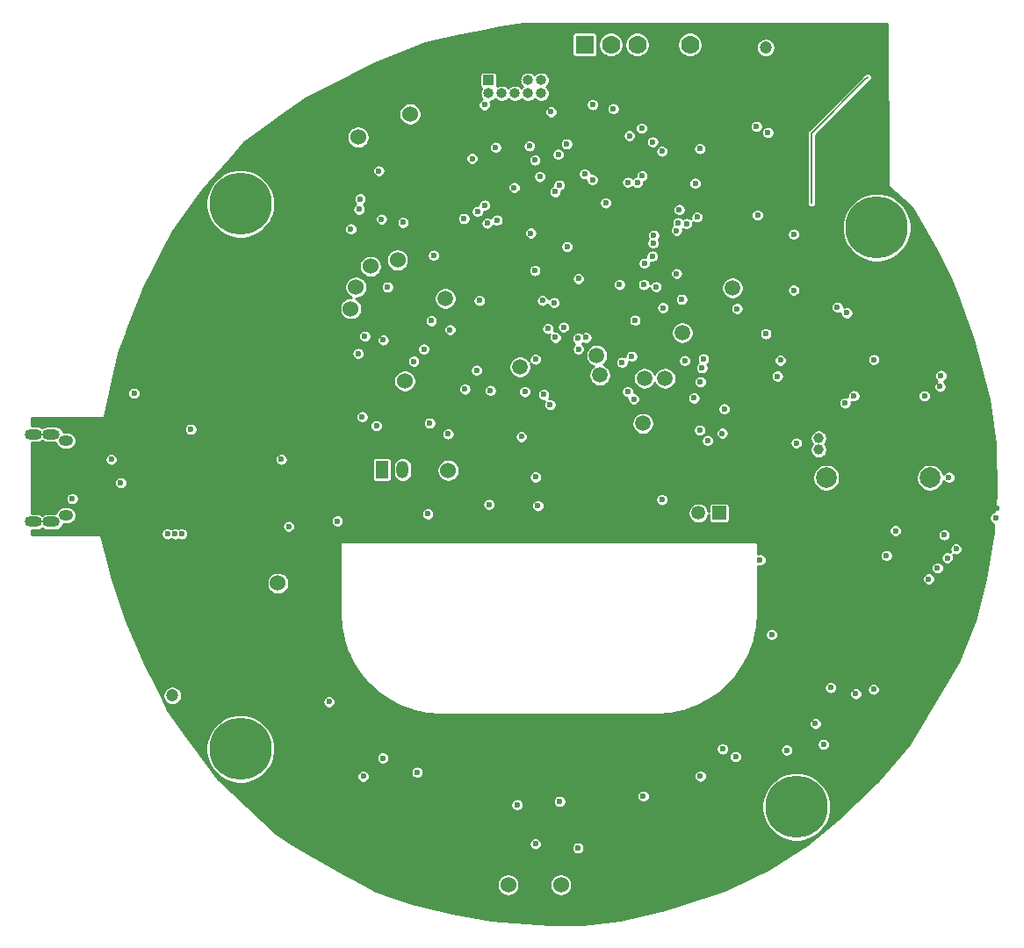
<source format=gbr>
G04 #@! TF.GenerationSoftware,KiCad,Pcbnew,(5.0.2)-1*
G04 #@! TF.CreationDate,2019-01-08T10:51:14-07:00*
G04 #@! TF.ProjectId,MagSensor,4d616753-656e-4736-9f72-2e6b69636164,rev?*
G04 #@! TF.SameCoordinates,Original*
G04 #@! TF.FileFunction,Copper,L2,Inr*
G04 #@! TF.FilePolarity,Positive*
%FSLAX46Y46*%
G04 Gerber Fmt 4.6, Leading zero omitted, Abs format (unit mm)*
G04 Created by KiCad (PCBNEW (5.0.2)-1) date 1/8/2019 10:51:14 AM*
%MOMM*%
%LPD*%
G01*
G04 APERTURE LIST*
G04 #@! TA.AperFunction,ViaPad*
%ADD10C,2.000000*%
G04 #@! TD*
G04 #@! TA.AperFunction,ViaPad*
%ADD11R,1.350000X1.350000*%
G04 #@! TD*
G04 #@! TA.AperFunction,ViaPad*
%ADD12C,1.350000*%
G04 #@! TD*
G04 #@! TA.AperFunction,ViaPad*
%ADD13R,1.000000X1.000000*%
G04 #@! TD*
G04 #@! TA.AperFunction,ViaPad*
%ADD14O,1.000000X1.000000*%
G04 #@! TD*
G04 #@! TA.AperFunction,ViaPad*
%ADD15C,1.524000*%
G04 #@! TD*
G04 #@! TA.AperFunction,WasherPad*
%ADD16C,6.000000*%
G04 #@! TD*
G04 #@! TA.AperFunction,ViaPad*
%ADD17O,1.700000X1.000000*%
G04 #@! TD*
G04 #@! TA.AperFunction,ViaPad*
%ADD18O,1.400000X1.000000*%
G04 #@! TD*
G04 #@! TA.AperFunction,ViaPad*
%ADD19R,1.200000X1.700000*%
G04 #@! TD*
G04 #@! TA.AperFunction,ViaPad*
%ADD20O,1.200000X1.700000*%
G04 #@! TD*
G04 #@! TA.AperFunction,ViaPad*
%ADD21C,1.200000*%
G04 #@! TD*
G04 #@! TA.AperFunction,ViaPad*
%ADD22C,0.600000*%
G04 #@! TD*
G04 #@! TA.AperFunction,ViaPad*
%ADD23R,1.778000X1.778000*%
G04 #@! TD*
G04 #@! TA.AperFunction,ViaPad*
%ADD24C,1.778000*%
G04 #@! TD*
G04 #@! TA.AperFunction,ViaPad*
%ADD25C,1.500000*%
G04 #@! TD*
G04 #@! TA.AperFunction,ViaPad*
%ADD26C,1.000000*%
G04 #@! TD*
G04 #@! TA.AperFunction,Conductor*
%ADD27C,0.200000*%
G04 #@! TD*
G04 #@! TA.AperFunction,Conductor*
%ADD28C,0.254000*%
G04 #@! TD*
G04 APERTURE END LIST*
D10*
G04 #@! TO.N,/Piezo/V_Piezo*
G04 #@! TO.C,U16*
X153750000Y-127000000D03*
G04 #@! TO.N,Net-(C55-Pad2)*
X163750000Y-127000000D03*
G04 #@! TD*
D11*
G04 #@! TO.N,+BATT*
G04 #@! TO.C,JP1*
X143423088Y-130405684D03*
D12*
G04 #@! TO.N,Net-(JP1-Pad2)*
X141423088Y-130405684D03*
G04 #@! TD*
D13*
G04 #@! TO.N,+3V3*
G04 #@! TO.C,P3*
X121198088Y-88652284D03*
D14*
G04 #@! TO.N,Net-(P3-Pad2)*
X121198088Y-89922284D03*
G04 #@! TO.N,GND*
X122468088Y-88652284D03*
G04 #@! TO.N,Net-(P3-Pad4)*
X122468088Y-89922284D03*
G04 #@! TO.N,GND*
X123738088Y-88652284D03*
G04 #@! TO.N,N/C*
X123738088Y-89922284D03*
X125008088Y-88652284D03*
X125008088Y-89922284D03*
X126278088Y-88652284D03*
G04 #@! TO.N,Net-(D5-Pad1)*
X126278088Y-89922284D03*
G04 #@! TD*
D15*
G04 #@! TO.N,/Power/VBatDiv*
G04 #@! TO.C,VBAT_DIV1*
X113123088Y-117655684D03*
G04 #@! TD*
G04 #@! TO.N,Net-(D7-Pad1)*
G04 #@! TO.C,P5*
X128166535Y-166266711D03*
G04 #@! TO.N,GND*
X125626535Y-166266711D03*
G04 #@! TO.N,Net-(D8-Pad1)*
X123086535Y-166266711D03*
G04 #@! TD*
D16*
G04 #@! TO.N,*
G04 #@! TO.C,MNT1*
X97282000Y-153162000D03*
G04 #@! TD*
G04 #@! TO.N,*
G04 #@! TO.C,MNT2*
X150876000Y-158750000D03*
G04 #@! TD*
G04 #@! TO.N,*
G04 #@! TO.C,MNT3*
X158623000Y-102870000D03*
G04 #@! TD*
G04 #@! TO.N,*
G04 #@! TO.C,MNT4*
X97282000Y-100584000D03*
G04 #@! TD*
D17*
G04 #@! TO.N,Net-(C22-Pad1)*
G04 #@! TO.C,P2*
X77306248Y-122797764D03*
X77306248Y-131247764D03*
X79056248Y-122797764D03*
X79056248Y-131247764D03*
D18*
X80456248Y-130622764D03*
X80456248Y-123422764D03*
G04 #@! TD*
D19*
G04 #@! TO.N,Net-(P4-Pad1)*
G04 #@! TO.C,P4*
X110923088Y-126205684D03*
D20*
G04 #@! TO.N,Net-(P4-Pad2)*
X112923088Y-126205684D03*
G04 #@! TD*
D15*
G04 #@! TO.N,/LCD/~LCD_CS*
G04 #@! TO.C,TP1*
X117313088Y-126275684D03*
G04 #@! TD*
G04 #@! TO.N,/IMU_Wake/~IMU_CS*
G04 #@! TO.C,TP2*
X107923088Y-110685684D03*
G04 #@! TD*
G04 #@! TO.N,/IMU_Wake/SPI_MISO*
G04 #@! TO.C,TP3*
X112423088Y-106005684D03*
G04 #@! TD*
G04 #@! TO.N,/IMU_Wake/SPI_CLK*
G04 #@! TO.C,TP5*
X108423088Y-108605684D03*
G04 #@! TD*
G04 #@! TO.N,/IMU_Wake/SPI_MOSI*
G04 #@! TO.C,TP6*
X109823088Y-106605684D03*
G04 #@! TD*
G04 #@! TO.N,/Sensors and Interfaces/I2C_0_CLK*
G04 #@! TO.C,TP7*
X113623088Y-91905684D03*
G04 #@! TD*
G04 #@! TO.N,/Sensors and Interfaces/I2C_0_DTA*
G04 #@! TO.C,TP8*
X108623088Y-94155684D03*
G04 #@! TD*
G04 #@! TO.N,GND*
G04 #@! TO.C,TP11*
X160103088Y-108715684D03*
G04 #@! TD*
G04 #@! TO.N,GND*
G04 #@! TO.C,TP12*
X89018088Y-112997284D03*
G04 #@! TD*
G04 #@! TO.N,+3V3*
G04 #@! TO.C,TP15*
X100893088Y-137172284D03*
G04 #@! TD*
D21*
G04 #@! TO.N,*
G04 #@! TO.C,ADJ_1*
X90723088Y-148005684D03*
G04 #@! TD*
G04 #@! TO.N,*
G04 #@! TO.C,ADJ_2*
X147923088Y-85505684D03*
G04 #@! TD*
D22*
G04 #@! TO.N,GND*
G04 #@! TO.C,U11*
X157923088Y-121205684D03*
X158723088Y-121205684D03*
X158723088Y-122405684D03*
X157923088Y-122405684D03*
X160323088Y-121205684D03*
X159523088Y-121205684D03*
X159523088Y-122405684D03*
X160323088Y-122405684D03*
G04 #@! TD*
D23*
G04 #@! TO.N,Net-(P3-Pad2)*
G04 #@! TO.C,P6*
X130463088Y-85215684D03*
D24*
G04 #@! TO.N,Net-(P3-Pad4)*
X133003088Y-85215684D03*
G04 #@! TO.N,+3V3*
X135543088Y-85215684D03*
G04 #@! TO.N,GND*
X138083088Y-85215684D03*
G04 #@! TO.N,Net-(D5-Pad1)*
X140623088Y-85215684D03*
G04 #@! TD*
D25*
G04 #@! TO.N,Net-(MP1-Pad1)*
G04 #@! TO.C,MP1*
X124223088Y-116305684D03*
G04 #@! TD*
G04 #@! TO.N,Net-(MP2-Pad1)*
G04 #@! TO.C,MP2*
X117023088Y-109705684D03*
G04 #@! TD*
G04 #@! TO.N,Net-(MP3-Pad1)*
G04 #@! TO.C,MP3*
X131923088Y-117105684D03*
G04 #@! TD*
G04 #@! TO.N,Net-(MP4-Pad1)*
G04 #@! TO.C,MP4*
X131633088Y-115185684D03*
G04 #@! TD*
G04 #@! TO.N,Net-(MP5-Pad1)*
G04 #@! TO.C,MP5*
X144723088Y-108705684D03*
G04 #@! TD*
G04 #@! TO.N,Net-(MP6-Pad1)*
G04 #@! TO.C,MP6*
X139873088Y-113005684D03*
G04 #@! TD*
G04 #@! TO.N,Net-(MP7-Pad1)*
G04 #@! TO.C,MP7*
X138223088Y-117405684D03*
G04 #@! TD*
G04 #@! TO.N,Net-(MP8-Pad1)*
G04 #@! TO.C,MP8*
X136223088Y-117405684D03*
G04 #@! TD*
G04 #@! TO.N,Net-(MP9-Pad1)*
G04 #@! TO.C,MP9*
X136073088Y-121755684D03*
G04 #@! TD*
D22*
G04 #@! TO.N,*
X120323088Y-109905684D03*
X112959576Y-102381097D03*
X115910590Y-105543693D03*
G04 #@! TO.N,+3V3*
X109263088Y-113345684D03*
X128723088Y-94805684D03*
X141123088Y-98605684D03*
X139323088Y-107305684D03*
X119623089Y-96205685D03*
X125673088Y-107005684D03*
X141563078Y-122405684D03*
X108723088Y-101105684D03*
X108823088Y-100105684D03*
X145023088Y-153905684D03*
X132503088Y-100485684D03*
X115683088Y-111855684D03*
X111043088Y-113715684D03*
X124373088Y-123035684D03*
X140313088Y-102485684D03*
X114323088Y-155405684D03*
X159553088Y-134505684D03*
X134993088Y-115285684D03*
G04 #@! TO.N,GND*
X107403088Y-112565684D03*
X127253088Y-129585684D03*
X138023088Y-121105684D03*
X139323088Y-97505684D03*
X116218244Y-117993673D03*
X116123088Y-154305684D03*
X102523088Y-136505684D03*
X100723082Y-133905684D03*
X166423088Y-120805684D03*
X153383098Y-134605684D03*
X136643088Y-153555684D03*
X98323088Y-135405684D03*
X152223088Y-143905684D03*
X133673088Y-95955684D03*
X143923088Y-126105684D03*
X124723088Y-109905684D03*
X123323088Y-104605684D03*
X163623088Y-132105684D03*
X84423088Y-130905684D03*
X91423088Y-127905684D03*
X140623088Y-154105684D03*
X108623088Y-102105684D03*
X108223088Y-98405684D03*
X114623088Y-100305684D03*
X114223088Y-99405684D03*
X145323088Y-102905684D03*
X109423088Y-150205684D03*
X108823088Y-151005684D03*
X113223088Y-150205684D03*
X140223088Y-151305684D03*
X144073088Y-151255684D03*
X156973088Y-130055684D03*
X96923088Y-128005684D03*
X157923088Y-91305684D03*
X157923088Y-90205684D03*
X157923088Y-90805684D03*
X128423088Y-105805684D03*
X119123088Y-106705684D03*
X92073088Y-140705684D03*
X132553088Y-122335684D03*
X105073088Y-127525684D03*
X100253088Y-125175684D03*
X102693088Y-125025684D03*
X104593088Y-125735684D03*
X83403088Y-127465684D03*
X166683088Y-135395684D03*
X156186141Y-152393737D03*
X159140634Y-149439245D03*
X164319075Y-138951671D03*
X129379338Y-164261934D03*
X134705568Y-126413164D03*
X134105408Y-125473364D03*
X133620608Y-124508164D03*
X133089688Y-123447284D03*
X134393088Y-105072284D03*
X131043088Y-105072284D03*
X131943088Y-105072284D03*
X133523046Y-105076285D03*
X132741258Y-105076286D03*
X84168088Y-121747284D03*
X111543088Y-111885684D03*
X111953088Y-115515684D03*
X160593088Y-115225684D03*
X90973088Y-145125684D03*
X127033088Y-123955684D03*
X123473088Y-119345684D03*
X119343088Y-124115684D03*
X121683078Y-127025684D03*
X125543088Y-125805663D03*
X160453088Y-125705684D03*
X111243088Y-153215682D03*
X143933088Y-97555684D03*
X141313088Y-102605684D03*
X142993088Y-107145684D03*
X133623088Y-115005684D03*
X134543151Y-111775093D03*
X168883088Y-131935684D03*
X170183086Y-129905684D03*
G04 #@! TO.N,+BATT*
X129823088Y-162705684D03*
X125723088Y-162305684D03*
X91623088Y-132405684D03*
X110393088Y-121985684D03*
X115519767Y-121728228D03*
X153493088Y-152715684D03*
X106618088Y-131172284D03*
X101933088Y-131695684D03*
X90983088Y-132405708D03*
X90263064Y-132405708D03*
X166283088Y-133865684D03*
X165433088Y-134725684D03*
X164483088Y-135705684D03*
G04 #@! TO.N,Net-(D5-Pad1)*
X127223088Y-91705690D03*
G04 #@! TO.N,Net-(G1-Pad3)*
X165578688Y-126966884D03*
X165123088Y-132505684D03*
X170103088Y-130875684D03*
G04 #@! TO.N,/Power/VBatDiv*
X134613899Y-118692673D03*
X136168088Y-108365653D03*
G04 #@! TO.N,/Power/ChargeStat*
X126518088Y-118972284D03*
X101218088Y-125222284D03*
X117293088Y-122775684D03*
X135203088Y-119405684D03*
X137353523Y-108578306D03*
G04 #@! TO.N,/LCD/LCD_A0*
X121248088Y-129580684D03*
X129873088Y-114595684D03*
G04 #@! TO.N,/LCD/~LCD_BACKLIGHT*
X127923088Y-95805684D03*
X107923088Y-103005684D03*
X128023088Y-98775694D03*
G04 #@! TO.N,/LCD/~LCD_CS*
X130605806Y-113468875D03*
G04 #@! TO.N,/IMU_Wake/HIB_IO*
X92490775Y-122319971D03*
X117493088Y-112722284D03*
X109018088Y-121122284D03*
X114963088Y-114595684D03*
X129873098Y-107797284D03*
X126923088Y-112605682D03*
G04 #@! TO.N,/IMU_Wake/SPI_CLK*
X137923088Y-129105684D03*
X128440271Y-112473567D03*
X111453088Y-108605684D03*
X125963088Y-129695684D03*
X125743088Y-126925684D03*
G04 #@! TO.N,/IMU_Wake/SPI_MISO*
X127523088Y-110105684D03*
X143723088Y-122705684D03*
X143923088Y-120355694D03*
X127133268Y-119955694D03*
G04 #@! TO.N,/IMU_Wake/SPI_MOSI*
X115343088Y-130485684D03*
X113984949Y-115765694D03*
X120053088Y-116635684D03*
G04 #@! TO.N,/LEDs/LED_RED*
X139470027Y-102412444D03*
X141923121Y-115534943D03*
X149333088Y-115665684D03*
G04 #@! TO.N,/LEDs/LED_GRN*
X163634999Y-136757412D03*
X147383088Y-134925684D03*
X141310017Y-101855679D03*
G04 #@! TO.N,/LEDs/LED_BLU*
X154183088Y-147235684D03*
X139582358Y-101141040D03*
X148503100Y-142115684D03*
G04 #@! TO.N,/Piezo/PZ_EN*
X163223088Y-119105684D03*
X160423088Y-132105684D03*
X126403078Y-109897284D03*
X125731983Y-115574621D03*
X156422620Y-119094353D03*
G04 #@! TO.N,/Piezo/PZ*
X141763078Y-116391813D03*
X139323088Y-103158116D03*
X158343088Y-115605684D03*
G04 #@! TO.N,Net-(C10-Pad1)*
X136994569Y-105631001D03*
X128773078Y-104705684D03*
G04 #@! TO.N,/Sensors and Interfaces/PowerMagSense3*
X143773088Y-153155684D03*
G04 #@! TO.N,/Sensors and Interfaces/RESET*
X125144688Y-94997284D03*
X125273091Y-103405677D03*
G04 #@! TO.N,/Sensors and Interfaces/~Relay1*
X147933098Y-113105684D03*
X128053088Y-158215684D03*
G04 #@! TO.N,/Sensors and Interfaces/~Relay2*
X123963078Y-158549024D03*
X138018088Y-110597284D03*
X149053110Y-117202412D03*
X140123088Y-115705684D03*
G04 #@! TO.N,/Sensors and Interfaces/USB-*
X137023088Y-94605684D03*
X84833078Y-125226920D03*
X137123088Y-103605684D03*
G04 #@! TO.N,/Sensors and Interfaces/USB+*
X137923088Y-95505680D03*
X85743088Y-127485684D03*
X137082558Y-104354600D03*
G04 #@! TO.N,/Sensors and Interfaces/VBUS_DETECT*
X125673088Y-96355684D03*
X126143088Y-97947284D03*
X87018091Y-118847281D03*
G04 #@! TO.N,/Sensors and Interfaces/I2C_0_DTA*
X147138288Y-101668484D03*
X158323094Y-147405684D03*
X150623088Y-103505684D03*
X120148985Y-101317812D03*
X155737514Y-111094606D03*
X141623088Y-155775684D03*
X111014241Y-154034060D03*
G04 #@! TO.N,/Sensors and Interfaces/I2C_0_CLK*
X156603088Y-147835684D03*
X149953087Y-153275685D03*
X136123088Y-157705684D03*
X120823088Y-100705686D03*
X105823094Y-148605684D03*
X154823088Y-110545684D03*
G04 #@! TO.N,/Sensors and Interfaces/TMS*
X120803088Y-91035684D03*
X121073088Y-102455684D03*
G04 #@! TO.N,/Sensors and Interfaces/TCK*
X121883088Y-95125684D03*
X122023088Y-102155674D03*
D26*
G04 #@! TO.N,Net-(JP1-Pad2)*
X153023088Y-124305684D03*
X153023088Y-123181446D03*
D22*
G04 #@! TO.N,/LCD/LCD_EN*
X121373088Y-118585684D03*
X123673088Y-99015684D03*
G04 #@! TO.N,/LCD/~LCD_RESET*
X118823088Y-102005684D03*
X118923088Y-118445684D03*
G04 #@! TO.N,/Piezo/V_Piezo*
X164823088Y-117145684D03*
G04 #@! TO.N,Net-(L1-Pad1)*
X81063088Y-129015684D03*
G04 #@! TO.N,/xmc4200/~eeCs*
X127615711Y-99417303D03*
X124703088Y-118695684D03*
G04 #@! TO.N,/xmc4200/~eeWp*
X150878389Y-123645673D03*
X133223088Y-91405684D03*
X148123088Y-93705684D03*
X131213088Y-98255684D03*
G04 #@! TO.N,/Piezo/~PZ*
X139816249Y-109787275D03*
X141623084Y-117752422D03*
G04 #@! TO.N,/xmc4200/~eeHold*
X131242374Y-91005841D03*
X150623088Y-108905684D03*
X142323088Y-123405684D03*
X147023088Y-93105684D03*
X130471473Y-97691352D03*
X145153088Y-110685684D03*
G04 #@! TO.N,/Sensors and Interfaces/S_PWR1_EN*
X134623088Y-98505688D03*
X110623088Y-97405684D03*
X110873088Y-102055684D03*
X134788027Y-94003643D03*
G04 #@! TO.N,/Sensors and Interfaces/S_PWR2_EN*
X135551268Y-98525086D03*
X109123088Y-155805684D03*
X135963088Y-93285684D03*
G04 #@! TO.N,/Sensors and Interfaces/S_PWR3_EN*
X152713088Y-150715684D03*
X141567302Y-95257428D03*
X135998088Y-97880684D03*
G04 #@! TO.N,/IMU_Wake/~IMU_CS*
X129832960Y-113548466D03*
X108633088Y-115015684D03*
X127648514Y-113472092D03*
G04 #@! TO.N,Net-(MP9-Pad1)*
X135323088Y-111805684D03*
G04 #@! TO.N,/Piezo/vPU~D*
X136223088Y-106305684D03*
X141008566Y-119305706D03*
X155573088Y-119795684D03*
X164723088Y-118195684D03*
G04 #@! TO.N,/Piezo/~vPCS*
X134060395Y-115870545D03*
X133823088Y-108365653D03*
G04 #@! TD*
D27*
G04 #@! TO.N,*
X157443227Y-88650123D02*
X157743226Y-88350124D01*
X152330404Y-93762946D02*
X157443227Y-88650123D01*
X152330404Y-100506655D02*
X152330404Y-93762946D01*
G04 #@! TD*
D28*
G04 #@! TO.N,GND*
G36*
X159696089Y-97856114D02*
X159696130Y-97858939D01*
X159721130Y-98833939D01*
X159724204Y-98858645D01*
X159732040Y-98882276D01*
X159744335Y-98903925D01*
X159762659Y-98924656D01*
X161948166Y-100911480D01*
X164336518Y-105016462D01*
X165731955Y-107757498D01*
X166279227Y-109175429D01*
X167926745Y-113668660D01*
X169423264Y-119405317D01*
X169996257Y-123640480D01*
X170096001Y-128702491D01*
X169987121Y-130259467D01*
X169920199Y-130272779D01*
X169806092Y-130320044D01*
X169703399Y-130388661D01*
X169616065Y-130475995D01*
X169547448Y-130578688D01*
X169500183Y-130692795D01*
X169476088Y-130813930D01*
X169476088Y-130937438D01*
X169500183Y-131058573D01*
X169547448Y-131172680D01*
X169616065Y-131275373D01*
X169703399Y-131362707D01*
X169806092Y-131431324D01*
X169902384Y-131471210D01*
X169846856Y-132265261D01*
X169073649Y-136680023D01*
X168101858Y-140766531D01*
X166458916Y-144749420D01*
X163888810Y-149190961D01*
X161745103Y-152730571D01*
X158755838Y-156168226D01*
X154888385Y-159910923D01*
X151898175Y-162377846D01*
X148161047Y-164769608D01*
X143925756Y-166812513D01*
X138214601Y-168658039D01*
X133876751Y-169630316D01*
X130265669Y-170053684D01*
X127102855Y-170053684D01*
X121464558Y-169629564D01*
X117723625Y-168931257D01*
X113833482Y-168058468D01*
X110349635Y-166814237D01*
X109123217Y-166159454D01*
X121997535Y-166159454D01*
X121997535Y-166373968D01*
X122039385Y-166584361D01*
X122121476Y-166782546D01*
X122240654Y-166960908D01*
X122392338Y-167112592D01*
X122570700Y-167231770D01*
X122768885Y-167313861D01*
X122979278Y-167355711D01*
X123193792Y-167355711D01*
X123404185Y-167313861D01*
X123602370Y-167231770D01*
X123780732Y-167112592D01*
X123932416Y-166960908D01*
X124051594Y-166782546D01*
X124133685Y-166584361D01*
X124175535Y-166373968D01*
X124175535Y-166159454D01*
X127077535Y-166159454D01*
X127077535Y-166373968D01*
X127119385Y-166584361D01*
X127201476Y-166782546D01*
X127320654Y-166960908D01*
X127472338Y-167112592D01*
X127650700Y-167231770D01*
X127848885Y-167313861D01*
X128059278Y-167355711D01*
X128273792Y-167355711D01*
X128484185Y-167313861D01*
X128682370Y-167231770D01*
X128860732Y-167112592D01*
X129012416Y-166960908D01*
X129131594Y-166782546D01*
X129213685Y-166584361D01*
X129255535Y-166373968D01*
X129255535Y-166159454D01*
X129213685Y-165949061D01*
X129131594Y-165750876D01*
X129012416Y-165572514D01*
X128860732Y-165420830D01*
X128682370Y-165301652D01*
X128484185Y-165219561D01*
X128273792Y-165177711D01*
X128059278Y-165177711D01*
X127848885Y-165219561D01*
X127650700Y-165301652D01*
X127472338Y-165420830D01*
X127320654Y-165572514D01*
X127201476Y-165750876D01*
X127119385Y-165949061D01*
X127077535Y-166159454D01*
X124175535Y-166159454D01*
X124133685Y-165949061D01*
X124051594Y-165750876D01*
X123932416Y-165572514D01*
X123780732Y-165420830D01*
X123602370Y-165301652D01*
X123404185Y-165219561D01*
X123193792Y-165177711D01*
X122979278Y-165177711D01*
X122768885Y-165219561D01*
X122570700Y-165301652D01*
X122392338Y-165420830D01*
X122240654Y-165572514D01*
X122121476Y-165750876D01*
X122039385Y-165949061D01*
X121997535Y-166159454D01*
X109123217Y-166159454D01*
X107408993Y-165244233D01*
X103612970Y-163121457D01*
X102220627Y-162243930D01*
X125096088Y-162243930D01*
X125096088Y-162367438D01*
X125120183Y-162488573D01*
X125167448Y-162602680D01*
X125236065Y-162705373D01*
X125323399Y-162792707D01*
X125426092Y-162861324D01*
X125540199Y-162908589D01*
X125661334Y-162932684D01*
X125784842Y-162932684D01*
X125905977Y-162908589D01*
X126020084Y-162861324D01*
X126122777Y-162792707D01*
X126210111Y-162705373D01*
X126251165Y-162643930D01*
X129196088Y-162643930D01*
X129196088Y-162767438D01*
X129220183Y-162888573D01*
X129267448Y-163002680D01*
X129336065Y-163105373D01*
X129423399Y-163192707D01*
X129526092Y-163261324D01*
X129640199Y-163308589D01*
X129761334Y-163332684D01*
X129884842Y-163332684D01*
X130005977Y-163308589D01*
X130120084Y-163261324D01*
X130222777Y-163192707D01*
X130310111Y-163105373D01*
X130378728Y-163002680D01*
X130425993Y-162888573D01*
X130450088Y-162767438D01*
X130450088Y-162643930D01*
X130425993Y-162522795D01*
X130378728Y-162408688D01*
X130310111Y-162305995D01*
X130222777Y-162218661D01*
X130120084Y-162150044D01*
X130005977Y-162102779D01*
X129884842Y-162078684D01*
X129761334Y-162078684D01*
X129640199Y-162102779D01*
X129526092Y-162150044D01*
X129423399Y-162218661D01*
X129336065Y-162305995D01*
X129267448Y-162408688D01*
X129220183Y-162522795D01*
X129196088Y-162643930D01*
X126251165Y-162643930D01*
X126278728Y-162602680D01*
X126325993Y-162488573D01*
X126350088Y-162367438D01*
X126350088Y-162243930D01*
X126325993Y-162122795D01*
X126278728Y-162008688D01*
X126210111Y-161905995D01*
X126122777Y-161818661D01*
X126020084Y-161750044D01*
X125905977Y-161702779D01*
X125784842Y-161678684D01*
X125661334Y-161678684D01*
X125540199Y-161702779D01*
X125426092Y-161750044D01*
X125323399Y-161818661D01*
X125236065Y-161905995D01*
X125167448Y-162008688D01*
X125120183Y-162122795D01*
X125096088Y-162243930D01*
X102220627Y-162243930D01*
X100651270Y-161254840D01*
X97719523Y-158487270D01*
X123336078Y-158487270D01*
X123336078Y-158610778D01*
X123360173Y-158731913D01*
X123407438Y-158846020D01*
X123476055Y-158948713D01*
X123563389Y-159036047D01*
X123666082Y-159104664D01*
X123780189Y-159151929D01*
X123901324Y-159176024D01*
X124024832Y-159176024D01*
X124145967Y-159151929D01*
X124260074Y-159104664D01*
X124362767Y-159036047D01*
X124450101Y-158948713D01*
X124518718Y-158846020D01*
X124565983Y-158731913D01*
X124590078Y-158610778D01*
X124590078Y-158487270D01*
X124565983Y-158366135D01*
X124518718Y-158252028D01*
X124453172Y-158153930D01*
X127426088Y-158153930D01*
X127426088Y-158277438D01*
X127450183Y-158398573D01*
X127497448Y-158512680D01*
X127566065Y-158615373D01*
X127653399Y-158702707D01*
X127756092Y-158771324D01*
X127870199Y-158818589D01*
X127991334Y-158842684D01*
X128114842Y-158842684D01*
X128235977Y-158818589D01*
X128350084Y-158771324D01*
X128452777Y-158702707D01*
X128540111Y-158615373D01*
X128608728Y-158512680D01*
X128646157Y-158422319D01*
X147549000Y-158422319D01*
X147549000Y-159077681D01*
X147676855Y-159720450D01*
X147927651Y-160325925D01*
X148291750Y-160870839D01*
X148755161Y-161334250D01*
X149300075Y-161698349D01*
X149905550Y-161949145D01*
X150548319Y-162077000D01*
X151203681Y-162077000D01*
X151846450Y-161949145D01*
X152451925Y-161698349D01*
X152996839Y-161334250D01*
X153460250Y-160870839D01*
X153824349Y-160325925D01*
X154075145Y-159720450D01*
X154203000Y-159077681D01*
X154203000Y-158422319D01*
X154075145Y-157779550D01*
X153824349Y-157174075D01*
X153460250Y-156629161D01*
X152996839Y-156165750D01*
X152451925Y-155801651D01*
X151846450Y-155550855D01*
X151203681Y-155423000D01*
X150548319Y-155423000D01*
X149905550Y-155550855D01*
X149300075Y-155801651D01*
X148755161Y-156165750D01*
X148291750Y-156629161D01*
X147927651Y-157174075D01*
X147676855Y-157779550D01*
X147549000Y-158422319D01*
X128646157Y-158422319D01*
X128655993Y-158398573D01*
X128680088Y-158277438D01*
X128680088Y-158153930D01*
X128655993Y-158032795D01*
X128608728Y-157918688D01*
X128540111Y-157815995D01*
X128452777Y-157728661D01*
X128350084Y-157660044D01*
X128311182Y-157643930D01*
X135496088Y-157643930D01*
X135496088Y-157767438D01*
X135520183Y-157888573D01*
X135567448Y-158002680D01*
X135636065Y-158105373D01*
X135723399Y-158192707D01*
X135826092Y-158261324D01*
X135940199Y-158308589D01*
X136061334Y-158332684D01*
X136184842Y-158332684D01*
X136305977Y-158308589D01*
X136420084Y-158261324D01*
X136522777Y-158192707D01*
X136610111Y-158105373D01*
X136678728Y-158002680D01*
X136725993Y-157888573D01*
X136750088Y-157767438D01*
X136750088Y-157643930D01*
X136725993Y-157522795D01*
X136678728Y-157408688D01*
X136610111Y-157305995D01*
X136522777Y-157218661D01*
X136420084Y-157150044D01*
X136305977Y-157102779D01*
X136184842Y-157078684D01*
X136061334Y-157078684D01*
X135940199Y-157102779D01*
X135826092Y-157150044D01*
X135723399Y-157218661D01*
X135636065Y-157305995D01*
X135567448Y-157408688D01*
X135520183Y-157522795D01*
X135496088Y-157643930D01*
X128311182Y-157643930D01*
X128235977Y-157612779D01*
X128114842Y-157588684D01*
X127991334Y-157588684D01*
X127870199Y-157612779D01*
X127756092Y-157660044D01*
X127653399Y-157728661D01*
X127566065Y-157815995D01*
X127497448Y-157918688D01*
X127450183Y-158032795D01*
X127426088Y-158153930D01*
X124453172Y-158153930D01*
X124450101Y-158149335D01*
X124362767Y-158062001D01*
X124260074Y-157993384D01*
X124145967Y-157946119D01*
X124024832Y-157922024D01*
X123901324Y-157922024D01*
X123780189Y-157946119D01*
X123666082Y-157993384D01*
X123563389Y-158062001D01*
X123476055Y-158149335D01*
X123407438Y-158252028D01*
X123360173Y-158366135D01*
X123336078Y-158487270D01*
X97719523Y-158487270D01*
X97535450Y-158313506D01*
X95118117Y-156020778D01*
X92712855Y-152834319D01*
X93955000Y-152834319D01*
X93955000Y-153489681D01*
X94082855Y-154132450D01*
X94333651Y-154737925D01*
X94697750Y-155282839D01*
X95161161Y-155746250D01*
X95706075Y-156110349D01*
X96311550Y-156361145D01*
X96954319Y-156489000D01*
X97609681Y-156489000D01*
X98252450Y-156361145D01*
X98857925Y-156110349D01*
X99402839Y-155746250D01*
X99405159Y-155743930D01*
X108496088Y-155743930D01*
X108496088Y-155867438D01*
X108520183Y-155988573D01*
X108567448Y-156102680D01*
X108636065Y-156205373D01*
X108723399Y-156292707D01*
X108826092Y-156361324D01*
X108940199Y-156408589D01*
X109061334Y-156432684D01*
X109184842Y-156432684D01*
X109305977Y-156408589D01*
X109420084Y-156361324D01*
X109522777Y-156292707D01*
X109610111Y-156205373D01*
X109678728Y-156102680D01*
X109725993Y-155988573D01*
X109750088Y-155867438D01*
X109750088Y-155743930D01*
X109725993Y-155622795D01*
X109678728Y-155508688D01*
X109610111Y-155405995D01*
X109548046Y-155343930D01*
X113696088Y-155343930D01*
X113696088Y-155467438D01*
X113720183Y-155588573D01*
X113767448Y-155702680D01*
X113836065Y-155805373D01*
X113923399Y-155892707D01*
X114026092Y-155961324D01*
X114140199Y-156008589D01*
X114261334Y-156032684D01*
X114384842Y-156032684D01*
X114505977Y-156008589D01*
X114620084Y-155961324D01*
X114722777Y-155892707D01*
X114810111Y-155805373D01*
X114871211Y-155713930D01*
X140996088Y-155713930D01*
X140996088Y-155837438D01*
X141020183Y-155958573D01*
X141067448Y-156072680D01*
X141136065Y-156175373D01*
X141223399Y-156262707D01*
X141326092Y-156331324D01*
X141440199Y-156378589D01*
X141561334Y-156402684D01*
X141684842Y-156402684D01*
X141805977Y-156378589D01*
X141920084Y-156331324D01*
X142022777Y-156262707D01*
X142110111Y-156175373D01*
X142178728Y-156072680D01*
X142225993Y-155958573D01*
X142250088Y-155837438D01*
X142250088Y-155713930D01*
X142225993Y-155592795D01*
X142178728Y-155478688D01*
X142110111Y-155375995D01*
X142022777Y-155288661D01*
X141920084Y-155220044D01*
X141805977Y-155172779D01*
X141684842Y-155148684D01*
X141561334Y-155148684D01*
X141440199Y-155172779D01*
X141326092Y-155220044D01*
X141223399Y-155288661D01*
X141136065Y-155375995D01*
X141067448Y-155478688D01*
X141020183Y-155592795D01*
X140996088Y-155713930D01*
X114871211Y-155713930D01*
X114878728Y-155702680D01*
X114925993Y-155588573D01*
X114950088Y-155467438D01*
X114950088Y-155343930D01*
X114925993Y-155222795D01*
X114878728Y-155108688D01*
X114810111Y-155005995D01*
X114722777Y-154918661D01*
X114620084Y-154850044D01*
X114505977Y-154802779D01*
X114384842Y-154778684D01*
X114261334Y-154778684D01*
X114140199Y-154802779D01*
X114026092Y-154850044D01*
X113923399Y-154918661D01*
X113836065Y-155005995D01*
X113767448Y-155108688D01*
X113720183Y-155222795D01*
X113696088Y-155343930D01*
X109548046Y-155343930D01*
X109522777Y-155318661D01*
X109420084Y-155250044D01*
X109305977Y-155202779D01*
X109184842Y-155178684D01*
X109061334Y-155178684D01*
X108940199Y-155202779D01*
X108826092Y-155250044D01*
X108723399Y-155318661D01*
X108636065Y-155405995D01*
X108567448Y-155508688D01*
X108520183Y-155622795D01*
X108496088Y-155743930D01*
X99405159Y-155743930D01*
X99866250Y-155282839D01*
X100230349Y-154737925D01*
X100481145Y-154132450D01*
X100512999Y-153972306D01*
X110387241Y-153972306D01*
X110387241Y-154095814D01*
X110411336Y-154216949D01*
X110458601Y-154331056D01*
X110527218Y-154433749D01*
X110614552Y-154521083D01*
X110717245Y-154589700D01*
X110831352Y-154636965D01*
X110952487Y-154661060D01*
X111075995Y-154661060D01*
X111197130Y-154636965D01*
X111311237Y-154589700D01*
X111413930Y-154521083D01*
X111501264Y-154433749D01*
X111569881Y-154331056D01*
X111617146Y-154216949D01*
X111641241Y-154095814D01*
X111641241Y-153972306D01*
X111617146Y-153851171D01*
X111614147Y-153843930D01*
X144396088Y-153843930D01*
X144396088Y-153967438D01*
X144420183Y-154088573D01*
X144467448Y-154202680D01*
X144536065Y-154305373D01*
X144623399Y-154392707D01*
X144726092Y-154461324D01*
X144840199Y-154508589D01*
X144961334Y-154532684D01*
X145084842Y-154532684D01*
X145205977Y-154508589D01*
X145320084Y-154461324D01*
X145422777Y-154392707D01*
X145510111Y-154305373D01*
X145578728Y-154202680D01*
X145625993Y-154088573D01*
X145650088Y-153967438D01*
X145650088Y-153843930D01*
X145625993Y-153722795D01*
X145578728Y-153608688D01*
X145510111Y-153505995D01*
X145422777Y-153418661D01*
X145320084Y-153350044D01*
X145205977Y-153302779D01*
X145084842Y-153278684D01*
X144961334Y-153278684D01*
X144840199Y-153302779D01*
X144726092Y-153350044D01*
X144623399Y-153418661D01*
X144536065Y-153505995D01*
X144467448Y-153608688D01*
X144420183Y-153722795D01*
X144396088Y-153843930D01*
X111614147Y-153843930D01*
X111569881Y-153737064D01*
X111501264Y-153634371D01*
X111413930Y-153547037D01*
X111311237Y-153478420D01*
X111197130Y-153431155D01*
X111075995Y-153407060D01*
X110952487Y-153407060D01*
X110831352Y-153431155D01*
X110717245Y-153478420D01*
X110614552Y-153547037D01*
X110527218Y-153634371D01*
X110458601Y-153737064D01*
X110411336Y-153851171D01*
X110387241Y-153972306D01*
X100512999Y-153972306D01*
X100609000Y-153489681D01*
X100609000Y-153093930D01*
X143146088Y-153093930D01*
X143146088Y-153217438D01*
X143170183Y-153338573D01*
X143217448Y-153452680D01*
X143286065Y-153555373D01*
X143373399Y-153642707D01*
X143476092Y-153711324D01*
X143590199Y-153758589D01*
X143711334Y-153782684D01*
X143834842Y-153782684D01*
X143955977Y-153758589D01*
X144070084Y-153711324D01*
X144172777Y-153642707D01*
X144260111Y-153555373D01*
X144328728Y-153452680D01*
X144375993Y-153338573D01*
X144400088Y-153217438D01*
X144400088Y-153213931D01*
X149326087Y-153213931D01*
X149326087Y-153337439D01*
X149350182Y-153458574D01*
X149397447Y-153572681D01*
X149466064Y-153675374D01*
X149553398Y-153762708D01*
X149656091Y-153831325D01*
X149770198Y-153878590D01*
X149891333Y-153902685D01*
X150014841Y-153902685D01*
X150135976Y-153878590D01*
X150250083Y-153831325D01*
X150352776Y-153762708D01*
X150440110Y-153675374D01*
X150508727Y-153572681D01*
X150555992Y-153458574D01*
X150580087Y-153337439D01*
X150580087Y-153213931D01*
X150555992Y-153092796D01*
X150508727Y-152978689D01*
X150440110Y-152875996D01*
X150352776Y-152788662D01*
X150250083Y-152720045D01*
X150135976Y-152672780D01*
X150041210Y-152653930D01*
X152866088Y-152653930D01*
X152866088Y-152777438D01*
X152890183Y-152898573D01*
X152937448Y-153012680D01*
X153006065Y-153115373D01*
X153093399Y-153202707D01*
X153196092Y-153271324D01*
X153310199Y-153318589D01*
X153431334Y-153342684D01*
X153554842Y-153342684D01*
X153675977Y-153318589D01*
X153790084Y-153271324D01*
X153892777Y-153202707D01*
X153980111Y-153115373D01*
X154048728Y-153012680D01*
X154095993Y-152898573D01*
X154120088Y-152777438D01*
X154120088Y-152653930D01*
X154095993Y-152532795D01*
X154048728Y-152418688D01*
X153980111Y-152315995D01*
X153892777Y-152228661D01*
X153790084Y-152160044D01*
X153675977Y-152112779D01*
X153554842Y-152088684D01*
X153431334Y-152088684D01*
X153310199Y-152112779D01*
X153196092Y-152160044D01*
X153093399Y-152228661D01*
X153006065Y-152315995D01*
X152937448Y-152418688D01*
X152890183Y-152532795D01*
X152866088Y-152653930D01*
X150041210Y-152653930D01*
X150014841Y-152648685D01*
X149891333Y-152648685D01*
X149770198Y-152672780D01*
X149656091Y-152720045D01*
X149553398Y-152788662D01*
X149466064Y-152875996D01*
X149397447Y-152978689D01*
X149350182Y-153092796D01*
X149326087Y-153213931D01*
X144400088Y-153213931D01*
X144400088Y-153093930D01*
X144375993Y-152972795D01*
X144328728Y-152858688D01*
X144260111Y-152755995D01*
X144172777Y-152668661D01*
X144070084Y-152600044D01*
X143955977Y-152552779D01*
X143834842Y-152528684D01*
X143711334Y-152528684D01*
X143590199Y-152552779D01*
X143476092Y-152600044D01*
X143373399Y-152668661D01*
X143286065Y-152755995D01*
X143217448Y-152858688D01*
X143170183Y-152972795D01*
X143146088Y-153093930D01*
X100609000Y-153093930D01*
X100609000Y-152834319D01*
X100481145Y-152191550D01*
X100230349Y-151586075D01*
X99866250Y-151041161D01*
X99479019Y-150653930D01*
X152086088Y-150653930D01*
X152086088Y-150777438D01*
X152110183Y-150898573D01*
X152157448Y-151012680D01*
X152226065Y-151115373D01*
X152313399Y-151202707D01*
X152416092Y-151271324D01*
X152530199Y-151318589D01*
X152651334Y-151342684D01*
X152774842Y-151342684D01*
X152895977Y-151318589D01*
X153010084Y-151271324D01*
X153112777Y-151202707D01*
X153200111Y-151115373D01*
X153268728Y-151012680D01*
X153315993Y-150898573D01*
X153340088Y-150777438D01*
X153340088Y-150653930D01*
X153315993Y-150532795D01*
X153268728Y-150418688D01*
X153200111Y-150315995D01*
X153112777Y-150228661D01*
X153010084Y-150160044D01*
X152895977Y-150112779D01*
X152774842Y-150088684D01*
X152651334Y-150088684D01*
X152530199Y-150112779D01*
X152416092Y-150160044D01*
X152313399Y-150228661D01*
X152226065Y-150315995D01*
X152157448Y-150418688D01*
X152110183Y-150532795D01*
X152086088Y-150653930D01*
X99479019Y-150653930D01*
X99402839Y-150577750D01*
X98857925Y-150213651D01*
X98252450Y-149962855D01*
X97609681Y-149835000D01*
X96954319Y-149835000D01*
X96311550Y-149962855D01*
X95706075Y-150213651D01*
X95161161Y-150577750D01*
X94697750Y-151041161D01*
X94333651Y-151586075D01*
X94082855Y-152191550D01*
X93955000Y-152834319D01*
X92712855Y-152834319D01*
X92200891Y-152156076D01*
X90307793Y-149440975D01*
X89557149Y-147914383D01*
X89796088Y-147914383D01*
X89796088Y-148096985D01*
X89831712Y-148276080D01*
X89901592Y-148444783D01*
X90003040Y-148596612D01*
X90132160Y-148725732D01*
X90283989Y-148827180D01*
X90452692Y-148897060D01*
X90631787Y-148932684D01*
X90814389Y-148932684D01*
X90993484Y-148897060D01*
X91162187Y-148827180D01*
X91314016Y-148725732D01*
X91443136Y-148596612D01*
X91478336Y-148543930D01*
X105196094Y-148543930D01*
X105196094Y-148667438D01*
X105220189Y-148788573D01*
X105267454Y-148902680D01*
X105336071Y-149005373D01*
X105423405Y-149092707D01*
X105526098Y-149161324D01*
X105640205Y-149208589D01*
X105761340Y-149232684D01*
X105884848Y-149232684D01*
X106005983Y-149208589D01*
X106120090Y-149161324D01*
X106222783Y-149092707D01*
X106310117Y-149005373D01*
X106378734Y-148902680D01*
X106425999Y-148788573D01*
X106450094Y-148667438D01*
X106450094Y-148543930D01*
X106425999Y-148422795D01*
X106378734Y-148308688D01*
X106310117Y-148205995D01*
X106222783Y-148118661D01*
X106120090Y-148050044D01*
X106005983Y-148002779D01*
X105884848Y-147978684D01*
X105761340Y-147978684D01*
X105640205Y-148002779D01*
X105526098Y-148050044D01*
X105423405Y-148118661D01*
X105336071Y-148205995D01*
X105267454Y-148308688D01*
X105220189Y-148422795D01*
X105196094Y-148543930D01*
X91478336Y-148543930D01*
X91544584Y-148444783D01*
X91614464Y-148276080D01*
X91650088Y-148096985D01*
X91650088Y-147914383D01*
X91614464Y-147735288D01*
X91544584Y-147566585D01*
X91443136Y-147414756D01*
X91314016Y-147285636D01*
X91162187Y-147184188D01*
X90993484Y-147114308D01*
X90814389Y-147078684D01*
X90631787Y-147078684D01*
X90452692Y-147114308D01*
X90283989Y-147184188D01*
X90132160Y-147285636D01*
X90003040Y-147414756D01*
X89901592Y-147566585D01*
X89831712Y-147735288D01*
X89796088Y-147914383D01*
X89557149Y-147914383D01*
X88088393Y-144927364D01*
X86216868Y-140610379D01*
X85042758Y-137065027D01*
X99804088Y-137065027D01*
X99804088Y-137279541D01*
X99845938Y-137489934D01*
X99928029Y-137688119D01*
X100047207Y-137866481D01*
X100198891Y-138018165D01*
X100377253Y-138137343D01*
X100575438Y-138219434D01*
X100785831Y-138261284D01*
X101000345Y-138261284D01*
X101210738Y-138219434D01*
X101408923Y-138137343D01*
X101587285Y-138018165D01*
X101738969Y-137866481D01*
X101858147Y-137688119D01*
X101940238Y-137489934D01*
X101982088Y-137279541D01*
X101982088Y-137065027D01*
X101940238Y-136854634D01*
X101858147Y-136656449D01*
X101738969Y-136478087D01*
X101587285Y-136326403D01*
X101408923Y-136207225D01*
X101210738Y-136125134D01*
X101000345Y-136083284D01*
X100785831Y-136083284D01*
X100575438Y-136125134D01*
X100377253Y-136207225D01*
X100198891Y-136326403D01*
X100047207Y-136478087D01*
X99928029Y-136656449D01*
X99845938Y-136854634D01*
X99804088Y-137065027D01*
X85042758Y-137065027D01*
X84944918Y-136769591D01*
X84080553Y-133469284D01*
X106842745Y-133469284D01*
X106844388Y-133485965D01*
X106844389Y-140089965D01*
X106845475Y-140100986D01*
X106925516Y-141322186D01*
X106931316Y-141366241D01*
X107171144Y-142571937D01*
X107182645Y-142614858D01*
X107577796Y-143778936D01*
X107594800Y-143819988D01*
X108138513Y-144922529D01*
X108160731Y-144961011D01*
X108843696Y-145983140D01*
X108843702Y-145983151D01*
X108870753Y-146018404D01*
X109681292Y-146942646D01*
X109681298Y-146942654D01*
X109712718Y-146974074D01*
X110636968Y-147784619D01*
X110672221Y-147811669D01*
X111694353Y-148494636D01*
X111694360Y-148494641D01*
X111713602Y-148505750D01*
X111732842Y-148516859D01*
X111732848Y-148516862D01*
X112835381Y-149060571D01*
X112835383Y-149060572D01*
X112876436Y-149077576D01*
X114040514Y-149472727D01*
X114083435Y-149484228D01*
X115289131Y-149724056D01*
X115333186Y-149729856D01*
X116554355Y-149809895D01*
X116565407Y-149810984D01*
X137172769Y-149810984D01*
X137200345Y-149808268D01*
X137405642Y-149810955D01*
X137418958Y-149810257D01*
X137432305Y-149810257D01*
X138658990Y-149729856D01*
X138703045Y-149724056D01*
X139908741Y-149484228D01*
X139951662Y-149472727D01*
X141115740Y-149077576D01*
X141156793Y-149060572D01*
X141156799Y-149060569D01*
X142259333Y-148516859D01*
X142297815Y-148494641D01*
X143319944Y-147811676D01*
X143319955Y-147811670D01*
X143355208Y-147784619D01*
X144051564Y-147173930D01*
X153556088Y-147173930D01*
X153556088Y-147297438D01*
X153580183Y-147418573D01*
X153627448Y-147532680D01*
X153696065Y-147635373D01*
X153783399Y-147722707D01*
X153886092Y-147791324D01*
X154000199Y-147838589D01*
X154121334Y-147862684D01*
X154244842Y-147862684D01*
X154365977Y-147838589D01*
X154480084Y-147791324D01*
X154506116Y-147773930D01*
X155976088Y-147773930D01*
X155976088Y-147897438D01*
X156000183Y-148018573D01*
X156047448Y-148132680D01*
X156116065Y-148235373D01*
X156203399Y-148322707D01*
X156306092Y-148391324D01*
X156420199Y-148438589D01*
X156541334Y-148462684D01*
X156664842Y-148462684D01*
X156785977Y-148438589D01*
X156900084Y-148391324D01*
X157002777Y-148322707D01*
X157090111Y-148235373D01*
X157158728Y-148132680D01*
X157205993Y-148018573D01*
X157230088Y-147897438D01*
X157230088Y-147773930D01*
X157205993Y-147652795D01*
X157158728Y-147538688D01*
X157090111Y-147435995D01*
X157002777Y-147348661D01*
X156995697Y-147343930D01*
X157696094Y-147343930D01*
X157696094Y-147467438D01*
X157720189Y-147588573D01*
X157767454Y-147702680D01*
X157836071Y-147805373D01*
X157923405Y-147892707D01*
X158026098Y-147961324D01*
X158140205Y-148008589D01*
X158261340Y-148032684D01*
X158384848Y-148032684D01*
X158505983Y-148008589D01*
X158620090Y-147961324D01*
X158722783Y-147892707D01*
X158810117Y-147805373D01*
X158878734Y-147702680D01*
X158925999Y-147588573D01*
X158950094Y-147467438D01*
X158950094Y-147343930D01*
X158925999Y-147222795D01*
X158878734Y-147108688D01*
X158810117Y-147005995D01*
X158722783Y-146918661D01*
X158620090Y-146850044D01*
X158505983Y-146802779D01*
X158384848Y-146778684D01*
X158261340Y-146778684D01*
X158140205Y-146802779D01*
X158026098Y-146850044D01*
X157923405Y-146918661D01*
X157836071Y-147005995D01*
X157767454Y-147108688D01*
X157720189Y-147222795D01*
X157696094Y-147343930D01*
X156995697Y-147343930D01*
X156900084Y-147280044D01*
X156785977Y-147232779D01*
X156664842Y-147208684D01*
X156541334Y-147208684D01*
X156420199Y-147232779D01*
X156306092Y-147280044D01*
X156203399Y-147348661D01*
X156116065Y-147435995D01*
X156047448Y-147538688D01*
X156000183Y-147652795D01*
X155976088Y-147773930D01*
X154506116Y-147773930D01*
X154582777Y-147722707D01*
X154670111Y-147635373D01*
X154738728Y-147532680D01*
X154785993Y-147418573D01*
X154810088Y-147297438D01*
X154810088Y-147173930D01*
X154785993Y-147052795D01*
X154738728Y-146938688D01*
X154670111Y-146835995D01*
X154582777Y-146748661D01*
X154480084Y-146680044D01*
X154365977Y-146632779D01*
X154244842Y-146608684D01*
X154121334Y-146608684D01*
X154000199Y-146632779D01*
X153886092Y-146680044D01*
X153783399Y-146748661D01*
X153696065Y-146835995D01*
X153627448Y-146938688D01*
X153580183Y-147052795D01*
X153556088Y-147173930D01*
X144051564Y-147173930D01*
X144279450Y-146974080D01*
X144279458Y-146974074D01*
X144310878Y-146942654D01*
X145121423Y-146018404D01*
X145148473Y-145983151D01*
X145831440Y-144961019D01*
X145831445Y-144961012D01*
X145851173Y-144926842D01*
X145853663Y-144922530D01*
X145853666Y-144922524D01*
X146397376Y-143819989D01*
X146414380Y-143778936D01*
X146809531Y-142614858D01*
X146821032Y-142571937D01*
X146924070Y-142053930D01*
X147876100Y-142053930D01*
X147876100Y-142177438D01*
X147900195Y-142298573D01*
X147947460Y-142412680D01*
X148016077Y-142515373D01*
X148103411Y-142602707D01*
X148206104Y-142671324D01*
X148320211Y-142718589D01*
X148441346Y-142742684D01*
X148564854Y-142742684D01*
X148685989Y-142718589D01*
X148800096Y-142671324D01*
X148902789Y-142602707D01*
X148990123Y-142515373D01*
X149058740Y-142412680D01*
X149106005Y-142298573D01*
X149130100Y-142177438D01*
X149130100Y-142053930D01*
X149106005Y-141932795D01*
X149058740Y-141818688D01*
X148990123Y-141715995D01*
X148902789Y-141628661D01*
X148800096Y-141560044D01*
X148685989Y-141512779D01*
X148564854Y-141488684D01*
X148441346Y-141488684D01*
X148320211Y-141512779D01*
X148206104Y-141560044D01*
X148103411Y-141628661D01*
X148016077Y-141715995D01*
X147947460Y-141818688D01*
X147900195Y-141932795D01*
X147876100Y-142053930D01*
X146924070Y-142053930D01*
X147060860Y-141366241D01*
X147066660Y-141322186D01*
X147146699Y-140101017D01*
X147147788Y-140089965D01*
X147147788Y-136695658D01*
X163007999Y-136695658D01*
X163007999Y-136819166D01*
X163032094Y-136940301D01*
X163079359Y-137054408D01*
X163147976Y-137157101D01*
X163235310Y-137244435D01*
X163338003Y-137313052D01*
X163452110Y-137360317D01*
X163573245Y-137384412D01*
X163696753Y-137384412D01*
X163817888Y-137360317D01*
X163931995Y-137313052D01*
X164034688Y-137244435D01*
X164122022Y-137157101D01*
X164190639Y-137054408D01*
X164237904Y-136940301D01*
X164261999Y-136819166D01*
X164261999Y-136695658D01*
X164237904Y-136574523D01*
X164190639Y-136460416D01*
X164122022Y-136357723D01*
X164034688Y-136270389D01*
X163931995Y-136201772D01*
X163817888Y-136154507D01*
X163696753Y-136130412D01*
X163573245Y-136130412D01*
X163452110Y-136154507D01*
X163338003Y-136201772D01*
X163235310Y-136270389D01*
X163147976Y-136357723D01*
X163079359Y-136460416D01*
X163032094Y-136574523D01*
X163007999Y-136695658D01*
X147147788Y-136695658D01*
X147147788Y-135643930D01*
X163856088Y-135643930D01*
X163856088Y-135767438D01*
X163880183Y-135888573D01*
X163927448Y-136002680D01*
X163996065Y-136105373D01*
X164083399Y-136192707D01*
X164186092Y-136261324D01*
X164300199Y-136308589D01*
X164421334Y-136332684D01*
X164544842Y-136332684D01*
X164665977Y-136308589D01*
X164780084Y-136261324D01*
X164882777Y-136192707D01*
X164970111Y-136105373D01*
X165038728Y-136002680D01*
X165085993Y-135888573D01*
X165110088Y-135767438D01*
X165110088Y-135643930D01*
X165085993Y-135522795D01*
X165038728Y-135408688D01*
X164970111Y-135305995D01*
X164882777Y-135218661D01*
X164780084Y-135150044D01*
X164665977Y-135102779D01*
X164544842Y-135078684D01*
X164421334Y-135078684D01*
X164300199Y-135102779D01*
X164186092Y-135150044D01*
X164083399Y-135218661D01*
X163996065Y-135305995D01*
X163927448Y-135408688D01*
X163880183Y-135522795D01*
X163856088Y-135643930D01*
X147147788Y-135643930D01*
X147147788Y-135506880D01*
X147200199Y-135528589D01*
X147321334Y-135552684D01*
X147444842Y-135552684D01*
X147565977Y-135528589D01*
X147680084Y-135481324D01*
X147782777Y-135412707D01*
X147870111Y-135325373D01*
X147938728Y-135222680D01*
X147985993Y-135108573D01*
X148010088Y-134987438D01*
X148010088Y-134863930D01*
X147985993Y-134742795D01*
X147938728Y-134628688D01*
X147870111Y-134525995D01*
X147788046Y-134443930D01*
X158926088Y-134443930D01*
X158926088Y-134567438D01*
X158950183Y-134688573D01*
X158997448Y-134802680D01*
X159066065Y-134905373D01*
X159153399Y-134992707D01*
X159256092Y-135061324D01*
X159370199Y-135108589D01*
X159491334Y-135132684D01*
X159614842Y-135132684D01*
X159735977Y-135108589D01*
X159850084Y-135061324D01*
X159952777Y-134992707D01*
X160040111Y-134905373D01*
X160108728Y-134802680D01*
X160155993Y-134688573D01*
X160160894Y-134663930D01*
X164806088Y-134663930D01*
X164806088Y-134787438D01*
X164830183Y-134908573D01*
X164877448Y-135022680D01*
X164946065Y-135125373D01*
X165033399Y-135212707D01*
X165136092Y-135281324D01*
X165250199Y-135328589D01*
X165371334Y-135352684D01*
X165494842Y-135352684D01*
X165615977Y-135328589D01*
X165730084Y-135281324D01*
X165832777Y-135212707D01*
X165920111Y-135125373D01*
X165988728Y-135022680D01*
X166035993Y-134908573D01*
X166060088Y-134787438D01*
X166060088Y-134663930D01*
X166035993Y-134542795D01*
X165988728Y-134428688D01*
X165981965Y-134418566D01*
X165986092Y-134421324D01*
X166100199Y-134468589D01*
X166221334Y-134492684D01*
X166344842Y-134492684D01*
X166465977Y-134468589D01*
X166580084Y-134421324D01*
X166682777Y-134352707D01*
X166770111Y-134265373D01*
X166838728Y-134162680D01*
X166885993Y-134048573D01*
X166910088Y-133927438D01*
X166910088Y-133803930D01*
X166885993Y-133682795D01*
X166838728Y-133568688D01*
X166770111Y-133465995D01*
X166682777Y-133378661D01*
X166580084Y-133310044D01*
X166465977Y-133262779D01*
X166344842Y-133238684D01*
X166221334Y-133238684D01*
X166100199Y-133262779D01*
X165986092Y-133310044D01*
X165883399Y-133378661D01*
X165796065Y-133465995D01*
X165727448Y-133568688D01*
X165680183Y-133682795D01*
X165656088Y-133803930D01*
X165656088Y-133927438D01*
X165680183Y-134048573D01*
X165727448Y-134162680D01*
X165734211Y-134172802D01*
X165730084Y-134170044D01*
X165615977Y-134122779D01*
X165494842Y-134098684D01*
X165371334Y-134098684D01*
X165250199Y-134122779D01*
X165136092Y-134170044D01*
X165033399Y-134238661D01*
X164946065Y-134325995D01*
X164877448Y-134428688D01*
X164830183Y-134542795D01*
X164806088Y-134663930D01*
X160160894Y-134663930D01*
X160180088Y-134567438D01*
X160180088Y-134443930D01*
X160155993Y-134322795D01*
X160108728Y-134208688D01*
X160040111Y-134105995D01*
X159952777Y-134018661D01*
X159850084Y-133950044D01*
X159735977Y-133902779D01*
X159614842Y-133878684D01*
X159491334Y-133878684D01*
X159370199Y-133902779D01*
X159256092Y-133950044D01*
X159153399Y-134018661D01*
X159066065Y-134105995D01*
X158997448Y-134208688D01*
X158950183Y-134322795D01*
X158926088Y-134443930D01*
X147788046Y-134443930D01*
X147782777Y-134438661D01*
X147680084Y-134370044D01*
X147565977Y-134322779D01*
X147444842Y-134298684D01*
X147321334Y-134298684D01*
X147200199Y-134322779D01*
X147147788Y-134344488D01*
X147147788Y-133485965D01*
X147149431Y-133469284D01*
X147142872Y-133402691D01*
X147123448Y-133338658D01*
X147091904Y-133279644D01*
X147049454Y-133227918D01*
X146997728Y-133185468D01*
X146938714Y-133153924D01*
X146874681Y-133134500D01*
X146824769Y-133129584D01*
X146808088Y-133127941D01*
X146791407Y-133129584D01*
X107200769Y-133129584D01*
X107184088Y-133127941D01*
X107167407Y-133129584D01*
X107117495Y-133134500D01*
X107053462Y-133153924D01*
X106994448Y-133185468D01*
X106942722Y-133227918D01*
X106900272Y-133279644D01*
X106868728Y-133338658D01*
X106849304Y-133402691D01*
X106842745Y-133469284D01*
X84080553Y-133469284D01*
X83845944Y-132573507D01*
X83837306Y-132550158D01*
X83824279Y-132528942D01*
X83807363Y-132510675D01*
X83787208Y-132496059D01*
X83764589Y-132485656D01*
X83740376Y-132479866D01*
X83723247Y-132478684D01*
X77145088Y-132470443D01*
X77145088Y-132343954D01*
X89636064Y-132343954D01*
X89636064Y-132467462D01*
X89660159Y-132588597D01*
X89707424Y-132702704D01*
X89776041Y-132805397D01*
X89863375Y-132892731D01*
X89966068Y-132961348D01*
X90080175Y-133008613D01*
X90201310Y-133032708D01*
X90324818Y-133032708D01*
X90445953Y-133008613D01*
X90560060Y-132961348D01*
X90623076Y-132919242D01*
X90686092Y-132961348D01*
X90800199Y-133008613D01*
X90921334Y-133032708D01*
X91044842Y-133032708D01*
X91165977Y-133008613D01*
X91280084Y-132961348D01*
X91303106Y-132945965D01*
X91326092Y-132961324D01*
X91440199Y-133008589D01*
X91561334Y-133032684D01*
X91684842Y-133032684D01*
X91805977Y-133008589D01*
X91920084Y-132961324D01*
X92022777Y-132892707D01*
X92110111Y-132805373D01*
X92178728Y-132702680D01*
X92225993Y-132588573D01*
X92250088Y-132467438D01*
X92250088Y-132343930D01*
X92225993Y-132222795D01*
X92178728Y-132108688D01*
X92110111Y-132005995D01*
X92022777Y-131918661D01*
X91920084Y-131850044D01*
X91805977Y-131802779D01*
X91684842Y-131778684D01*
X91561334Y-131778684D01*
X91440199Y-131802779D01*
X91326092Y-131850044D01*
X91303070Y-131865427D01*
X91280084Y-131850068D01*
X91165977Y-131802803D01*
X91044842Y-131778708D01*
X90921334Y-131778708D01*
X90800199Y-131802803D01*
X90686092Y-131850068D01*
X90623076Y-131892174D01*
X90560060Y-131850068D01*
X90445953Y-131802803D01*
X90324818Y-131778708D01*
X90201310Y-131778708D01*
X90080175Y-131802803D01*
X89966068Y-131850068D01*
X89863375Y-131918685D01*
X89776041Y-132006019D01*
X89707424Y-132108712D01*
X89660159Y-132222819D01*
X89636064Y-132343954D01*
X77145088Y-132343954D01*
X77145088Y-132074764D01*
X77696872Y-132074764D01*
X77818368Y-132062798D01*
X77974258Y-132015509D01*
X78117927Y-131938716D01*
X78181248Y-131886750D01*
X78244569Y-131938716D01*
X78388238Y-132015509D01*
X78544128Y-132062798D01*
X78665624Y-132074764D01*
X79446872Y-132074764D01*
X79568368Y-132062798D01*
X79724258Y-132015509D01*
X79867927Y-131938716D01*
X79993854Y-131835370D01*
X80097200Y-131709443D01*
X80137562Y-131633930D01*
X101306088Y-131633930D01*
X101306088Y-131757438D01*
X101330183Y-131878573D01*
X101377448Y-131992680D01*
X101446065Y-132095373D01*
X101533399Y-132182707D01*
X101636092Y-132251324D01*
X101750199Y-132298589D01*
X101871334Y-132322684D01*
X101994842Y-132322684D01*
X102115977Y-132298589D01*
X102230084Y-132251324D01*
X102332777Y-132182707D01*
X102420111Y-132095373D01*
X102454483Y-132043930D01*
X159796088Y-132043930D01*
X159796088Y-132167438D01*
X159820183Y-132288573D01*
X159867448Y-132402680D01*
X159936065Y-132505373D01*
X160023399Y-132592707D01*
X160126092Y-132661324D01*
X160240199Y-132708589D01*
X160361334Y-132732684D01*
X160484842Y-132732684D01*
X160605977Y-132708589D01*
X160720084Y-132661324D01*
X160822777Y-132592707D01*
X160910111Y-132505373D01*
X160951165Y-132443930D01*
X164496088Y-132443930D01*
X164496088Y-132567438D01*
X164520183Y-132688573D01*
X164567448Y-132802680D01*
X164636065Y-132905373D01*
X164723399Y-132992707D01*
X164826092Y-133061324D01*
X164940199Y-133108589D01*
X165061334Y-133132684D01*
X165184842Y-133132684D01*
X165305977Y-133108589D01*
X165420084Y-133061324D01*
X165522777Y-132992707D01*
X165610111Y-132905373D01*
X165678728Y-132802680D01*
X165725993Y-132688573D01*
X165750088Y-132567438D01*
X165750088Y-132443930D01*
X165725993Y-132322795D01*
X165678728Y-132208688D01*
X165610111Y-132105995D01*
X165522777Y-132018661D01*
X165420084Y-131950044D01*
X165305977Y-131902779D01*
X165184842Y-131878684D01*
X165061334Y-131878684D01*
X164940199Y-131902779D01*
X164826092Y-131950044D01*
X164723399Y-132018661D01*
X164636065Y-132105995D01*
X164567448Y-132208688D01*
X164520183Y-132322795D01*
X164496088Y-132443930D01*
X160951165Y-132443930D01*
X160978728Y-132402680D01*
X161025993Y-132288573D01*
X161050088Y-132167438D01*
X161050088Y-132043930D01*
X161025993Y-131922795D01*
X160978728Y-131808688D01*
X160910111Y-131705995D01*
X160822777Y-131618661D01*
X160720084Y-131550044D01*
X160605977Y-131502779D01*
X160484842Y-131478684D01*
X160361334Y-131478684D01*
X160240199Y-131502779D01*
X160126092Y-131550044D01*
X160023399Y-131618661D01*
X159936065Y-131705995D01*
X159867448Y-131808688D01*
X159820183Y-131922795D01*
X159796088Y-132043930D01*
X102454483Y-132043930D01*
X102488728Y-131992680D01*
X102535993Y-131878573D01*
X102560088Y-131757438D01*
X102560088Y-131633930D01*
X102535993Y-131512795D01*
X102488728Y-131398688D01*
X102420111Y-131295995D01*
X102332777Y-131208661D01*
X102230084Y-131140044D01*
X102158832Y-131110530D01*
X105991088Y-131110530D01*
X105991088Y-131234038D01*
X106015183Y-131355173D01*
X106062448Y-131469280D01*
X106131065Y-131571973D01*
X106218399Y-131659307D01*
X106321092Y-131727924D01*
X106435199Y-131775189D01*
X106556334Y-131799284D01*
X106679842Y-131799284D01*
X106800977Y-131775189D01*
X106915084Y-131727924D01*
X107017777Y-131659307D01*
X107105111Y-131571973D01*
X107173728Y-131469280D01*
X107220993Y-131355173D01*
X107245088Y-131234038D01*
X107245088Y-131110530D01*
X107220993Y-130989395D01*
X107173728Y-130875288D01*
X107105111Y-130772595D01*
X107017777Y-130685261D01*
X106915084Y-130616644D01*
X106800977Y-130569379D01*
X106679842Y-130545284D01*
X106556334Y-130545284D01*
X106435199Y-130569379D01*
X106321092Y-130616644D01*
X106218399Y-130685261D01*
X106131065Y-130772595D01*
X106062448Y-130875288D01*
X106015183Y-130989395D01*
X105991088Y-131110530D01*
X102158832Y-131110530D01*
X102115977Y-131092779D01*
X101994842Y-131068684D01*
X101871334Y-131068684D01*
X101750199Y-131092779D01*
X101636092Y-131140044D01*
X101533399Y-131208661D01*
X101446065Y-131295995D01*
X101377448Y-131398688D01*
X101330183Y-131512795D01*
X101306088Y-131633930D01*
X80137562Y-131633930D01*
X80173993Y-131565774D01*
X80209371Y-131449148D01*
X80215624Y-131449764D01*
X80696872Y-131449764D01*
X80818368Y-131437798D01*
X80974258Y-131390509D01*
X81117927Y-131313716D01*
X81243854Y-131210370D01*
X81347200Y-131084443D01*
X81423993Y-130940774D01*
X81471282Y-130784884D01*
X81487249Y-130622764D01*
X81471282Y-130460644D01*
X81460145Y-130423930D01*
X114716088Y-130423930D01*
X114716088Y-130547438D01*
X114740183Y-130668573D01*
X114787448Y-130782680D01*
X114856065Y-130885373D01*
X114943399Y-130972707D01*
X115046092Y-131041324D01*
X115160199Y-131088589D01*
X115281334Y-131112684D01*
X115404842Y-131112684D01*
X115525977Y-131088589D01*
X115640084Y-131041324D01*
X115742777Y-130972707D01*
X115830111Y-130885373D01*
X115898728Y-130782680D01*
X115945993Y-130668573D01*
X115970088Y-130547438D01*
X115970088Y-130423930D01*
X115945993Y-130302795D01*
X115898728Y-130188688D01*
X115830111Y-130085995D01*
X115742777Y-129998661D01*
X115640084Y-129930044D01*
X115525977Y-129882779D01*
X115404842Y-129858684D01*
X115281334Y-129858684D01*
X115160199Y-129882779D01*
X115046092Y-129930044D01*
X114943399Y-129998661D01*
X114856065Y-130085995D01*
X114787448Y-130188688D01*
X114740183Y-130302795D01*
X114716088Y-130423930D01*
X81460145Y-130423930D01*
X81423993Y-130304754D01*
X81347200Y-130161085D01*
X81243854Y-130035158D01*
X81117927Y-129931812D01*
X80974258Y-129855019D01*
X80818368Y-129807730D01*
X80696872Y-129795764D01*
X80215624Y-129795764D01*
X80094128Y-129807730D01*
X79938238Y-129855019D01*
X79794569Y-129931812D01*
X79668642Y-130035158D01*
X79565296Y-130161085D01*
X79488503Y-130304754D01*
X79453125Y-130421380D01*
X79446872Y-130420764D01*
X78665624Y-130420764D01*
X78544128Y-130432730D01*
X78388238Y-130480019D01*
X78244569Y-130556812D01*
X78181248Y-130608778D01*
X78117927Y-130556812D01*
X77974258Y-130480019D01*
X77818368Y-130432730D01*
X77696872Y-130420764D01*
X77145088Y-130420764D01*
X77145088Y-128953930D01*
X80436088Y-128953930D01*
X80436088Y-129077438D01*
X80460183Y-129198573D01*
X80507448Y-129312680D01*
X80576065Y-129415373D01*
X80663399Y-129502707D01*
X80766092Y-129571324D01*
X80880199Y-129618589D01*
X81001334Y-129642684D01*
X81124842Y-129642684D01*
X81245977Y-129618589D01*
X81360084Y-129571324D01*
X81438497Y-129518930D01*
X120621088Y-129518930D01*
X120621088Y-129642438D01*
X120645183Y-129763573D01*
X120692448Y-129877680D01*
X120761065Y-129980373D01*
X120848399Y-130067707D01*
X120951092Y-130136324D01*
X121065199Y-130183589D01*
X121186334Y-130207684D01*
X121309842Y-130207684D01*
X121430977Y-130183589D01*
X121545084Y-130136324D01*
X121647777Y-130067707D01*
X121735111Y-129980373D01*
X121803728Y-129877680D01*
X121850993Y-129763573D01*
X121875088Y-129642438D01*
X121875088Y-129633930D01*
X125336088Y-129633930D01*
X125336088Y-129757438D01*
X125360183Y-129878573D01*
X125407448Y-129992680D01*
X125476065Y-130095373D01*
X125563399Y-130182707D01*
X125666092Y-130251324D01*
X125780199Y-130298589D01*
X125901334Y-130322684D01*
X126024842Y-130322684D01*
X126103711Y-130306996D01*
X140421088Y-130306996D01*
X140421088Y-130504372D01*
X140459595Y-130697957D01*
X140535127Y-130880309D01*
X140644784Y-131044422D01*
X140784350Y-131183988D01*
X140948463Y-131293645D01*
X141130815Y-131369177D01*
X141324400Y-131407684D01*
X141521776Y-131407684D01*
X141715361Y-131369177D01*
X141897713Y-131293645D01*
X142061826Y-131183988D01*
X142201392Y-131044422D01*
X142311049Y-130880309D01*
X142386581Y-130697957D01*
X142419506Y-130532434D01*
X142419506Y-131080684D01*
X142425820Y-131144787D01*
X142444518Y-131206427D01*
X142474882Y-131263234D01*
X142515745Y-131313027D01*
X142565538Y-131353890D01*
X142622345Y-131384254D01*
X142683985Y-131402952D01*
X142748088Y-131409266D01*
X144098088Y-131409266D01*
X144162191Y-131402952D01*
X144223831Y-131384254D01*
X144280638Y-131353890D01*
X144330431Y-131313027D01*
X144371294Y-131263234D01*
X144401658Y-131206427D01*
X144420356Y-131144787D01*
X144426670Y-131080684D01*
X144426670Y-129730684D01*
X144420356Y-129666581D01*
X144401658Y-129604941D01*
X144371294Y-129548134D01*
X144330431Y-129498341D01*
X144280638Y-129457478D01*
X144223831Y-129427114D01*
X144162191Y-129408416D01*
X144098088Y-129402102D01*
X142748088Y-129402102D01*
X142683985Y-129408416D01*
X142622345Y-129427114D01*
X142565538Y-129457478D01*
X142515745Y-129498341D01*
X142474882Y-129548134D01*
X142444518Y-129604941D01*
X142425820Y-129666581D01*
X142419506Y-129730684D01*
X142419506Y-130278934D01*
X142386581Y-130113411D01*
X142311049Y-129931059D01*
X142201392Y-129766946D01*
X142061826Y-129627380D01*
X141897713Y-129517723D01*
X141715361Y-129442191D01*
X141521776Y-129403684D01*
X141324400Y-129403684D01*
X141130815Y-129442191D01*
X140948463Y-129517723D01*
X140784350Y-129627380D01*
X140644784Y-129766946D01*
X140535127Y-129931059D01*
X140459595Y-130113411D01*
X140421088Y-130306996D01*
X126103711Y-130306996D01*
X126145977Y-130298589D01*
X126260084Y-130251324D01*
X126362777Y-130182707D01*
X126450111Y-130095373D01*
X126518728Y-129992680D01*
X126565993Y-129878573D01*
X126590088Y-129757438D01*
X126590088Y-129633930D01*
X126565993Y-129512795D01*
X126518728Y-129398688D01*
X126450111Y-129295995D01*
X126362777Y-129208661D01*
X126260084Y-129140044D01*
X126145977Y-129092779D01*
X126024842Y-129068684D01*
X125901334Y-129068684D01*
X125780199Y-129092779D01*
X125666092Y-129140044D01*
X125563399Y-129208661D01*
X125476065Y-129295995D01*
X125407448Y-129398688D01*
X125360183Y-129512795D01*
X125336088Y-129633930D01*
X121875088Y-129633930D01*
X121875088Y-129518930D01*
X121850993Y-129397795D01*
X121803728Y-129283688D01*
X121735111Y-129180995D01*
X121647777Y-129093661D01*
X121573350Y-129043930D01*
X137296088Y-129043930D01*
X137296088Y-129167438D01*
X137320183Y-129288573D01*
X137367448Y-129402680D01*
X137436065Y-129505373D01*
X137523399Y-129592707D01*
X137626092Y-129661324D01*
X137740199Y-129708589D01*
X137861334Y-129732684D01*
X137984842Y-129732684D01*
X138105977Y-129708589D01*
X138220084Y-129661324D01*
X138322777Y-129592707D01*
X138410111Y-129505373D01*
X138478728Y-129402680D01*
X138525993Y-129288573D01*
X138550088Y-129167438D01*
X138550088Y-129043930D01*
X138525993Y-128922795D01*
X138478728Y-128808688D01*
X138410111Y-128705995D01*
X138322777Y-128618661D01*
X138220084Y-128550044D01*
X138105977Y-128502779D01*
X137984842Y-128478684D01*
X137861334Y-128478684D01*
X137740199Y-128502779D01*
X137626092Y-128550044D01*
X137523399Y-128618661D01*
X137436065Y-128705995D01*
X137367448Y-128808688D01*
X137320183Y-128922795D01*
X137296088Y-129043930D01*
X121573350Y-129043930D01*
X121545084Y-129025044D01*
X121430977Y-128977779D01*
X121309842Y-128953684D01*
X121186334Y-128953684D01*
X121065199Y-128977779D01*
X120951092Y-129025044D01*
X120848399Y-129093661D01*
X120761065Y-129180995D01*
X120692448Y-129283688D01*
X120645183Y-129397795D01*
X120621088Y-129518930D01*
X81438497Y-129518930D01*
X81462777Y-129502707D01*
X81550111Y-129415373D01*
X81618728Y-129312680D01*
X81665993Y-129198573D01*
X81690088Y-129077438D01*
X81690088Y-128953930D01*
X81665993Y-128832795D01*
X81618728Y-128718688D01*
X81550111Y-128615995D01*
X81462777Y-128528661D01*
X81360084Y-128460044D01*
X81245977Y-128412779D01*
X81124842Y-128388684D01*
X81001334Y-128388684D01*
X80880199Y-128412779D01*
X80766092Y-128460044D01*
X80663399Y-128528661D01*
X80576065Y-128615995D01*
X80507448Y-128718688D01*
X80460183Y-128832795D01*
X80436088Y-128953930D01*
X77145088Y-128953930D01*
X77145088Y-127423930D01*
X85116088Y-127423930D01*
X85116088Y-127547438D01*
X85140183Y-127668573D01*
X85187448Y-127782680D01*
X85256065Y-127885373D01*
X85343399Y-127972707D01*
X85446092Y-128041324D01*
X85560199Y-128088589D01*
X85681334Y-128112684D01*
X85804842Y-128112684D01*
X85925977Y-128088589D01*
X86040084Y-128041324D01*
X86142777Y-127972707D01*
X86230111Y-127885373D01*
X86298728Y-127782680D01*
X86345993Y-127668573D01*
X86370088Y-127547438D01*
X86370088Y-127423930D01*
X86345993Y-127302795D01*
X86298728Y-127188688D01*
X86230111Y-127085995D01*
X86142777Y-126998661D01*
X86040084Y-126930044D01*
X85925977Y-126882779D01*
X85804842Y-126858684D01*
X85681334Y-126858684D01*
X85560199Y-126882779D01*
X85446092Y-126930044D01*
X85343399Y-126998661D01*
X85256065Y-127085995D01*
X85187448Y-127188688D01*
X85140183Y-127302795D01*
X85116088Y-127423930D01*
X77145088Y-127423930D01*
X77145088Y-125165166D01*
X84206078Y-125165166D01*
X84206078Y-125288674D01*
X84230173Y-125409809D01*
X84277438Y-125523916D01*
X84346055Y-125626609D01*
X84433389Y-125713943D01*
X84536082Y-125782560D01*
X84650189Y-125829825D01*
X84771324Y-125853920D01*
X84894832Y-125853920D01*
X85015967Y-125829825D01*
X85130074Y-125782560D01*
X85232767Y-125713943D01*
X85320101Y-125626609D01*
X85388718Y-125523916D01*
X85435983Y-125409809D01*
X85460078Y-125288674D01*
X85460078Y-125165166D01*
X85459156Y-125160530D01*
X100591088Y-125160530D01*
X100591088Y-125284038D01*
X100615183Y-125405173D01*
X100662448Y-125519280D01*
X100731065Y-125621973D01*
X100818399Y-125709307D01*
X100921092Y-125777924D01*
X101035199Y-125825189D01*
X101156334Y-125849284D01*
X101279842Y-125849284D01*
X101400977Y-125825189D01*
X101515084Y-125777924D01*
X101617777Y-125709307D01*
X101705111Y-125621973D01*
X101773728Y-125519280D01*
X101820993Y-125405173D01*
X101830836Y-125355684D01*
X109994506Y-125355684D01*
X109994506Y-127055684D01*
X110000820Y-127119787D01*
X110019518Y-127181427D01*
X110049882Y-127238234D01*
X110090745Y-127288027D01*
X110140538Y-127328890D01*
X110197345Y-127359254D01*
X110258985Y-127377952D01*
X110323088Y-127384266D01*
X111523088Y-127384266D01*
X111587191Y-127377952D01*
X111648831Y-127359254D01*
X111705638Y-127328890D01*
X111755431Y-127288027D01*
X111796294Y-127238234D01*
X111826658Y-127181427D01*
X111845356Y-127119787D01*
X111851670Y-127055684D01*
X111851670Y-125910147D01*
X111996088Y-125910147D01*
X111996088Y-126501222D01*
X112009501Y-126637408D01*
X112062508Y-126812148D01*
X112148588Y-126973189D01*
X112264430Y-127114343D01*
X112405584Y-127230185D01*
X112566625Y-127316264D01*
X112741365Y-127369271D01*
X112923088Y-127387169D01*
X113104812Y-127369271D01*
X113279552Y-127316264D01*
X113440593Y-127230185D01*
X113581747Y-127114343D01*
X113697589Y-126973189D01*
X113783668Y-126812148D01*
X113836675Y-126637408D01*
X113850088Y-126501222D01*
X113850088Y-126168427D01*
X116224088Y-126168427D01*
X116224088Y-126382941D01*
X116265938Y-126593334D01*
X116348029Y-126791519D01*
X116467207Y-126969881D01*
X116618891Y-127121565D01*
X116797253Y-127240743D01*
X116995438Y-127322834D01*
X117205831Y-127364684D01*
X117420345Y-127364684D01*
X117630738Y-127322834D01*
X117828923Y-127240743D01*
X118007285Y-127121565D01*
X118158969Y-126969881D01*
X118229763Y-126863930D01*
X125116088Y-126863930D01*
X125116088Y-126987438D01*
X125140183Y-127108573D01*
X125187448Y-127222680D01*
X125256065Y-127325373D01*
X125343399Y-127412707D01*
X125446092Y-127481324D01*
X125560199Y-127528589D01*
X125681334Y-127552684D01*
X125804842Y-127552684D01*
X125925977Y-127528589D01*
X126040084Y-127481324D01*
X126142777Y-127412707D01*
X126230111Y-127325373D01*
X126298728Y-127222680D01*
X126345993Y-127108573D01*
X126370088Y-126987438D01*
X126370088Y-126869302D01*
X152423000Y-126869302D01*
X152423000Y-127130698D01*
X152473996Y-127387072D01*
X152574028Y-127628570D01*
X152719252Y-127845913D01*
X152904087Y-128030748D01*
X153121430Y-128175972D01*
X153362928Y-128276004D01*
X153619302Y-128327000D01*
X153880698Y-128327000D01*
X154137072Y-128276004D01*
X154378570Y-128175972D01*
X154595913Y-128030748D01*
X154780748Y-127845913D01*
X154925972Y-127628570D01*
X155026004Y-127387072D01*
X155077000Y-127130698D01*
X155077000Y-126869302D01*
X162423000Y-126869302D01*
X162423000Y-127130698D01*
X162473996Y-127387072D01*
X162574028Y-127628570D01*
X162719252Y-127845913D01*
X162904087Y-128030748D01*
X163121430Y-128175972D01*
X163362928Y-128276004D01*
X163619302Y-128327000D01*
X163880698Y-128327000D01*
X164137072Y-128276004D01*
X164378570Y-128175972D01*
X164595913Y-128030748D01*
X164780748Y-127845913D01*
X164925972Y-127628570D01*
X165026004Y-127387072D01*
X165044209Y-127295550D01*
X165091665Y-127366573D01*
X165178999Y-127453907D01*
X165281692Y-127522524D01*
X165395799Y-127569789D01*
X165516934Y-127593884D01*
X165640442Y-127593884D01*
X165761577Y-127569789D01*
X165875684Y-127522524D01*
X165978377Y-127453907D01*
X166065711Y-127366573D01*
X166134328Y-127263880D01*
X166181593Y-127149773D01*
X166205688Y-127028638D01*
X166205688Y-126905130D01*
X166181593Y-126783995D01*
X166134328Y-126669888D01*
X166065711Y-126567195D01*
X165978377Y-126479861D01*
X165875684Y-126411244D01*
X165761577Y-126363979D01*
X165640442Y-126339884D01*
X165516934Y-126339884D01*
X165395799Y-126363979D01*
X165281692Y-126411244D01*
X165178999Y-126479861D01*
X165091665Y-126567195D01*
X165034057Y-126653412D01*
X165026004Y-126612928D01*
X164925972Y-126371430D01*
X164780748Y-126154087D01*
X164595913Y-125969252D01*
X164378570Y-125824028D01*
X164137072Y-125723996D01*
X163880698Y-125673000D01*
X163619302Y-125673000D01*
X163362928Y-125723996D01*
X163121430Y-125824028D01*
X162904087Y-125969252D01*
X162719252Y-126154087D01*
X162574028Y-126371430D01*
X162473996Y-126612928D01*
X162423000Y-126869302D01*
X155077000Y-126869302D01*
X155026004Y-126612928D01*
X154925972Y-126371430D01*
X154780748Y-126154087D01*
X154595913Y-125969252D01*
X154378570Y-125824028D01*
X154137072Y-125723996D01*
X153880698Y-125673000D01*
X153619302Y-125673000D01*
X153362928Y-125723996D01*
X153121430Y-125824028D01*
X152904087Y-125969252D01*
X152719252Y-126154087D01*
X152574028Y-126371430D01*
X152473996Y-126612928D01*
X152423000Y-126869302D01*
X126370088Y-126869302D01*
X126370088Y-126863930D01*
X126345993Y-126742795D01*
X126298728Y-126628688D01*
X126230111Y-126525995D01*
X126142777Y-126438661D01*
X126040084Y-126370044D01*
X125925977Y-126322779D01*
X125804842Y-126298684D01*
X125681334Y-126298684D01*
X125560199Y-126322779D01*
X125446092Y-126370044D01*
X125343399Y-126438661D01*
X125256065Y-126525995D01*
X125187448Y-126628688D01*
X125140183Y-126742795D01*
X125116088Y-126863930D01*
X118229763Y-126863930D01*
X118278147Y-126791519D01*
X118360238Y-126593334D01*
X118402088Y-126382941D01*
X118402088Y-126168427D01*
X118360238Y-125958034D01*
X118278147Y-125759849D01*
X118158969Y-125581487D01*
X118007285Y-125429803D01*
X117828923Y-125310625D01*
X117630738Y-125228534D01*
X117420345Y-125186684D01*
X117205831Y-125186684D01*
X116995438Y-125228534D01*
X116797253Y-125310625D01*
X116618891Y-125429803D01*
X116467207Y-125581487D01*
X116348029Y-125759849D01*
X116265938Y-125958034D01*
X116224088Y-126168427D01*
X113850088Y-126168427D01*
X113850088Y-125910146D01*
X113836675Y-125773960D01*
X113783668Y-125599220D01*
X113697589Y-125438179D01*
X113581747Y-125297025D01*
X113440592Y-125181183D01*
X113279551Y-125095104D01*
X113104811Y-125042097D01*
X112923088Y-125024199D01*
X112741364Y-125042097D01*
X112566624Y-125095104D01*
X112405583Y-125181183D01*
X112264429Y-125297025D01*
X112148587Y-125438180D01*
X112062508Y-125599221D01*
X112009501Y-125773961D01*
X111996088Y-125910147D01*
X111851670Y-125910147D01*
X111851670Y-125355684D01*
X111845356Y-125291581D01*
X111826658Y-125229941D01*
X111796294Y-125173134D01*
X111755431Y-125123341D01*
X111705638Y-125082478D01*
X111648831Y-125052114D01*
X111587191Y-125033416D01*
X111523088Y-125027102D01*
X110323088Y-125027102D01*
X110258985Y-125033416D01*
X110197345Y-125052114D01*
X110140538Y-125082478D01*
X110090745Y-125123341D01*
X110049882Y-125173134D01*
X110019518Y-125229941D01*
X110000820Y-125291581D01*
X109994506Y-125355684D01*
X101830836Y-125355684D01*
X101845088Y-125284038D01*
X101845088Y-125160530D01*
X101820993Y-125039395D01*
X101773728Y-124925288D01*
X101705111Y-124822595D01*
X101617777Y-124735261D01*
X101515084Y-124666644D01*
X101400977Y-124619379D01*
X101279842Y-124595284D01*
X101156334Y-124595284D01*
X101035199Y-124619379D01*
X100921092Y-124666644D01*
X100818399Y-124735261D01*
X100731065Y-124822595D01*
X100662448Y-124925288D01*
X100615183Y-125039395D01*
X100591088Y-125160530D01*
X85459156Y-125160530D01*
X85435983Y-125044031D01*
X85388718Y-124929924D01*
X85320101Y-124827231D01*
X85232767Y-124739897D01*
X85130074Y-124671280D01*
X85015967Y-124624015D01*
X84894832Y-124599920D01*
X84771324Y-124599920D01*
X84650189Y-124624015D01*
X84536082Y-124671280D01*
X84433389Y-124739897D01*
X84346055Y-124827231D01*
X84277438Y-124929924D01*
X84230173Y-125044031D01*
X84206078Y-125165166D01*
X77145088Y-125165166D01*
X77145088Y-123624764D01*
X77696872Y-123624764D01*
X77818368Y-123612798D01*
X77974258Y-123565509D01*
X78117927Y-123488716D01*
X78181248Y-123436750D01*
X78244569Y-123488716D01*
X78388238Y-123565509D01*
X78544128Y-123612798D01*
X78665624Y-123624764D01*
X79446872Y-123624764D01*
X79453125Y-123624148D01*
X79488503Y-123740774D01*
X79565296Y-123884443D01*
X79668642Y-124010370D01*
X79794569Y-124113716D01*
X79938238Y-124190509D01*
X80094128Y-124237798D01*
X80215624Y-124249764D01*
X80696872Y-124249764D01*
X80818368Y-124237798D01*
X80974258Y-124190509D01*
X81117927Y-124113716D01*
X81243854Y-124010370D01*
X81347200Y-123884443D01*
X81423993Y-123740774D01*
X81471282Y-123584884D01*
X81487249Y-123422764D01*
X81471282Y-123260644D01*
X81423993Y-123104754D01*
X81347200Y-122961085D01*
X81243854Y-122835158D01*
X81117927Y-122731812D01*
X80974258Y-122655019D01*
X80818368Y-122607730D01*
X80696872Y-122595764D01*
X80215624Y-122595764D01*
X80209371Y-122596380D01*
X80173993Y-122479754D01*
X80097200Y-122336085D01*
X80033296Y-122258217D01*
X91863775Y-122258217D01*
X91863775Y-122381725D01*
X91887870Y-122502860D01*
X91935135Y-122616967D01*
X92003752Y-122719660D01*
X92091086Y-122806994D01*
X92193779Y-122875611D01*
X92307886Y-122922876D01*
X92429021Y-122946971D01*
X92552529Y-122946971D01*
X92673664Y-122922876D01*
X92787771Y-122875611D01*
X92890464Y-122806994D01*
X92977798Y-122719660D01*
X92981626Y-122713930D01*
X116666088Y-122713930D01*
X116666088Y-122837438D01*
X116690183Y-122958573D01*
X116737448Y-123072680D01*
X116806065Y-123175373D01*
X116893399Y-123262707D01*
X116996092Y-123331324D01*
X117110199Y-123378589D01*
X117231334Y-123402684D01*
X117354842Y-123402684D01*
X117475977Y-123378589D01*
X117590084Y-123331324D01*
X117692777Y-123262707D01*
X117780111Y-123175373D01*
X117848728Y-123072680D01*
X117889631Y-122973930D01*
X123746088Y-122973930D01*
X123746088Y-123097438D01*
X123770183Y-123218573D01*
X123817448Y-123332680D01*
X123886065Y-123435373D01*
X123973399Y-123522707D01*
X124076092Y-123591324D01*
X124190199Y-123638589D01*
X124311334Y-123662684D01*
X124434842Y-123662684D01*
X124555977Y-123638589D01*
X124670084Y-123591324D01*
X124772777Y-123522707D01*
X124860111Y-123435373D01*
X124928728Y-123332680D01*
X124975993Y-123218573D01*
X125000088Y-123097438D01*
X125000088Y-122973930D01*
X124975993Y-122852795D01*
X124928728Y-122738688D01*
X124860111Y-122635995D01*
X124772777Y-122548661D01*
X124670084Y-122480044D01*
X124555977Y-122432779D01*
X124434842Y-122408684D01*
X124311334Y-122408684D01*
X124190199Y-122432779D01*
X124076092Y-122480044D01*
X123973399Y-122548661D01*
X123886065Y-122635995D01*
X123817448Y-122738688D01*
X123770183Y-122852795D01*
X123746088Y-122973930D01*
X117889631Y-122973930D01*
X117895993Y-122958573D01*
X117920088Y-122837438D01*
X117920088Y-122713930D01*
X117895993Y-122592795D01*
X117848728Y-122478688D01*
X117780111Y-122375995D01*
X117692777Y-122288661D01*
X117590084Y-122220044D01*
X117475977Y-122172779D01*
X117354842Y-122148684D01*
X117231334Y-122148684D01*
X117110199Y-122172779D01*
X116996092Y-122220044D01*
X116893399Y-122288661D01*
X116806065Y-122375995D01*
X116737448Y-122478688D01*
X116690183Y-122592795D01*
X116666088Y-122713930D01*
X92981626Y-122713930D01*
X93046415Y-122616967D01*
X93093680Y-122502860D01*
X93117775Y-122381725D01*
X93117775Y-122258217D01*
X93093680Y-122137082D01*
X93046415Y-122022975D01*
X92980236Y-121923930D01*
X109766088Y-121923930D01*
X109766088Y-122047438D01*
X109790183Y-122168573D01*
X109837448Y-122282680D01*
X109906065Y-122385373D01*
X109993399Y-122472707D01*
X110096092Y-122541324D01*
X110210199Y-122588589D01*
X110331334Y-122612684D01*
X110454842Y-122612684D01*
X110575977Y-122588589D01*
X110690084Y-122541324D01*
X110792777Y-122472707D01*
X110880111Y-122385373D01*
X110948728Y-122282680D01*
X110995993Y-122168573D01*
X111020088Y-122047438D01*
X111020088Y-121923930D01*
X110995993Y-121802795D01*
X110948728Y-121688688D01*
X110933886Y-121666474D01*
X114892767Y-121666474D01*
X114892767Y-121789982D01*
X114916862Y-121911117D01*
X114964127Y-122025224D01*
X115032744Y-122127917D01*
X115120078Y-122215251D01*
X115222771Y-122283868D01*
X115336878Y-122331133D01*
X115458013Y-122355228D01*
X115581521Y-122355228D01*
X115702656Y-122331133D01*
X115816763Y-122283868D01*
X115919456Y-122215251D01*
X116006790Y-122127917D01*
X116075407Y-122025224D01*
X116122672Y-121911117D01*
X116146767Y-121789982D01*
X116146767Y-121666474D01*
X116143413Y-121649609D01*
X134996088Y-121649609D01*
X134996088Y-121861759D01*
X135037477Y-122069833D01*
X135118663Y-122265835D01*
X135236528Y-122442231D01*
X135386541Y-122592244D01*
X135562937Y-122710109D01*
X135758939Y-122791295D01*
X135967013Y-122832684D01*
X136179163Y-122832684D01*
X136387237Y-122791295D01*
X136583239Y-122710109D01*
X136759635Y-122592244D01*
X136909648Y-122442231D01*
X136975331Y-122343930D01*
X140936078Y-122343930D01*
X140936078Y-122467438D01*
X140960173Y-122588573D01*
X141007438Y-122702680D01*
X141076055Y-122805373D01*
X141163389Y-122892707D01*
X141266082Y-122961324D01*
X141380189Y-123008589D01*
X141501324Y-123032684D01*
X141624832Y-123032684D01*
X141745967Y-123008589D01*
X141860074Y-122961324D01*
X141922342Y-122919718D01*
X141836065Y-123005995D01*
X141767448Y-123108688D01*
X141720183Y-123222795D01*
X141696088Y-123343930D01*
X141696088Y-123467438D01*
X141720183Y-123588573D01*
X141767448Y-123702680D01*
X141836065Y-123805373D01*
X141923399Y-123892707D01*
X142026092Y-123961324D01*
X142140199Y-124008589D01*
X142261334Y-124032684D01*
X142384842Y-124032684D01*
X142505977Y-124008589D01*
X142620084Y-123961324D01*
X142722777Y-123892707D01*
X142810111Y-123805373D01*
X142878728Y-123702680D01*
X142925993Y-123588573D01*
X142926918Y-123583919D01*
X150251389Y-123583919D01*
X150251389Y-123707427D01*
X150275484Y-123828562D01*
X150322749Y-123942669D01*
X150391366Y-124045362D01*
X150478700Y-124132696D01*
X150581393Y-124201313D01*
X150695500Y-124248578D01*
X150816635Y-124272673D01*
X150940143Y-124272673D01*
X151061278Y-124248578D01*
X151175385Y-124201313D01*
X151278078Y-124132696D01*
X151365412Y-124045362D01*
X151434029Y-123942669D01*
X151481294Y-123828562D01*
X151505389Y-123707427D01*
X151505389Y-123583919D01*
X151481294Y-123462784D01*
X151434029Y-123348677D01*
X151365412Y-123245984D01*
X151278078Y-123158650D01*
X151190293Y-123099994D01*
X152196088Y-123099994D01*
X152196088Y-123262898D01*
X152227870Y-123422673D01*
X152290211Y-123573177D01*
X152380716Y-123708627D01*
X152415654Y-123743565D01*
X152380716Y-123778503D01*
X152290211Y-123913953D01*
X152227870Y-124064457D01*
X152196088Y-124224232D01*
X152196088Y-124387136D01*
X152227870Y-124546911D01*
X152290211Y-124697415D01*
X152380716Y-124832865D01*
X152495907Y-124948056D01*
X152631357Y-125038561D01*
X152781861Y-125100902D01*
X152941636Y-125132684D01*
X153104540Y-125132684D01*
X153264315Y-125100902D01*
X153414819Y-125038561D01*
X153550269Y-124948056D01*
X153665460Y-124832865D01*
X153755965Y-124697415D01*
X153818306Y-124546911D01*
X153850088Y-124387136D01*
X153850088Y-124224232D01*
X153818306Y-124064457D01*
X153755965Y-123913953D01*
X153665460Y-123778503D01*
X153630522Y-123743565D01*
X153665460Y-123708627D01*
X153755965Y-123573177D01*
X153818306Y-123422673D01*
X153850088Y-123262898D01*
X153850088Y-123099994D01*
X153818306Y-122940219D01*
X153755965Y-122789715D01*
X153665460Y-122654265D01*
X153550269Y-122539074D01*
X153414819Y-122448569D01*
X153264315Y-122386228D01*
X153104540Y-122354446D01*
X152941636Y-122354446D01*
X152781861Y-122386228D01*
X152631357Y-122448569D01*
X152495907Y-122539074D01*
X152380716Y-122654265D01*
X152290211Y-122789715D01*
X152227870Y-122940219D01*
X152196088Y-123099994D01*
X151190293Y-123099994D01*
X151175385Y-123090033D01*
X151061278Y-123042768D01*
X150940143Y-123018673D01*
X150816635Y-123018673D01*
X150695500Y-123042768D01*
X150581393Y-123090033D01*
X150478700Y-123158650D01*
X150391366Y-123245984D01*
X150322749Y-123348677D01*
X150275484Y-123462784D01*
X150251389Y-123583919D01*
X142926918Y-123583919D01*
X142950088Y-123467438D01*
X142950088Y-123343930D01*
X142925993Y-123222795D01*
X142878728Y-123108688D01*
X142810111Y-123005995D01*
X142722777Y-122918661D01*
X142620084Y-122850044D01*
X142505977Y-122802779D01*
X142384842Y-122778684D01*
X142261334Y-122778684D01*
X142140199Y-122802779D01*
X142026092Y-122850044D01*
X141963824Y-122891650D01*
X142050101Y-122805373D01*
X142118718Y-122702680D01*
X142143053Y-122643930D01*
X143096088Y-122643930D01*
X143096088Y-122767438D01*
X143120183Y-122888573D01*
X143167448Y-123002680D01*
X143236065Y-123105373D01*
X143323399Y-123192707D01*
X143426092Y-123261324D01*
X143540199Y-123308589D01*
X143661334Y-123332684D01*
X143784842Y-123332684D01*
X143905977Y-123308589D01*
X144020084Y-123261324D01*
X144122777Y-123192707D01*
X144210111Y-123105373D01*
X144278728Y-123002680D01*
X144325993Y-122888573D01*
X144350088Y-122767438D01*
X144350088Y-122643930D01*
X144325993Y-122522795D01*
X144278728Y-122408688D01*
X144210111Y-122305995D01*
X144122777Y-122218661D01*
X144020084Y-122150044D01*
X143905977Y-122102779D01*
X143784842Y-122078684D01*
X143661334Y-122078684D01*
X143540199Y-122102779D01*
X143426092Y-122150044D01*
X143323399Y-122218661D01*
X143236065Y-122305995D01*
X143167448Y-122408688D01*
X143120183Y-122522795D01*
X143096088Y-122643930D01*
X142143053Y-122643930D01*
X142165983Y-122588573D01*
X142190078Y-122467438D01*
X142190078Y-122343930D01*
X142165983Y-122222795D01*
X142118718Y-122108688D01*
X142050101Y-122005995D01*
X141962767Y-121918661D01*
X141860074Y-121850044D01*
X141745967Y-121802779D01*
X141624832Y-121778684D01*
X141501324Y-121778684D01*
X141380189Y-121802779D01*
X141266082Y-121850044D01*
X141163389Y-121918661D01*
X141076055Y-122005995D01*
X141007438Y-122108688D01*
X140960173Y-122222795D01*
X140936078Y-122343930D01*
X136975331Y-122343930D01*
X137027513Y-122265835D01*
X137108699Y-122069833D01*
X137150088Y-121861759D01*
X137150088Y-121649609D01*
X137108699Y-121441535D01*
X137027513Y-121245533D01*
X136909648Y-121069137D01*
X136759635Y-120919124D01*
X136583239Y-120801259D01*
X136387237Y-120720073D01*
X136179163Y-120678684D01*
X135967013Y-120678684D01*
X135758939Y-120720073D01*
X135562937Y-120801259D01*
X135386541Y-120919124D01*
X135236528Y-121069137D01*
X135118663Y-121245533D01*
X135037477Y-121441535D01*
X134996088Y-121649609D01*
X116143413Y-121649609D01*
X116122672Y-121545339D01*
X116075407Y-121431232D01*
X116006790Y-121328539D01*
X115919456Y-121241205D01*
X115816763Y-121172588D01*
X115702656Y-121125323D01*
X115581521Y-121101228D01*
X115458013Y-121101228D01*
X115336878Y-121125323D01*
X115222771Y-121172588D01*
X115120078Y-121241205D01*
X115032744Y-121328539D01*
X114964127Y-121431232D01*
X114916862Y-121545339D01*
X114892767Y-121666474D01*
X110933886Y-121666474D01*
X110880111Y-121585995D01*
X110792777Y-121498661D01*
X110690084Y-121430044D01*
X110575977Y-121382779D01*
X110454842Y-121358684D01*
X110331334Y-121358684D01*
X110210199Y-121382779D01*
X110096092Y-121430044D01*
X109993399Y-121498661D01*
X109906065Y-121585995D01*
X109837448Y-121688688D01*
X109790183Y-121802795D01*
X109766088Y-121923930D01*
X92980236Y-121923930D01*
X92977798Y-121920282D01*
X92890464Y-121832948D01*
X92787771Y-121764331D01*
X92673664Y-121717066D01*
X92552529Y-121692971D01*
X92429021Y-121692971D01*
X92307886Y-121717066D01*
X92193779Y-121764331D01*
X92091086Y-121832948D01*
X92003752Y-121920282D01*
X91935135Y-122022975D01*
X91887870Y-122137082D01*
X91863775Y-122258217D01*
X80033296Y-122258217D01*
X79993854Y-122210158D01*
X79867927Y-122106812D01*
X79724258Y-122030019D01*
X79568368Y-121982730D01*
X79446872Y-121970764D01*
X78665624Y-121970764D01*
X78544128Y-121982730D01*
X78388238Y-122030019D01*
X78244569Y-122106812D01*
X78181248Y-122158778D01*
X78117927Y-122106812D01*
X77974258Y-122030019D01*
X77818368Y-121982730D01*
X77696872Y-121970764D01*
X77145088Y-121970764D01*
X77145088Y-121224889D01*
X84047485Y-121257683D01*
X84072272Y-121255360D01*
X84096131Y-121248246D01*
X84118143Y-121236615D01*
X84137463Y-121220912D01*
X84153348Y-121201742D01*
X84165188Y-121179842D01*
X84172158Y-121157809D01*
X84193425Y-121060530D01*
X108391088Y-121060530D01*
X108391088Y-121184038D01*
X108415183Y-121305173D01*
X108462448Y-121419280D01*
X108531065Y-121521973D01*
X108618399Y-121609307D01*
X108721092Y-121677924D01*
X108835199Y-121725189D01*
X108956334Y-121749284D01*
X109079842Y-121749284D01*
X109200977Y-121725189D01*
X109315084Y-121677924D01*
X109417777Y-121609307D01*
X109505111Y-121521973D01*
X109573728Y-121419280D01*
X109620993Y-121305173D01*
X109645088Y-121184038D01*
X109645088Y-121060530D01*
X109620993Y-120939395D01*
X109573728Y-120825288D01*
X109505111Y-120722595D01*
X109417777Y-120635261D01*
X109315084Y-120566644D01*
X109200977Y-120519379D01*
X109079842Y-120495284D01*
X108956334Y-120495284D01*
X108835199Y-120519379D01*
X108721092Y-120566644D01*
X108618399Y-120635261D01*
X108531065Y-120722595D01*
X108462448Y-120825288D01*
X108415183Y-120939395D01*
X108391088Y-121060530D01*
X84193425Y-121060530D01*
X84690794Y-118785527D01*
X86391091Y-118785527D01*
X86391091Y-118909035D01*
X86415186Y-119030170D01*
X86462451Y-119144277D01*
X86531068Y-119246970D01*
X86618402Y-119334304D01*
X86721095Y-119402921D01*
X86835202Y-119450186D01*
X86956337Y-119474281D01*
X87079845Y-119474281D01*
X87200980Y-119450186D01*
X87315087Y-119402921D01*
X87417780Y-119334304D01*
X87505114Y-119246970D01*
X87573731Y-119144277D01*
X87620996Y-119030170D01*
X87645091Y-118909035D01*
X87645091Y-118785527D01*
X87620996Y-118664392D01*
X87573731Y-118550285D01*
X87505114Y-118447592D01*
X87417780Y-118360258D01*
X87315087Y-118291641D01*
X87200980Y-118244376D01*
X87079845Y-118220281D01*
X86956337Y-118220281D01*
X86835202Y-118244376D01*
X86721095Y-118291641D01*
X86618402Y-118360258D01*
X86531068Y-118447592D01*
X86462451Y-118550285D01*
X86415186Y-118664392D01*
X86391091Y-118785527D01*
X84690794Y-118785527D01*
X84961253Y-117548427D01*
X112034088Y-117548427D01*
X112034088Y-117762941D01*
X112075938Y-117973334D01*
X112158029Y-118171519D01*
X112277207Y-118349881D01*
X112428891Y-118501565D01*
X112607253Y-118620743D01*
X112805438Y-118702834D01*
X113015831Y-118744684D01*
X113230345Y-118744684D01*
X113440738Y-118702834D01*
X113638923Y-118620743D01*
X113817285Y-118501565D01*
X113934920Y-118383930D01*
X118296088Y-118383930D01*
X118296088Y-118507438D01*
X118320183Y-118628573D01*
X118367448Y-118742680D01*
X118436065Y-118845373D01*
X118523399Y-118932707D01*
X118626092Y-119001324D01*
X118740199Y-119048589D01*
X118861334Y-119072684D01*
X118984842Y-119072684D01*
X119105977Y-119048589D01*
X119220084Y-119001324D01*
X119322777Y-118932707D01*
X119410111Y-118845373D01*
X119478728Y-118742680D01*
X119525993Y-118628573D01*
X119546807Y-118523930D01*
X120746088Y-118523930D01*
X120746088Y-118647438D01*
X120770183Y-118768573D01*
X120817448Y-118882680D01*
X120886065Y-118985373D01*
X120973399Y-119072707D01*
X121076092Y-119141324D01*
X121190199Y-119188589D01*
X121311334Y-119212684D01*
X121434842Y-119212684D01*
X121555977Y-119188589D01*
X121670084Y-119141324D01*
X121772777Y-119072707D01*
X121860111Y-118985373D01*
X121928728Y-118882680D01*
X121975993Y-118768573D01*
X122000088Y-118647438D01*
X122000088Y-118633930D01*
X124076088Y-118633930D01*
X124076088Y-118757438D01*
X124100183Y-118878573D01*
X124147448Y-118992680D01*
X124216065Y-119095373D01*
X124303399Y-119182707D01*
X124406092Y-119251324D01*
X124520199Y-119298589D01*
X124641334Y-119322684D01*
X124764842Y-119322684D01*
X124885977Y-119298589D01*
X125000084Y-119251324D01*
X125102777Y-119182707D01*
X125190111Y-119095373D01*
X125258728Y-118992680D01*
X125292755Y-118910530D01*
X125891088Y-118910530D01*
X125891088Y-119034038D01*
X125915183Y-119155173D01*
X125962448Y-119269280D01*
X126031065Y-119371973D01*
X126118399Y-119459307D01*
X126221092Y-119527924D01*
X126335199Y-119575189D01*
X126456334Y-119599284D01*
X126579842Y-119599284D01*
X126623073Y-119590685D01*
X126577628Y-119658698D01*
X126530363Y-119772805D01*
X126506268Y-119893940D01*
X126506268Y-120017448D01*
X126530363Y-120138583D01*
X126577628Y-120252690D01*
X126646245Y-120355383D01*
X126733579Y-120442717D01*
X126836272Y-120511334D01*
X126950379Y-120558599D01*
X127071514Y-120582694D01*
X127195022Y-120582694D01*
X127316157Y-120558599D01*
X127430264Y-120511334D01*
X127532957Y-120442717D01*
X127620291Y-120355383D01*
X127661345Y-120293940D01*
X143296088Y-120293940D01*
X143296088Y-120417448D01*
X143320183Y-120538583D01*
X143367448Y-120652690D01*
X143436065Y-120755383D01*
X143523399Y-120842717D01*
X143626092Y-120911334D01*
X143740199Y-120958599D01*
X143861334Y-120982694D01*
X143984842Y-120982694D01*
X144105977Y-120958599D01*
X144220084Y-120911334D01*
X144322777Y-120842717D01*
X144410111Y-120755383D01*
X144478728Y-120652690D01*
X144525993Y-120538583D01*
X144550088Y-120417448D01*
X144550088Y-120293940D01*
X144525993Y-120172805D01*
X144478728Y-120058698D01*
X144410111Y-119956005D01*
X144322777Y-119868671D01*
X144220084Y-119800054D01*
X144105977Y-119752789D01*
X144011166Y-119733930D01*
X154946088Y-119733930D01*
X154946088Y-119857438D01*
X154970183Y-119978573D01*
X155017448Y-120092680D01*
X155086065Y-120195373D01*
X155173399Y-120282707D01*
X155276092Y-120351324D01*
X155390199Y-120398589D01*
X155511334Y-120422684D01*
X155634842Y-120422684D01*
X155755977Y-120398589D01*
X155870084Y-120351324D01*
X155972777Y-120282707D01*
X156060111Y-120195373D01*
X156128728Y-120092680D01*
X156175993Y-119978573D01*
X156200088Y-119857438D01*
X156200088Y-119733930D01*
X156188579Y-119676070D01*
X156239731Y-119697258D01*
X156360866Y-119721353D01*
X156484374Y-119721353D01*
X156605509Y-119697258D01*
X156719616Y-119649993D01*
X156822309Y-119581376D01*
X156909643Y-119494042D01*
X156978260Y-119391349D01*
X157025525Y-119277242D01*
X157049620Y-119156107D01*
X157049620Y-119043930D01*
X162596088Y-119043930D01*
X162596088Y-119167438D01*
X162620183Y-119288573D01*
X162667448Y-119402680D01*
X162736065Y-119505373D01*
X162823399Y-119592707D01*
X162926092Y-119661324D01*
X163040199Y-119708589D01*
X163161334Y-119732684D01*
X163284842Y-119732684D01*
X163405977Y-119708589D01*
X163520084Y-119661324D01*
X163622777Y-119592707D01*
X163710111Y-119505373D01*
X163778728Y-119402680D01*
X163825993Y-119288573D01*
X163850088Y-119167438D01*
X163850088Y-119043930D01*
X163825993Y-118922795D01*
X163778728Y-118808688D01*
X163710111Y-118705995D01*
X163622777Y-118618661D01*
X163520084Y-118550044D01*
X163405977Y-118502779D01*
X163284842Y-118478684D01*
X163161334Y-118478684D01*
X163040199Y-118502779D01*
X162926092Y-118550044D01*
X162823399Y-118618661D01*
X162736065Y-118705995D01*
X162667448Y-118808688D01*
X162620183Y-118922795D01*
X162596088Y-119043930D01*
X157049620Y-119043930D01*
X157049620Y-119032599D01*
X157025525Y-118911464D01*
X156978260Y-118797357D01*
X156909643Y-118694664D01*
X156822309Y-118607330D01*
X156719616Y-118538713D01*
X156605509Y-118491448D01*
X156484374Y-118467353D01*
X156360866Y-118467353D01*
X156239731Y-118491448D01*
X156125624Y-118538713D01*
X156022931Y-118607330D01*
X155935597Y-118694664D01*
X155866980Y-118797357D01*
X155819715Y-118911464D01*
X155795620Y-119032599D01*
X155795620Y-119156107D01*
X155807129Y-119213967D01*
X155755977Y-119192779D01*
X155634842Y-119168684D01*
X155511334Y-119168684D01*
X155390199Y-119192779D01*
X155276092Y-119240044D01*
X155173399Y-119308661D01*
X155086065Y-119395995D01*
X155017448Y-119498688D01*
X154970183Y-119612795D01*
X154946088Y-119733930D01*
X144011166Y-119733930D01*
X143984842Y-119728694D01*
X143861334Y-119728694D01*
X143740199Y-119752789D01*
X143626092Y-119800054D01*
X143523399Y-119868671D01*
X143436065Y-119956005D01*
X143367448Y-120058698D01*
X143320183Y-120172805D01*
X143296088Y-120293940D01*
X127661345Y-120293940D01*
X127688908Y-120252690D01*
X127736173Y-120138583D01*
X127760268Y-120017448D01*
X127760268Y-119893940D01*
X127736173Y-119772805D01*
X127688908Y-119658698D01*
X127620291Y-119556005D01*
X127532957Y-119468671D01*
X127430264Y-119400054D01*
X127316157Y-119352789D01*
X127195022Y-119328694D01*
X127071514Y-119328694D01*
X127028283Y-119337293D01*
X127073728Y-119269280D01*
X127120993Y-119155173D01*
X127145088Y-119034038D01*
X127145088Y-118910530D01*
X127120993Y-118789395D01*
X127073728Y-118675288D01*
X127044082Y-118630919D01*
X133986899Y-118630919D01*
X133986899Y-118754427D01*
X134010994Y-118875562D01*
X134058259Y-118989669D01*
X134126876Y-119092362D01*
X134214210Y-119179696D01*
X134316903Y-119248313D01*
X134431010Y-119295578D01*
X134552145Y-119319673D01*
X134580913Y-119319673D01*
X134576088Y-119343930D01*
X134576088Y-119467438D01*
X134600183Y-119588573D01*
X134647448Y-119702680D01*
X134716065Y-119805373D01*
X134803399Y-119892707D01*
X134906092Y-119961324D01*
X135020199Y-120008589D01*
X135141334Y-120032684D01*
X135264842Y-120032684D01*
X135385977Y-120008589D01*
X135500084Y-119961324D01*
X135602777Y-119892707D01*
X135690111Y-119805373D01*
X135758728Y-119702680D01*
X135805993Y-119588573D01*
X135830088Y-119467438D01*
X135830088Y-119343930D01*
X135810202Y-119243952D01*
X140381566Y-119243952D01*
X140381566Y-119367460D01*
X140405661Y-119488595D01*
X140452926Y-119602702D01*
X140521543Y-119705395D01*
X140608877Y-119792729D01*
X140711570Y-119861346D01*
X140825677Y-119908611D01*
X140946812Y-119932706D01*
X141070320Y-119932706D01*
X141191455Y-119908611D01*
X141305562Y-119861346D01*
X141408255Y-119792729D01*
X141495589Y-119705395D01*
X141564206Y-119602702D01*
X141611471Y-119488595D01*
X141635566Y-119367460D01*
X141635566Y-119243952D01*
X141611471Y-119122817D01*
X141564206Y-119008710D01*
X141495589Y-118906017D01*
X141408255Y-118818683D01*
X141305562Y-118750066D01*
X141191455Y-118702801D01*
X141070320Y-118678706D01*
X140946812Y-118678706D01*
X140825677Y-118702801D01*
X140711570Y-118750066D01*
X140608877Y-118818683D01*
X140521543Y-118906017D01*
X140452926Y-119008710D01*
X140405661Y-119122817D01*
X140381566Y-119243952D01*
X135810202Y-119243952D01*
X135805993Y-119222795D01*
X135758728Y-119108688D01*
X135690111Y-119005995D01*
X135602777Y-118918661D01*
X135500084Y-118850044D01*
X135385977Y-118802779D01*
X135264842Y-118778684D01*
X135236074Y-118778684D01*
X135240899Y-118754427D01*
X135240899Y-118630919D01*
X135216804Y-118509784D01*
X135169539Y-118395677D01*
X135100922Y-118292984D01*
X135013588Y-118205650D01*
X134910895Y-118137033D01*
X134796788Y-118089768D01*
X134675653Y-118065673D01*
X134552145Y-118065673D01*
X134431010Y-118089768D01*
X134316903Y-118137033D01*
X134214210Y-118205650D01*
X134126876Y-118292984D01*
X134058259Y-118395677D01*
X134010994Y-118509784D01*
X133986899Y-118630919D01*
X127044082Y-118630919D01*
X127005111Y-118572595D01*
X126917777Y-118485261D01*
X126815084Y-118416644D01*
X126700977Y-118369379D01*
X126579842Y-118345284D01*
X126456334Y-118345284D01*
X126335199Y-118369379D01*
X126221092Y-118416644D01*
X126118399Y-118485261D01*
X126031065Y-118572595D01*
X125962448Y-118675288D01*
X125915183Y-118789395D01*
X125891088Y-118910530D01*
X125292755Y-118910530D01*
X125305993Y-118878573D01*
X125330088Y-118757438D01*
X125330088Y-118633930D01*
X125305993Y-118512795D01*
X125258728Y-118398688D01*
X125190111Y-118295995D01*
X125102777Y-118208661D01*
X125000084Y-118140044D01*
X124885977Y-118092779D01*
X124764842Y-118068684D01*
X124641334Y-118068684D01*
X124520199Y-118092779D01*
X124406092Y-118140044D01*
X124303399Y-118208661D01*
X124216065Y-118295995D01*
X124147448Y-118398688D01*
X124100183Y-118512795D01*
X124076088Y-118633930D01*
X122000088Y-118633930D01*
X122000088Y-118523930D01*
X121975993Y-118402795D01*
X121928728Y-118288688D01*
X121860111Y-118185995D01*
X121772777Y-118098661D01*
X121670084Y-118030044D01*
X121555977Y-117982779D01*
X121434842Y-117958684D01*
X121311334Y-117958684D01*
X121190199Y-117982779D01*
X121076092Y-118030044D01*
X120973399Y-118098661D01*
X120886065Y-118185995D01*
X120817448Y-118288688D01*
X120770183Y-118402795D01*
X120746088Y-118523930D01*
X119546807Y-118523930D01*
X119550088Y-118507438D01*
X119550088Y-118383930D01*
X119525993Y-118262795D01*
X119478728Y-118148688D01*
X119410111Y-118045995D01*
X119322777Y-117958661D01*
X119220084Y-117890044D01*
X119105977Y-117842779D01*
X118984842Y-117818684D01*
X118861334Y-117818684D01*
X118740199Y-117842779D01*
X118626092Y-117890044D01*
X118523399Y-117958661D01*
X118436065Y-118045995D01*
X118367448Y-118148688D01*
X118320183Y-118262795D01*
X118296088Y-118383930D01*
X113934920Y-118383930D01*
X113968969Y-118349881D01*
X114088147Y-118171519D01*
X114170238Y-117973334D01*
X114212088Y-117762941D01*
X114212088Y-117548427D01*
X114170238Y-117338034D01*
X114088147Y-117139849D01*
X113968969Y-116961487D01*
X113817285Y-116809803D01*
X113638923Y-116690625D01*
X113440738Y-116608534D01*
X113266773Y-116573930D01*
X119426088Y-116573930D01*
X119426088Y-116697438D01*
X119450183Y-116818573D01*
X119497448Y-116932680D01*
X119566065Y-117035373D01*
X119653399Y-117122707D01*
X119756092Y-117191324D01*
X119870199Y-117238589D01*
X119991334Y-117262684D01*
X120114842Y-117262684D01*
X120235977Y-117238589D01*
X120350084Y-117191324D01*
X120452777Y-117122707D01*
X120540111Y-117035373D01*
X120608728Y-116932680D01*
X120655993Y-116818573D01*
X120680088Y-116697438D01*
X120680088Y-116573930D01*
X120655993Y-116452795D01*
X120608728Y-116338688D01*
X120540111Y-116235995D01*
X120503725Y-116199609D01*
X123146088Y-116199609D01*
X123146088Y-116411759D01*
X123187477Y-116619833D01*
X123268663Y-116815835D01*
X123386528Y-116992231D01*
X123536541Y-117142244D01*
X123712937Y-117260109D01*
X123908939Y-117341295D01*
X124117013Y-117382684D01*
X124329163Y-117382684D01*
X124537237Y-117341295D01*
X124733239Y-117260109D01*
X124909635Y-117142244D01*
X125059648Y-116992231D01*
X125177513Y-116815835D01*
X125258699Y-116619833D01*
X125300088Y-116411759D01*
X125300088Y-116199609D01*
X125258699Y-115991535D01*
X125256234Y-115985584D01*
X125332294Y-116061644D01*
X125434987Y-116130261D01*
X125549094Y-116177526D01*
X125670229Y-116201621D01*
X125793737Y-116201621D01*
X125914872Y-116177526D01*
X126028979Y-116130261D01*
X126131672Y-116061644D01*
X126219006Y-115974310D01*
X126287623Y-115871617D01*
X126334888Y-115757510D01*
X126358983Y-115636375D01*
X126358983Y-115512867D01*
X126334888Y-115391732D01*
X126287623Y-115277625D01*
X126219006Y-115174932D01*
X126131672Y-115087598D01*
X126028979Y-115018981D01*
X125914872Y-114971716D01*
X125793737Y-114947621D01*
X125670229Y-114947621D01*
X125549094Y-114971716D01*
X125434987Y-115018981D01*
X125332294Y-115087598D01*
X125244960Y-115174932D01*
X125176343Y-115277625D01*
X125129078Y-115391732D01*
X125104983Y-115512867D01*
X125104983Y-115636375D01*
X125119317Y-115708437D01*
X125059648Y-115619137D01*
X124909635Y-115469124D01*
X124733239Y-115351259D01*
X124537237Y-115270073D01*
X124329163Y-115228684D01*
X124117013Y-115228684D01*
X123908939Y-115270073D01*
X123712937Y-115351259D01*
X123536541Y-115469124D01*
X123386528Y-115619137D01*
X123268663Y-115795533D01*
X123187477Y-115991535D01*
X123146088Y-116199609D01*
X120503725Y-116199609D01*
X120452777Y-116148661D01*
X120350084Y-116080044D01*
X120235977Y-116032779D01*
X120114842Y-116008684D01*
X119991334Y-116008684D01*
X119870199Y-116032779D01*
X119756092Y-116080044D01*
X119653399Y-116148661D01*
X119566065Y-116235995D01*
X119497448Y-116338688D01*
X119450183Y-116452795D01*
X119426088Y-116573930D01*
X113266773Y-116573930D01*
X113230345Y-116566684D01*
X113015831Y-116566684D01*
X112805438Y-116608534D01*
X112607253Y-116690625D01*
X112428891Y-116809803D01*
X112277207Y-116961487D01*
X112158029Y-117139849D01*
X112075938Y-117338034D01*
X112034088Y-117548427D01*
X84961253Y-117548427D01*
X85364501Y-115703940D01*
X113357949Y-115703940D01*
X113357949Y-115827448D01*
X113382044Y-115948583D01*
X113429309Y-116062690D01*
X113497926Y-116165383D01*
X113585260Y-116252717D01*
X113687953Y-116321334D01*
X113802060Y-116368599D01*
X113923195Y-116392694D01*
X114046703Y-116392694D01*
X114167838Y-116368599D01*
X114281945Y-116321334D01*
X114384638Y-116252717D01*
X114471972Y-116165383D01*
X114540589Y-116062690D01*
X114587854Y-115948583D01*
X114611949Y-115827448D01*
X114611949Y-115703940D01*
X114587854Y-115582805D01*
X114540589Y-115468698D01*
X114471972Y-115366005D01*
X114384638Y-115278671D01*
X114281945Y-115210054D01*
X114167838Y-115162789D01*
X114046703Y-115138694D01*
X113923195Y-115138694D01*
X113802060Y-115162789D01*
X113687953Y-115210054D01*
X113585260Y-115278671D01*
X113497926Y-115366005D01*
X113429309Y-115468698D01*
X113382044Y-115582805D01*
X113357949Y-115703940D01*
X85364501Y-115703940D01*
X85520087Y-114992280D01*
X85534859Y-114953930D01*
X108006088Y-114953930D01*
X108006088Y-115077438D01*
X108030183Y-115198573D01*
X108077448Y-115312680D01*
X108146065Y-115415373D01*
X108233399Y-115502707D01*
X108336092Y-115571324D01*
X108450199Y-115618589D01*
X108571334Y-115642684D01*
X108694842Y-115642684D01*
X108815977Y-115618589D01*
X108930084Y-115571324D01*
X109032777Y-115502707D01*
X109120111Y-115415373D01*
X109188728Y-115312680D01*
X109235993Y-115198573D01*
X109260088Y-115077438D01*
X109260088Y-114953930D01*
X109235993Y-114832795D01*
X109188728Y-114718688D01*
X109120111Y-114615995D01*
X109038046Y-114533930D01*
X114336088Y-114533930D01*
X114336088Y-114657438D01*
X114360183Y-114778573D01*
X114407448Y-114892680D01*
X114476065Y-114995373D01*
X114563399Y-115082707D01*
X114666092Y-115151324D01*
X114780199Y-115198589D01*
X114901334Y-115222684D01*
X115024842Y-115222684D01*
X115145977Y-115198589D01*
X115260084Y-115151324D01*
X115362777Y-115082707D01*
X115450111Y-114995373D01*
X115518728Y-114892680D01*
X115565993Y-114778573D01*
X115590088Y-114657438D01*
X115590088Y-114533930D01*
X115565993Y-114412795D01*
X115518728Y-114298688D01*
X115450111Y-114195995D01*
X115362777Y-114108661D01*
X115260084Y-114040044D01*
X115145977Y-113992779D01*
X115024842Y-113968684D01*
X114901334Y-113968684D01*
X114780199Y-113992779D01*
X114666092Y-114040044D01*
X114563399Y-114108661D01*
X114476065Y-114195995D01*
X114407448Y-114298688D01*
X114360183Y-114412795D01*
X114336088Y-114533930D01*
X109038046Y-114533930D01*
X109032777Y-114528661D01*
X108930084Y-114460044D01*
X108815977Y-114412779D01*
X108694842Y-114388684D01*
X108571334Y-114388684D01*
X108450199Y-114412779D01*
X108336092Y-114460044D01*
X108233399Y-114528661D01*
X108146065Y-114615995D01*
X108077448Y-114718688D01*
X108030183Y-114832795D01*
X108006088Y-114953930D01*
X85534859Y-114953930D01*
X86178166Y-113283930D01*
X108636088Y-113283930D01*
X108636088Y-113407438D01*
X108660183Y-113528573D01*
X108707448Y-113642680D01*
X108776065Y-113745373D01*
X108863399Y-113832707D01*
X108966092Y-113901324D01*
X109080199Y-113948589D01*
X109201334Y-113972684D01*
X109324842Y-113972684D01*
X109445977Y-113948589D01*
X109560084Y-113901324D01*
X109662777Y-113832707D01*
X109750111Y-113745373D01*
X109811211Y-113653930D01*
X110416088Y-113653930D01*
X110416088Y-113777438D01*
X110440183Y-113898573D01*
X110487448Y-114012680D01*
X110556065Y-114115373D01*
X110643399Y-114202707D01*
X110746092Y-114271324D01*
X110860199Y-114318589D01*
X110981334Y-114342684D01*
X111104842Y-114342684D01*
X111225977Y-114318589D01*
X111340084Y-114271324D01*
X111442777Y-114202707D01*
X111530111Y-114115373D01*
X111598728Y-114012680D01*
X111645993Y-113898573D01*
X111670088Y-113777438D01*
X111670088Y-113653930D01*
X111645993Y-113532795D01*
X111598728Y-113418688D01*
X111530111Y-113315995D01*
X111442777Y-113228661D01*
X111340084Y-113160044D01*
X111225977Y-113112779D01*
X111104842Y-113088684D01*
X110981334Y-113088684D01*
X110860199Y-113112779D01*
X110746092Y-113160044D01*
X110643399Y-113228661D01*
X110556065Y-113315995D01*
X110487448Y-113418688D01*
X110440183Y-113532795D01*
X110416088Y-113653930D01*
X109811211Y-113653930D01*
X109818728Y-113642680D01*
X109865993Y-113528573D01*
X109890088Y-113407438D01*
X109890088Y-113283930D01*
X109865993Y-113162795D01*
X109818728Y-113048688D01*
X109750111Y-112945995D01*
X109662777Y-112858661D01*
X109560084Y-112790044D01*
X109445977Y-112742779D01*
X109324842Y-112718684D01*
X109201334Y-112718684D01*
X109080199Y-112742779D01*
X108966092Y-112790044D01*
X108863399Y-112858661D01*
X108776065Y-112945995D01*
X108707448Y-113048688D01*
X108660183Y-113162795D01*
X108636088Y-113283930D01*
X86178166Y-113283930D01*
X86418308Y-112660530D01*
X116866088Y-112660530D01*
X116866088Y-112784038D01*
X116890183Y-112905173D01*
X116937448Y-113019280D01*
X117006065Y-113121973D01*
X117093399Y-113209307D01*
X117196092Y-113277924D01*
X117310199Y-113325189D01*
X117431334Y-113349284D01*
X117554842Y-113349284D01*
X117675977Y-113325189D01*
X117790084Y-113277924D01*
X117892777Y-113209307D01*
X117980111Y-113121973D01*
X118048728Y-113019280D01*
X118095993Y-112905173D01*
X118120088Y-112784038D01*
X118120088Y-112660530D01*
X118096895Y-112543928D01*
X126296088Y-112543928D01*
X126296088Y-112667436D01*
X126320183Y-112788571D01*
X126367448Y-112902678D01*
X126436065Y-113005371D01*
X126523399Y-113092705D01*
X126626092Y-113161322D01*
X126740199Y-113208587D01*
X126861334Y-113232682D01*
X126984842Y-113232682D01*
X127076579Y-113214434D01*
X127045609Y-113289203D01*
X127021514Y-113410338D01*
X127021514Y-113533846D01*
X127045609Y-113654981D01*
X127092874Y-113769088D01*
X127161491Y-113871781D01*
X127248825Y-113959115D01*
X127351518Y-114027732D01*
X127465625Y-114074997D01*
X127586760Y-114099092D01*
X127710268Y-114099092D01*
X127831403Y-114074997D01*
X127945510Y-114027732D01*
X128048203Y-113959115D01*
X128135537Y-113871781D01*
X128204154Y-113769088D01*
X128251419Y-113654981D01*
X128275514Y-113533846D01*
X128275514Y-113486712D01*
X129205960Y-113486712D01*
X129205960Y-113610220D01*
X129230055Y-113731355D01*
X129277320Y-113845462D01*
X129345937Y-113948155D01*
X129433271Y-114035489D01*
X129508090Y-114085481D01*
X129473399Y-114108661D01*
X129386065Y-114195995D01*
X129317448Y-114298688D01*
X129270183Y-114412795D01*
X129246088Y-114533930D01*
X129246088Y-114657438D01*
X129270183Y-114778573D01*
X129317448Y-114892680D01*
X129386065Y-114995373D01*
X129473399Y-115082707D01*
X129576092Y-115151324D01*
X129690199Y-115198589D01*
X129811334Y-115222684D01*
X129934842Y-115222684D01*
X130055977Y-115198589D01*
X130170084Y-115151324D01*
X130272777Y-115082707D01*
X130275875Y-115079609D01*
X130556088Y-115079609D01*
X130556088Y-115291759D01*
X130597477Y-115499833D01*
X130678663Y-115695835D01*
X130796528Y-115872231D01*
X130946541Y-116022244D01*
X131122937Y-116140109D01*
X131312261Y-116218529D01*
X131236541Y-116269124D01*
X131086528Y-116419137D01*
X130968663Y-116595533D01*
X130887477Y-116791535D01*
X130846088Y-116999609D01*
X130846088Y-117211759D01*
X130887477Y-117419833D01*
X130968663Y-117615835D01*
X131086528Y-117792231D01*
X131236541Y-117942244D01*
X131412937Y-118060109D01*
X131608939Y-118141295D01*
X131817013Y-118182684D01*
X132029163Y-118182684D01*
X132237237Y-118141295D01*
X132433239Y-118060109D01*
X132609635Y-117942244D01*
X132759648Y-117792231D01*
X132877513Y-117615835D01*
X132958699Y-117419833D01*
X132982613Y-117299609D01*
X135146088Y-117299609D01*
X135146088Y-117511759D01*
X135187477Y-117719833D01*
X135268663Y-117915835D01*
X135386528Y-118092231D01*
X135536541Y-118242244D01*
X135712937Y-118360109D01*
X135908939Y-118441295D01*
X136117013Y-118482684D01*
X136329163Y-118482684D01*
X136537237Y-118441295D01*
X136733239Y-118360109D01*
X136909635Y-118242244D01*
X137059648Y-118092231D01*
X137177513Y-117915835D01*
X137223088Y-117805806D01*
X137268663Y-117915835D01*
X137386528Y-118092231D01*
X137536541Y-118242244D01*
X137712937Y-118360109D01*
X137908939Y-118441295D01*
X138117013Y-118482684D01*
X138329163Y-118482684D01*
X138537237Y-118441295D01*
X138733239Y-118360109D01*
X138909635Y-118242244D01*
X139059648Y-118092231D01*
X139177513Y-117915835D01*
X139258699Y-117719833D01*
X139264500Y-117690668D01*
X140996084Y-117690668D01*
X140996084Y-117814176D01*
X141020179Y-117935311D01*
X141067444Y-118049418D01*
X141136061Y-118152111D01*
X141223395Y-118239445D01*
X141326088Y-118308062D01*
X141440195Y-118355327D01*
X141561330Y-118379422D01*
X141684838Y-118379422D01*
X141805973Y-118355327D01*
X141920080Y-118308062D01*
X142022773Y-118239445D01*
X142110107Y-118152111D01*
X142122255Y-118133930D01*
X164096088Y-118133930D01*
X164096088Y-118257438D01*
X164120183Y-118378573D01*
X164167448Y-118492680D01*
X164236065Y-118595373D01*
X164323399Y-118682707D01*
X164426092Y-118751324D01*
X164540199Y-118798589D01*
X164661334Y-118822684D01*
X164784842Y-118822684D01*
X164905977Y-118798589D01*
X165020084Y-118751324D01*
X165122777Y-118682707D01*
X165210111Y-118595373D01*
X165278728Y-118492680D01*
X165325993Y-118378573D01*
X165350088Y-118257438D01*
X165350088Y-118133930D01*
X165325993Y-118012795D01*
X165278728Y-117898688D01*
X165210111Y-117795995D01*
X165122777Y-117708661D01*
X165114968Y-117703443D01*
X165120084Y-117701324D01*
X165222777Y-117632707D01*
X165310111Y-117545373D01*
X165378728Y-117442680D01*
X165425993Y-117328573D01*
X165450088Y-117207438D01*
X165450088Y-117083930D01*
X165425993Y-116962795D01*
X165378728Y-116848688D01*
X165310111Y-116745995D01*
X165222777Y-116658661D01*
X165120084Y-116590044D01*
X165005977Y-116542779D01*
X164884842Y-116518684D01*
X164761334Y-116518684D01*
X164640199Y-116542779D01*
X164526092Y-116590044D01*
X164423399Y-116658661D01*
X164336065Y-116745995D01*
X164267448Y-116848688D01*
X164220183Y-116962795D01*
X164196088Y-117083930D01*
X164196088Y-117207438D01*
X164220183Y-117328573D01*
X164267448Y-117442680D01*
X164336065Y-117545373D01*
X164423399Y-117632707D01*
X164431208Y-117637925D01*
X164426092Y-117640044D01*
X164323399Y-117708661D01*
X164236065Y-117795995D01*
X164167448Y-117898688D01*
X164120183Y-118012795D01*
X164096088Y-118133930D01*
X142122255Y-118133930D01*
X142178724Y-118049418D01*
X142225989Y-117935311D01*
X142250084Y-117814176D01*
X142250084Y-117690668D01*
X142225989Y-117569533D01*
X142178724Y-117455426D01*
X142110107Y-117352733D01*
X142022773Y-117265399D01*
X141920080Y-117196782D01*
X141805973Y-117149517D01*
X141761436Y-117140658D01*
X148426110Y-117140658D01*
X148426110Y-117264166D01*
X148450205Y-117385301D01*
X148497470Y-117499408D01*
X148566087Y-117602101D01*
X148653421Y-117689435D01*
X148756114Y-117758052D01*
X148870221Y-117805317D01*
X148991356Y-117829412D01*
X149114864Y-117829412D01*
X149235999Y-117805317D01*
X149350106Y-117758052D01*
X149452799Y-117689435D01*
X149540133Y-117602101D01*
X149608750Y-117499408D01*
X149656015Y-117385301D01*
X149680110Y-117264166D01*
X149680110Y-117140658D01*
X149656015Y-117019523D01*
X149608750Y-116905416D01*
X149540133Y-116802723D01*
X149452799Y-116715389D01*
X149350106Y-116646772D01*
X149235999Y-116599507D01*
X149114864Y-116575412D01*
X148991356Y-116575412D01*
X148870221Y-116599507D01*
X148756114Y-116646772D01*
X148653421Y-116715389D01*
X148566087Y-116802723D01*
X148497470Y-116905416D01*
X148450205Y-117019523D01*
X148426110Y-117140658D01*
X141761436Y-117140658D01*
X141684838Y-117125422D01*
X141561330Y-117125422D01*
X141440195Y-117149517D01*
X141326088Y-117196782D01*
X141223395Y-117265399D01*
X141136061Y-117352733D01*
X141067444Y-117455426D01*
X141020179Y-117569533D01*
X140996084Y-117690668D01*
X139264500Y-117690668D01*
X139300088Y-117511759D01*
X139300088Y-117299609D01*
X139258699Y-117091535D01*
X139177513Y-116895533D01*
X139059648Y-116719137D01*
X138909635Y-116569124D01*
X138733239Y-116451259D01*
X138537237Y-116370073D01*
X138329163Y-116328684D01*
X138117013Y-116328684D01*
X137908939Y-116370073D01*
X137712937Y-116451259D01*
X137536541Y-116569124D01*
X137386528Y-116719137D01*
X137268663Y-116895533D01*
X137223088Y-117005562D01*
X137177513Y-116895533D01*
X137059648Y-116719137D01*
X136909635Y-116569124D01*
X136733239Y-116451259D01*
X136537237Y-116370073D01*
X136329163Y-116328684D01*
X136117013Y-116328684D01*
X135908939Y-116370073D01*
X135712937Y-116451259D01*
X135536541Y-116569124D01*
X135386528Y-116719137D01*
X135268663Y-116895533D01*
X135187477Y-117091535D01*
X135146088Y-117299609D01*
X132982613Y-117299609D01*
X133000088Y-117211759D01*
X133000088Y-116999609D01*
X132958699Y-116791535D01*
X132877513Y-116595533D01*
X132759648Y-116419137D01*
X132609635Y-116269124D01*
X132433239Y-116151259D01*
X132243915Y-116072839D01*
X132319635Y-116022244D01*
X132469648Y-115872231D01*
X132512037Y-115808791D01*
X133433395Y-115808791D01*
X133433395Y-115932299D01*
X133457490Y-116053434D01*
X133504755Y-116167541D01*
X133573372Y-116270234D01*
X133660706Y-116357568D01*
X133763399Y-116426185D01*
X133877506Y-116473450D01*
X133998641Y-116497545D01*
X134122149Y-116497545D01*
X134243284Y-116473450D01*
X134357391Y-116426185D01*
X134460084Y-116357568D01*
X134547418Y-116270234D01*
X134616035Y-116167541D01*
X134663300Y-116053434D01*
X134687395Y-115932299D01*
X134687395Y-115835513D01*
X134696092Y-115841324D01*
X134810199Y-115888589D01*
X134931334Y-115912684D01*
X135054842Y-115912684D01*
X135175977Y-115888589D01*
X135290084Y-115841324D01*
X135392777Y-115772707D01*
X135480111Y-115685373D01*
X135507802Y-115643930D01*
X139496088Y-115643930D01*
X139496088Y-115767438D01*
X139520183Y-115888573D01*
X139567448Y-116002680D01*
X139636065Y-116105373D01*
X139723399Y-116192707D01*
X139826092Y-116261324D01*
X139940199Y-116308589D01*
X140061334Y-116332684D01*
X140184842Y-116332684D01*
X140198038Y-116330059D01*
X141136078Y-116330059D01*
X141136078Y-116453567D01*
X141160173Y-116574702D01*
X141207438Y-116688809D01*
X141276055Y-116791502D01*
X141363389Y-116878836D01*
X141466082Y-116947453D01*
X141580189Y-116994718D01*
X141701324Y-117018813D01*
X141824832Y-117018813D01*
X141945967Y-116994718D01*
X142060074Y-116947453D01*
X142162767Y-116878836D01*
X142250101Y-116791502D01*
X142318718Y-116688809D01*
X142365983Y-116574702D01*
X142390078Y-116453567D01*
X142390078Y-116330059D01*
X142365983Y-116208924D01*
X142318718Y-116094817D01*
X142286328Y-116046342D01*
X142322810Y-116021966D01*
X142410144Y-115934632D01*
X142478761Y-115831939D01*
X142526026Y-115717832D01*
X142548682Y-115603930D01*
X148706088Y-115603930D01*
X148706088Y-115727438D01*
X148730183Y-115848573D01*
X148777448Y-115962680D01*
X148846065Y-116065373D01*
X148933399Y-116152707D01*
X149036092Y-116221324D01*
X149150199Y-116268589D01*
X149271334Y-116292684D01*
X149394842Y-116292684D01*
X149515977Y-116268589D01*
X149630084Y-116221324D01*
X149732777Y-116152707D01*
X149820111Y-116065373D01*
X149888728Y-115962680D01*
X149935993Y-115848573D01*
X149960088Y-115727438D01*
X149960088Y-115603930D01*
X149948154Y-115543930D01*
X157716088Y-115543930D01*
X157716088Y-115667438D01*
X157740183Y-115788573D01*
X157787448Y-115902680D01*
X157856065Y-116005373D01*
X157943399Y-116092707D01*
X158046092Y-116161324D01*
X158160199Y-116208589D01*
X158281334Y-116232684D01*
X158404842Y-116232684D01*
X158525977Y-116208589D01*
X158640084Y-116161324D01*
X158742777Y-116092707D01*
X158830111Y-116005373D01*
X158898728Y-115902680D01*
X158945993Y-115788573D01*
X158970088Y-115667438D01*
X158970088Y-115543930D01*
X158945993Y-115422795D01*
X158898728Y-115308688D01*
X158830111Y-115205995D01*
X158742777Y-115118661D01*
X158640084Y-115050044D01*
X158525977Y-115002779D01*
X158404842Y-114978684D01*
X158281334Y-114978684D01*
X158160199Y-115002779D01*
X158046092Y-115050044D01*
X157943399Y-115118661D01*
X157856065Y-115205995D01*
X157787448Y-115308688D01*
X157740183Y-115422795D01*
X157716088Y-115543930D01*
X149948154Y-115543930D01*
X149935993Y-115482795D01*
X149888728Y-115368688D01*
X149820111Y-115265995D01*
X149732777Y-115178661D01*
X149630084Y-115110044D01*
X149515977Y-115062779D01*
X149394842Y-115038684D01*
X149271334Y-115038684D01*
X149150199Y-115062779D01*
X149036092Y-115110044D01*
X148933399Y-115178661D01*
X148846065Y-115265995D01*
X148777448Y-115368688D01*
X148730183Y-115482795D01*
X148706088Y-115603930D01*
X142548682Y-115603930D01*
X142550121Y-115596697D01*
X142550121Y-115473189D01*
X142526026Y-115352054D01*
X142478761Y-115237947D01*
X142410144Y-115135254D01*
X142322810Y-115047920D01*
X142220117Y-114979303D01*
X142106010Y-114932038D01*
X141984875Y-114907943D01*
X141861367Y-114907943D01*
X141740232Y-114932038D01*
X141626125Y-114979303D01*
X141523432Y-115047920D01*
X141436098Y-115135254D01*
X141367481Y-115237947D01*
X141320216Y-115352054D01*
X141296121Y-115473189D01*
X141296121Y-115596697D01*
X141320216Y-115717832D01*
X141367481Y-115831939D01*
X141399871Y-115880414D01*
X141363389Y-115904790D01*
X141276055Y-115992124D01*
X141207438Y-116094817D01*
X141160173Y-116208924D01*
X141136078Y-116330059D01*
X140198038Y-116330059D01*
X140305977Y-116308589D01*
X140420084Y-116261324D01*
X140522777Y-116192707D01*
X140610111Y-116105373D01*
X140678728Y-116002680D01*
X140725993Y-115888573D01*
X140750088Y-115767438D01*
X140750088Y-115643930D01*
X140725993Y-115522795D01*
X140678728Y-115408688D01*
X140610111Y-115305995D01*
X140522777Y-115218661D01*
X140420084Y-115150044D01*
X140305977Y-115102779D01*
X140184842Y-115078684D01*
X140061334Y-115078684D01*
X139940199Y-115102779D01*
X139826092Y-115150044D01*
X139723399Y-115218661D01*
X139636065Y-115305995D01*
X139567448Y-115408688D01*
X139520183Y-115522795D01*
X139496088Y-115643930D01*
X135507802Y-115643930D01*
X135548728Y-115582680D01*
X135595993Y-115468573D01*
X135620088Y-115347438D01*
X135620088Y-115223930D01*
X135595993Y-115102795D01*
X135548728Y-114988688D01*
X135480111Y-114885995D01*
X135392777Y-114798661D01*
X135290084Y-114730044D01*
X135175977Y-114682779D01*
X135054842Y-114658684D01*
X134931334Y-114658684D01*
X134810199Y-114682779D01*
X134696092Y-114730044D01*
X134593399Y-114798661D01*
X134506065Y-114885995D01*
X134437448Y-114988688D01*
X134390183Y-115102795D01*
X134366088Y-115223930D01*
X134366088Y-115320716D01*
X134357391Y-115314905D01*
X134243284Y-115267640D01*
X134122149Y-115243545D01*
X133998641Y-115243545D01*
X133877506Y-115267640D01*
X133763399Y-115314905D01*
X133660706Y-115383522D01*
X133573372Y-115470856D01*
X133504755Y-115573549D01*
X133457490Y-115687656D01*
X133433395Y-115808791D01*
X132512037Y-115808791D01*
X132587513Y-115695835D01*
X132668699Y-115499833D01*
X132710088Y-115291759D01*
X132710088Y-115079609D01*
X132668699Y-114871535D01*
X132587513Y-114675533D01*
X132469648Y-114499137D01*
X132319635Y-114349124D01*
X132143239Y-114231259D01*
X131947237Y-114150073D01*
X131739163Y-114108684D01*
X131527013Y-114108684D01*
X131318939Y-114150073D01*
X131122937Y-114231259D01*
X130946541Y-114349124D01*
X130796528Y-114499137D01*
X130678663Y-114675533D01*
X130597477Y-114871535D01*
X130556088Y-115079609D01*
X130275875Y-115079609D01*
X130360111Y-114995373D01*
X130428728Y-114892680D01*
X130475993Y-114778573D01*
X130500088Y-114657438D01*
X130500088Y-114533930D01*
X130475993Y-114412795D01*
X130428728Y-114298688D01*
X130360111Y-114195995D01*
X130272777Y-114108661D01*
X130197958Y-114058669D01*
X130232649Y-114035489D01*
X130269733Y-113998405D01*
X130308810Y-114024515D01*
X130422917Y-114071780D01*
X130544052Y-114095875D01*
X130667560Y-114095875D01*
X130788695Y-114071780D01*
X130902802Y-114024515D01*
X131005495Y-113955898D01*
X131092829Y-113868564D01*
X131161446Y-113765871D01*
X131208711Y-113651764D01*
X131232806Y-113530629D01*
X131232806Y-113407121D01*
X131208711Y-113285986D01*
X131161446Y-113171879D01*
X131092829Y-113069186D01*
X131005495Y-112981852D01*
X130902802Y-112913235D01*
X130869907Y-112899609D01*
X138796088Y-112899609D01*
X138796088Y-113111759D01*
X138837477Y-113319833D01*
X138918663Y-113515835D01*
X139036528Y-113692231D01*
X139186541Y-113842244D01*
X139362937Y-113960109D01*
X139558939Y-114041295D01*
X139767013Y-114082684D01*
X139979163Y-114082684D01*
X140187237Y-114041295D01*
X140383239Y-113960109D01*
X140559635Y-113842244D01*
X140709648Y-113692231D01*
X140827513Y-113515835D01*
X140908699Y-113319833D01*
X140950088Y-113111759D01*
X140950088Y-113043930D01*
X147306098Y-113043930D01*
X147306098Y-113167438D01*
X147330193Y-113288573D01*
X147377458Y-113402680D01*
X147446075Y-113505373D01*
X147533409Y-113592707D01*
X147636102Y-113661324D01*
X147750209Y-113708589D01*
X147871344Y-113732684D01*
X147994852Y-113732684D01*
X148115987Y-113708589D01*
X148230094Y-113661324D01*
X148332787Y-113592707D01*
X148420121Y-113505373D01*
X148488738Y-113402680D01*
X148536003Y-113288573D01*
X148560098Y-113167438D01*
X148560098Y-113043930D01*
X148536003Y-112922795D01*
X148488738Y-112808688D01*
X148420121Y-112705995D01*
X148332787Y-112618661D01*
X148230094Y-112550044D01*
X148115987Y-112502779D01*
X147994852Y-112478684D01*
X147871344Y-112478684D01*
X147750209Y-112502779D01*
X147636102Y-112550044D01*
X147533409Y-112618661D01*
X147446075Y-112705995D01*
X147377458Y-112808688D01*
X147330193Y-112922795D01*
X147306098Y-113043930D01*
X140950088Y-113043930D01*
X140950088Y-112899609D01*
X140908699Y-112691535D01*
X140827513Y-112495533D01*
X140709648Y-112319137D01*
X140559635Y-112169124D01*
X140383239Y-112051259D01*
X140187237Y-111970073D01*
X139979163Y-111928684D01*
X139767013Y-111928684D01*
X139558939Y-111970073D01*
X139362937Y-112051259D01*
X139186541Y-112169124D01*
X139036528Y-112319137D01*
X138918663Y-112495533D01*
X138837477Y-112691535D01*
X138796088Y-112899609D01*
X130869907Y-112899609D01*
X130788695Y-112865970D01*
X130667560Y-112841875D01*
X130544052Y-112841875D01*
X130422917Y-112865970D01*
X130308810Y-112913235D01*
X130206117Y-112981852D01*
X130169033Y-113018936D01*
X130129956Y-112992826D01*
X130015849Y-112945561D01*
X129894714Y-112921466D01*
X129771206Y-112921466D01*
X129650071Y-112945561D01*
X129535964Y-112992826D01*
X129433271Y-113061443D01*
X129345937Y-113148777D01*
X129277320Y-113251470D01*
X129230055Y-113365577D01*
X129205960Y-113486712D01*
X128275514Y-113486712D01*
X128275514Y-113410338D01*
X128251419Y-113289203D01*
X128204154Y-113175096D01*
X128135537Y-113072403D01*
X128048203Y-112985069D01*
X127945510Y-112916452D01*
X127831403Y-112869187D01*
X127710268Y-112845092D01*
X127586760Y-112845092D01*
X127495023Y-112863340D01*
X127525993Y-112788571D01*
X127550088Y-112667436D01*
X127550088Y-112543928D01*
X127525993Y-112422793D01*
X127521445Y-112411813D01*
X127813271Y-112411813D01*
X127813271Y-112535321D01*
X127837366Y-112656456D01*
X127884631Y-112770563D01*
X127953248Y-112873256D01*
X128040582Y-112960590D01*
X128143275Y-113029207D01*
X128257382Y-113076472D01*
X128378517Y-113100567D01*
X128502025Y-113100567D01*
X128623160Y-113076472D01*
X128737267Y-113029207D01*
X128839960Y-112960590D01*
X128927294Y-112873256D01*
X128995911Y-112770563D01*
X129043176Y-112656456D01*
X129067271Y-112535321D01*
X129067271Y-112411813D01*
X129043176Y-112290678D01*
X128995911Y-112176571D01*
X128927294Y-112073878D01*
X128839960Y-111986544D01*
X128737267Y-111917927D01*
X128623160Y-111870662D01*
X128502025Y-111846567D01*
X128378517Y-111846567D01*
X128257382Y-111870662D01*
X128143275Y-111917927D01*
X128040582Y-111986544D01*
X127953248Y-112073878D01*
X127884631Y-112176571D01*
X127837366Y-112290678D01*
X127813271Y-112411813D01*
X127521445Y-112411813D01*
X127478728Y-112308686D01*
X127410111Y-112205993D01*
X127322777Y-112118659D01*
X127220084Y-112050042D01*
X127105977Y-112002777D01*
X126984842Y-111978682D01*
X126861334Y-111978682D01*
X126740199Y-112002777D01*
X126626092Y-112050042D01*
X126523399Y-112118659D01*
X126436065Y-112205993D01*
X126367448Y-112308686D01*
X126320183Y-112422793D01*
X126296088Y-112543928D01*
X118096895Y-112543928D01*
X118095993Y-112539395D01*
X118048728Y-112425288D01*
X117980111Y-112322595D01*
X117892777Y-112235261D01*
X117790084Y-112166644D01*
X117675977Y-112119379D01*
X117554842Y-112095284D01*
X117431334Y-112095284D01*
X117310199Y-112119379D01*
X117196092Y-112166644D01*
X117093399Y-112235261D01*
X117006065Y-112322595D01*
X116937448Y-112425288D01*
X116890183Y-112539395D01*
X116866088Y-112660530D01*
X86418308Y-112660530D01*
X86752135Y-111793930D01*
X115056088Y-111793930D01*
X115056088Y-111917438D01*
X115080183Y-112038573D01*
X115127448Y-112152680D01*
X115196065Y-112255373D01*
X115283399Y-112342707D01*
X115386092Y-112411324D01*
X115500199Y-112458589D01*
X115621334Y-112482684D01*
X115744842Y-112482684D01*
X115865977Y-112458589D01*
X115980084Y-112411324D01*
X116082777Y-112342707D01*
X116170111Y-112255373D01*
X116238728Y-112152680D01*
X116285993Y-112038573D01*
X116310088Y-111917438D01*
X116310088Y-111793930D01*
X116300143Y-111743930D01*
X134696088Y-111743930D01*
X134696088Y-111867438D01*
X134720183Y-111988573D01*
X134767448Y-112102680D01*
X134836065Y-112205373D01*
X134923399Y-112292707D01*
X135026092Y-112361324D01*
X135140199Y-112408589D01*
X135261334Y-112432684D01*
X135384842Y-112432684D01*
X135505977Y-112408589D01*
X135620084Y-112361324D01*
X135722777Y-112292707D01*
X135810111Y-112205373D01*
X135878728Y-112102680D01*
X135925993Y-111988573D01*
X135950088Y-111867438D01*
X135950088Y-111743930D01*
X135925993Y-111622795D01*
X135878728Y-111508688D01*
X135810111Y-111405995D01*
X135722777Y-111318661D01*
X135620084Y-111250044D01*
X135505977Y-111202779D01*
X135384842Y-111178684D01*
X135261334Y-111178684D01*
X135140199Y-111202779D01*
X135026092Y-111250044D01*
X134923399Y-111318661D01*
X134836065Y-111405995D01*
X134767448Y-111508688D01*
X134720183Y-111622795D01*
X134696088Y-111743930D01*
X116300143Y-111743930D01*
X116285993Y-111672795D01*
X116238728Y-111558688D01*
X116170111Y-111455995D01*
X116082777Y-111368661D01*
X115980084Y-111300044D01*
X115865977Y-111252779D01*
X115744842Y-111228684D01*
X115621334Y-111228684D01*
X115500199Y-111252779D01*
X115386092Y-111300044D01*
X115283399Y-111368661D01*
X115196065Y-111455995D01*
X115127448Y-111558688D01*
X115080183Y-111672795D01*
X115056088Y-111793930D01*
X86752135Y-111793930D01*
X87220365Y-110578427D01*
X106834088Y-110578427D01*
X106834088Y-110792941D01*
X106875938Y-111003334D01*
X106958029Y-111201519D01*
X107077207Y-111379881D01*
X107228891Y-111531565D01*
X107407253Y-111650743D01*
X107605438Y-111732834D01*
X107815831Y-111774684D01*
X108030345Y-111774684D01*
X108240738Y-111732834D01*
X108438923Y-111650743D01*
X108617285Y-111531565D01*
X108768969Y-111379881D01*
X108888147Y-111201519D01*
X108970238Y-111003334D01*
X109012088Y-110792941D01*
X109012088Y-110578427D01*
X108970238Y-110368034D01*
X108888147Y-110169849D01*
X108768969Y-109991487D01*
X108617285Y-109839803D01*
X108438923Y-109720625D01*
X108376296Y-109694684D01*
X108530345Y-109694684D01*
X108740738Y-109652834D01*
X108869234Y-109599609D01*
X115946088Y-109599609D01*
X115946088Y-109811759D01*
X115987477Y-110019833D01*
X116068663Y-110215835D01*
X116186528Y-110392231D01*
X116336541Y-110542244D01*
X116512937Y-110660109D01*
X116708939Y-110741295D01*
X116917013Y-110782684D01*
X117129163Y-110782684D01*
X117337237Y-110741295D01*
X117533239Y-110660109D01*
X117709635Y-110542244D01*
X117859648Y-110392231D01*
X117977513Y-110215835D01*
X118058699Y-110019833D01*
X118093688Y-109843930D01*
X119696088Y-109843930D01*
X119696088Y-109967438D01*
X119720183Y-110088573D01*
X119767448Y-110202680D01*
X119836065Y-110305373D01*
X119923399Y-110392707D01*
X120026092Y-110461324D01*
X120140199Y-110508589D01*
X120261334Y-110532684D01*
X120384842Y-110532684D01*
X120505977Y-110508589D01*
X120620084Y-110461324D01*
X120722777Y-110392707D01*
X120810111Y-110305373D01*
X120878728Y-110202680D01*
X120925993Y-110088573D01*
X120950088Y-109967438D01*
X120950088Y-109843930D01*
X120948418Y-109835530D01*
X125776078Y-109835530D01*
X125776078Y-109959038D01*
X125800173Y-110080173D01*
X125847438Y-110194280D01*
X125916055Y-110296973D01*
X126003389Y-110384307D01*
X126106082Y-110452924D01*
X126220189Y-110500189D01*
X126341324Y-110524284D01*
X126464832Y-110524284D01*
X126585967Y-110500189D01*
X126700074Y-110452924D01*
X126802767Y-110384307D01*
X126890101Y-110296973D01*
X126914570Y-110260353D01*
X126920183Y-110288573D01*
X126967448Y-110402680D01*
X127036065Y-110505373D01*
X127123399Y-110592707D01*
X127226092Y-110661324D01*
X127340199Y-110708589D01*
X127461334Y-110732684D01*
X127584842Y-110732684D01*
X127705977Y-110708589D01*
X127820084Y-110661324D01*
X127922777Y-110592707D01*
X127979954Y-110535530D01*
X137391088Y-110535530D01*
X137391088Y-110659038D01*
X137415183Y-110780173D01*
X137462448Y-110894280D01*
X137531065Y-110996973D01*
X137618399Y-111084307D01*
X137721092Y-111152924D01*
X137835199Y-111200189D01*
X137956334Y-111224284D01*
X138079842Y-111224284D01*
X138200977Y-111200189D01*
X138315084Y-111152924D01*
X138417777Y-111084307D01*
X138505111Y-110996973D01*
X138573728Y-110894280D01*
X138620993Y-110780173D01*
X138645088Y-110659038D01*
X138645088Y-110623930D01*
X144526088Y-110623930D01*
X144526088Y-110747438D01*
X144550183Y-110868573D01*
X144597448Y-110982680D01*
X144666065Y-111085373D01*
X144753399Y-111172707D01*
X144856092Y-111241324D01*
X144970199Y-111288589D01*
X145091334Y-111312684D01*
X145214842Y-111312684D01*
X145335977Y-111288589D01*
X145450084Y-111241324D01*
X145552777Y-111172707D01*
X145640111Y-111085373D01*
X145708728Y-110982680D01*
X145755993Y-110868573D01*
X145780088Y-110747438D01*
X145780088Y-110623930D01*
X145755993Y-110502795D01*
X145748179Y-110483930D01*
X154196088Y-110483930D01*
X154196088Y-110607438D01*
X154220183Y-110728573D01*
X154267448Y-110842680D01*
X154336065Y-110945373D01*
X154423399Y-111032707D01*
X154526092Y-111101324D01*
X154640199Y-111148589D01*
X154761334Y-111172684D01*
X154884842Y-111172684D01*
X155005977Y-111148589D01*
X155110514Y-111105288D01*
X155110514Y-111156360D01*
X155134609Y-111277495D01*
X155181874Y-111391602D01*
X155250491Y-111494295D01*
X155337825Y-111581629D01*
X155440518Y-111650246D01*
X155554625Y-111697511D01*
X155675760Y-111721606D01*
X155799268Y-111721606D01*
X155920403Y-111697511D01*
X156034510Y-111650246D01*
X156137203Y-111581629D01*
X156224537Y-111494295D01*
X156293154Y-111391602D01*
X156340419Y-111277495D01*
X156364514Y-111156360D01*
X156364514Y-111032852D01*
X156340419Y-110911717D01*
X156293154Y-110797610D01*
X156224537Y-110694917D01*
X156137203Y-110607583D01*
X156034510Y-110538966D01*
X155920403Y-110491701D01*
X155799268Y-110467606D01*
X155675760Y-110467606D01*
X155554625Y-110491701D01*
X155450088Y-110535002D01*
X155450088Y-110483930D01*
X155425993Y-110362795D01*
X155378728Y-110248688D01*
X155310111Y-110145995D01*
X155222777Y-110058661D01*
X155120084Y-109990044D01*
X155005977Y-109942779D01*
X154884842Y-109918684D01*
X154761334Y-109918684D01*
X154640199Y-109942779D01*
X154526092Y-109990044D01*
X154423399Y-110058661D01*
X154336065Y-110145995D01*
X154267448Y-110248688D01*
X154220183Y-110362795D01*
X154196088Y-110483930D01*
X145748179Y-110483930D01*
X145708728Y-110388688D01*
X145640111Y-110285995D01*
X145552777Y-110198661D01*
X145450084Y-110130044D01*
X145335977Y-110082779D01*
X145214842Y-110058684D01*
X145091334Y-110058684D01*
X144970199Y-110082779D01*
X144856092Y-110130044D01*
X144753399Y-110198661D01*
X144666065Y-110285995D01*
X144597448Y-110388688D01*
X144550183Y-110502795D01*
X144526088Y-110623930D01*
X138645088Y-110623930D01*
X138645088Y-110535530D01*
X138620993Y-110414395D01*
X138573728Y-110300288D01*
X138505111Y-110197595D01*
X138417777Y-110110261D01*
X138315084Y-110041644D01*
X138200977Y-109994379D01*
X138079842Y-109970284D01*
X137956334Y-109970284D01*
X137835199Y-109994379D01*
X137721092Y-110041644D01*
X137618399Y-110110261D01*
X137531065Y-110197595D01*
X137462448Y-110300288D01*
X137415183Y-110414395D01*
X137391088Y-110535530D01*
X127979954Y-110535530D01*
X128010111Y-110505373D01*
X128078728Y-110402680D01*
X128125993Y-110288573D01*
X128150088Y-110167438D01*
X128150088Y-110043930D01*
X128125993Y-109922795D01*
X128078728Y-109808688D01*
X128023158Y-109725521D01*
X139189249Y-109725521D01*
X139189249Y-109849029D01*
X139213344Y-109970164D01*
X139260609Y-110084271D01*
X139329226Y-110186964D01*
X139416560Y-110274298D01*
X139519253Y-110342915D01*
X139633360Y-110390180D01*
X139754495Y-110414275D01*
X139878003Y-110414275D01*
X139999138Y-110390180D01*
X140113245Y-110342915D01*
X140215938Y-110274298D01*
X140303272Y-110186964D01*
X140371889Y-110084271D01*
X140419154Y-109970164D01*
X140443249Y-109849029D01*
X140443249Y-109725521D01*
X140419154Y-109604386D01*
X140371889Y-109490279D01*
X140303272Y-109387586D01*
X140215938Y-109300252D01*
X140113245Y-109231635D01*
X139999138Y-109184370D01*
X139878003Y-109160275D01*
X139754495Y-109160275D01*
X139633360Y-109184370D01*
X139519253Y-109231635D01*
X139416560Y-109300252D01*
X139329226Y-109387586D01*
X139260609Y-109490279D01*
X139213344Y-109604386D01*
X139189249Y-109725521D01*
X128023158Y-109725521D01*
X128010111Y-109705995D01*
X127922777Y-109618661D01*
X127820084Y-109550044D01*
X127705977Y-109502779D01*
X127584842Y-109478684D01*
X127461334Y-109478684D01*
X127340199Y-109502779D01*
X127226092Y-109550044D01*
X127123399Y-109618661D01*
X127036065Y-109705995D01*
X127011596Y-109742615D01*
X127005983Y-109714395D01*
X126958718Y-109600288D01*
X126890101Y-109497595D01*
X126802767Y-109410261D01*
X126700074Y-109341644D01*
X126585967Y-109294379D01*
X126464832Y-109270284D01*
X126341324Y-109270284D01*
X126220189Y-109294379D01*
X126106082Y-109341644D01*
X126003389Y-109410261D01*
X125916055Y-109497595D01*
X125847438Y-109600288D01*
X125800173Y-109714395D01*
X125776078Y-109835530D01*
X120948418Y-109835530D01*
X120925993Y-109722795D01*
X120878728Y-109608688D01*
X120810111Y-109505995D01*
X120722777Y-109418661D01*
X120620084Y-109350044D01*
X120505977Y-109302779D01*
X120384842Y-109278684D01*
X120261334Y-109278684D01*
X120140199Y-109302779D01*
X120026092Y-109350044D01*
X119923399Y-109418661D01*
X119836065Y-109505995D01*
X119767448Y-109608688D01*
X119720183Y-109722795D01*
X119696088Y-109843930D01*
X118093688Y-109843930D01*
X118100088Y-109811759D01*
X118100088Y-109599609D01*
X118058699Y-109391535D01*
X117977513Y-109195533D01*
X117859648Y-109019137D01*
X117709635Y-108869124D01*
X117533239Y-108751259D01*
X117337237Y-108670073D01*
X117129163Y-108628684D01*
X116917013Y-108628684D01*
X116708939Y-108670073D01*
X116512937Y-108751259D01*
X116336541Y-108869124D01*
X116186528Y-109019137D01*
X116068663Y-109195533D01*
X115987477Y-109391535D01*
X115946088Y-109599609D01*
X108869234Y-109599609D01*
X108938923Y-109570743D01*
X109117285Y-109451565D01*
X109268969Y-109299881D01*
X109388147Y-109121519D01*
X109470238Y-108923334D01*
X109512088Y-108712941D01*
X109512088Y-108543930D01*
X110826088Y-108543930D01*
X110826088Y-108667438D01*
X110850183Y-108788573D01*
X110897448Y-108902680D01*
X110966065Y-109005373D01*
X111053399Y-109092707D01*
X111156092Y-109161324D01*
X111270199Y-109208589D01*
X111391334Y-109232684D01*
X111514842Y-109232684D01*
X111635977Y-109208589D01*
X111750084Y-109161324D01*
X111852777Y-109092707D01*
X111940111Y-109005373D01*
X112008728Y-108902680D01*
X112055993Y-108788573D01*
X112080088Y-108667438D01*
X112080088Y-108543930D01*
X112055993Y-108422795D01*
X112008728Y-108308688D01*
X111940111Y-108205995D01*
X111852777Y-108118661D01*
X111750084Y-108050044D01*
X111635977Y-108002779D01*
X111514842Y-107978684D01*
X111391334Y-107978684D01*
X111270199Y-108002779D01*
X111156092Y-108050044D01*
X111053399Y-108118661D01*
X110966065Y-108205995D01*
X110897448Y-108308688D01*
X110850183Y-108422795D01*
X110826088Y-108543930D01*
X109512088Y-108543930D01*
X109512088Y-108498427D01*
X109470238Y-108288034D01*
X109388147Y-108089849D01*
X109268969Y-107911487D01*
X109117285Y-107759803D01*
X109080958Y-107735530D01*
X129246098Y-107735530D01*
X129246098Y-107859038D01*
X129270193Y-107980173D01*
X129317458Y-108094280D01*
X129386075Y-108196973D01*
X129473409Y-108284307D01*
X129576102Y-108352924D01*
X129690209Y-108400189D01*
X129811344Y-108424284D01*
X129934852Y-108424284D01*
X130055987Y-108400189D01*
X130170094Y-108352924D01*
X130243465Y-108303899D01*
X133196088Y-108303899D01*
X133196088Y-108427407D01*
X133220183Y-108548542D01*
X133267448Y-108662649D01*
X133336065Y-108765342D01*
X133423399Y-108852676D01*
X133526092Y-108921293D01*
X133640199Y-108968558D01*
X133761334Y-108992653D01*
X133884842Y-108992653D01*
X134005977Y-108968558D01*
X134120084Y-108921293D01*
X134222777Y-108852676D01*
X134310111Y-108765342D01*
X134378728Y-108662649D01*
X134425993Y-108548542D01*
X134450088Y-108427407D01*
X134450088Y-108303899D01*
X135541088Y-108303899D01*
X135541088Y-108427407D01*
X135565183Y-108548542D01*
X135612448Y-108662649D01*
X135681065Y-108765342D01*
X135768399Y-108852676D01*
X135871092Y-108921293D01*
X135985199Y-108968558D01*
X136106334Y-108992653D01*
X136229842Y-108992653D01*
X136350977Y-108968558D01*
X136465084Y-108921293D01*
X136567777Y-108852676D01*
X136655111Y-108765342D01*
X136723728Y-108662649D01*
X136728652Y-108650762D01*
X136750618Y-108761195D01*
X136797883Y-108875302D01*
X136866500Y-108977995D01*
X136953834Y-109065329D01*
X137056527Y-109133946D01*
X137170634Y-109181211D01*
X137291769Y-109205306D01*
X137415277Y-109205306D01*
X137536412Y-109181211D01*
X137650519Y-109133946D01*
X137753212Y-109065329D01*
X137840546Y-108977995D01*
X137909163Y-108875302D01*
X137956428Y-108761195D01*
X137980523Y-108640060D01*
X137980523Y-108599609D01*
X143646088Y-108599609D01*
X143646088Y-108811759D01*
X143687477Y-109019833D01*
X143768663Y-109215835D01*
X143886528Y-109392231D01*
X144036541Y-109542244D01*
X144212937Y-109660109D01*
X144408939Y-109741295D01*
X144617013Y-109782684D01*
X144829163Y-109782684D01*
X145037237Y-109741295D01*
X145233239Y-109660109D01*
X145409635Y-109542244D01*
X145559648Y-109392231D01*
X145677513Y-109215835D01*
X145758699Y-109019833D01*
X145793688Y-108843930D01*
X149996088Y-108843930D01*
X149996088Y-108967438D01*
X150020183Y-109088573D01*
X150067448Y-109202680D01*
X150136065Y-109305373D01*
X150223399Y-109392707D01*
X150326092Y-109461324D01*
X150440199Y-109508589D01*
X150561334Y-109532684D01*
X150684842Y-109532684D01*
X150805977Y-109508589D01*
X150920084Y-109461324D01*
X151022777Y-109392707D01*
X151110111Y-109305373D01*
X151178728Y-109202680D01*
X151225993Y-109088573D01*
X151250088Y-108967438D01*
X151250088Y-108843930D01*
X151225993Y-108722795D01*
X151178728Y-108608688D01*
X151110111Y-108505995D01*
X151022777Y-108418661D01*
X150920084Y-108350044D01*
X150805977Y-108302779D01*
X150684842Y-108278684D01*
X150561334Y-108278684D01*
X150440199Y-108302779D01*
X150326092Y-108350044D01*
X150223399Y-108418661D01*
X150136065Y-108505995D01*
X150067448Y-108608688D01*
X150020183Y-108722795D01*
X149996088Y-108843930D01*
X145793688Y-108843930D01*
X145800088Y-108811759D01*
X145800088Y-108599609D01*
X145758699Y-108391535D01*
X145677513Y-108195533D01*
X145559648Y-108019137D01*
X145409635Y-107869124D01*
X145233239Y-107751259D01*
X145037237Y-107670073D01*
X144829163Y-107628684D01*
X144617013Y-107628684D01*
X144408939Y-107670073D01*
X144212937Y-107751259D01*
X144036541Y-107869124D01*
X143886528Y-108019137D01*
X143768663Y-108195533D01*
X143687477Y-108391535D01*
X143646088Y-108599609D01*
X137980523Y-108599609D01*
X137980523Y-108516552D01*
X137956428Y-108395417D01*
X137909163Y-108281310D01*
X137840546Y-108178617D01*
X137753212Y-108091283D01*
X137650519Y-108022666D01*
X137536412Y-107975401D01*
X137415277Y-107951306D01*
X137291769Y-107951306D01*
X137170634Y-107975401D01*
X137056527Y-108022666D01*
X136953834Y-108091283D01*
X136866500Y-108178617D01*
X136797883Y-108281310D01*
X136792959Y-108293197D01*
X136770993Y-108182764D01*
X136723728Y-108068657D01*
X136655111Y-107965964D01*
X136567777Y-107878630D01*
X136465084Y-107810013D01*
X136350977Y-107762748D01*
X136229842Y-107738653D01*
X136106334Y-107738653D01*
X135985199Y-107762748D01*
X135871092Y-107810013D01*
X135768399Y-107878630D01*
X135681065Y-107965964D01*
X135612448Y-108068657D01*
X135565183Y-108182764D01*
X135541088Y-108303899D01*
X134450088Y-108303899D01*
X134425993Y-108182764D01*
X134378728Y-108068657D01*
X134310111Y-107965964D01*
X134222777Y-107878630D01*
X134120084Y-107810013D01*
X134005977Y-107762748D01*
X133884842Y-107738653D01*
X133761334Y-107738653D01*
X133640199Y-107762748D01*
X133526092Y-107810013D01*
X133423399Y-107878630D01*
X133336065Y-107965964D01*
X133267448Y-108068657D01*
X133220183Y-108182764D01*
X133196088Y-108303899D01*
X130243465Y-108303899D01*
X130272787Y-108284307D01*
X130360121Y-108196973D01*
X130428738Y-108094280D01*
X130476003Y-107980173D01*
X130500098Y-107859038D01*
X130500098Y-107735530D01*
X130476003Y-107614395D01*
X130428738Y-107500288D01*
X130360121Y-107397595D01*
X130272787Y-107310261D01*
X130173516Y-107243930D01*
X138696088Y-107243930D01*
X138696088Y-107367438D01*
X138720183Y-107488573D01*
X138767448Y-107602680D01*
X138836065Y-107705373D01*
X138923399Y-107792707D01*
X139026092Y-107861324D01*
X139140199Y-107908589D01*
X139261334Y-107932684D01*
X139384842Y-107932684D01*
X139505977Y-107908589D01*
X139620084Y-107861324D01*
X139722777Y-107792707D01*
X139810111Y-107705373D01*
X139878728Y-107602680D01*
X139925993Y-107488573D01*
X139950088Y-107367438D01*
X139950088Y-107243930D01*
X139925993Y-107122795D01*
X139878728Y-107008688D01*
X139810111Y-106905995D01*
X139722777Y-106818661D01*
X139620084Y-106750044D01*
X139505977Y-106702779D01*
X139384842Y-106678684D01*
X139261334Y-106678684D01*
X139140199Y-106702779D01*
X139026092Y-106750044D01*
X138923399Y-106818661D01*
X138836065Y-106905995D01*
X138767448Y-107008688D01*
X138720183Y-107122795D01*
X138696088Y-107243930D01*
X130173516Y-107243930D01*
X130170094Y-107241644D01*
X130055987Y-107194379D01*
X129934852Y-107170284D01*
X129811344Y-107170284D01*
X129690209Y-107194379D01*
X129576102Y-107241644D01*
X129473409Y-107310261D01*
X129386075Y-107397595D01*
X129317458Y-107500288D01*
X129270193Y-107614395D01*
X129246098Y-107735530D01*
X109080958Y-107735530D01*
X108938923Y-107640625D01*
X108740738Y-107558534D01*
X108530345Y-107516684D01*
X108315831Y-107516684D01*
X108105438Y-107558534D01*
X107907253Y-107640625D01*
X107728891Y-107759803D01*
X107577207Y-107911487D01*
X107458029Y-108089849D01*
X107375938Y-108288034D01*
X107334088Y-108498427D01*
X107334088Y-108712941D01*
X107375938Y-108923334D01*
X107458029Y-109121519D01*
X107577207Y-109299881D01*
X107728891Y-109451565D01*
X107907253Y-109570743D01*
X107969880Y-109596684D01*
X107815831Y-109596684D01*
X107605438Y-109638534D01*
X107407253Y-109720625D01*
X107228891Y-109839803D01*
X107077207Y-109991487D01*
X106958029Y-110169849D01*
X106875938Y-110368034D01*
X106834088Y-110578427D01*
X87220365Y-110578427D01*
X87989112Y-108582792D01*
X89064913Y-106498427D01*
X108734088Y-106498427D01*
X108734088Y-106712941D01*
X108775938Y-106923334D01*
X108858029Y-107121519D01*
X108977207Y-107299881D01*
X109128891Y-107451565D01*
X109307253Y-107570743D01*
X109505438Y-107652834D01*
X109715831Y-107694684D01*
X109930345Y-107694684D01*
X110140738Y-107652834D01*
X110338923Y-107570743D01*
X110517285Y-107451565D01*
X110668969Y-107299881D01*
X110788147Y-107121519D01*
X110870238Y-106923334D01*
X110912088Y-106712941D01*
X110912088Y-106498427D01*
X110870238Y-106288034D01*
X110788147Y-106089849D01*
X110668969Y-105911487D01*
X110655909Y-105898427D01*
X111334088Y-105898427D01*
X111334088Y-106112941D01*
X111375938Y-106323334D01*
X111458029Y-106521519D01*
X111577207Y-106699881D01*
X111728891Y-106851565D01*
X111907253Y-106970743D01*
X112105438Y-107052834D01*
X112315831Y-107094684D01*
X112530345Y-107094684D01*
X112740738Y-107052834D01*
X112938923Y-106970743D01*
X112979051Y-106943930D01*
X125046088Y-106943930D01*
X125046088Y-107067438D01*
X125070183Y-107188573D01*
X125117448Y-107302680D01*
X125186065Y-107405373D01*
X125273399Y-107492707D01*
X125376092Y-107561324D01*
X125490199Y-107608589D01*
X125611334Y-107632684D01*
X125734842Y-107632684D01*
X125855977Y-107608589D01*
X125970084Y-107561324D01*
X126072777Y-107492707D01*
X126160111Y-107405373D01*
X126228728Y-107302680D01*
X126275993Y-107188573D01*
X126300088Y-107067438D01*
X126300088Y-106943930D01*
X126275993Y-106822795D01*
X126228728Y-106708688D01*
X126160111Y-106605995D01*
X126072777Y-106518661D01*
X125970084Y-106450044D01*
X125855977Y-106402779D01*
X125734842Y-106378684D01*
X125611334Y-106378684D01*
X125490199Y-106402779D01*
X125376092Y-106450044D01*
X125273399Y-106518661D01*
X125186065Y-106605995D01*
X125117448Y-106708688D01*
X125070183Y-106822795D01*
X125046088Y-106943930D01*
X112979051Y-106943930D01*
X113117285Y-106851565D01*
X113268969Y-106699881D01*
X113388147Y-106521519D01*
X113470238Y-106323334D01*
X113486032Y-106243930D01*
X135596088Y-106243930D01*
X135596088Y-106367438D01*
X135620183Y-106488573D01*
X135667448Y-106602680D01*
X135736065Y-106705373D01*
X135823399Y-106792707D01*
X135926092Y-106861324D01*
X136040199Y-106908589D01*
X136161334Y-106932684D01*
X136284842Y-106932684D01*
X136405977Y-106908589D01*
X136520084Y-106861324D01*
X136622777Y-106792707D01*
X136710111Y-106705373D01*
X136778728Y-106602680D01*
X136825993Y-106488573D01*
X136850088Y-106367438D01*
X136850088Y-106243930D01*
X136849594Y-106241448D01*
X136932815Y-106258001D01*
X137056323Y-106258001D01*
X137177458Y-106233906D01*
X137291565Y-106186641D01*
X137394258Y-106118024D01*
X137481592Y-106030690D01*
X137550209Y-105927997D01*
X137597474Y-105813890D01*
X137621569Y-105692755D01*
X137621569Y-105569247D01*
X137597474Y-105448112D01*
X137550209Y-105334005D01*
X137481592Y-105231312D01*
X137394258Y-105143978D01*
X137291565Y-105075361D01*
X137177458Y-105028096D01*
X137056323Y-105004001D01*
X136932815Y-105004001D01*
X136811680Y-105028096D01*
X136697573Y-105075361D01*
X136594880Y-105143978D01*
X136507546Y-105231312D01*
X136438929Y-105334005D01*
X136391664Y-105448112D01*
X136367569Y-105569247D01*
X136367569Y-105692755D01*
X136368063Y-105695237D01*
X136284842Y-105678684D01*
X136161334Y-105678684D01*
X136040199Y-105702779D01*
X135926092Y-105750044D01*
X135823399Y-105818661D01*
X135736065Y-105905995D01*
X135667448Y-106008688D01*
X135620183Y-106122795D01*
X135596088Y-106243930D01*
X113486032Y-106243930D01*
X113512088Y-106112941D01*
X113512088Y-105898427D01*
X113470238Y-105688034D01*
X113388147Y-105489849D01*
X113382862Y-105481939D01*
X115283590Y-105481939D01*
X115283590Y-105605447D01*
X115307685Y-105726582D01*
X115354950Y-105840689D01*
X115423567Y-105943382D01*
X115510901Y-106030716D01*
X115613594Y-106099333D01*
X115727701Y-106146598D01*
X115848836Y-106170693D01*
X115972344Y-106170693D01*
X116093479Y-106146598D01*
X116207586Y-106099333D01*
X116310279Y-106030716D01*
X116397613Y-105943382D01*
X116466230Y-105840689D01*
X116513495Y-105726582D01*
X116537590Y-105605447D01*
X116537590Y-105481939D01*
X116513495Y-105360804D01*
X116466230Y-105246697D01*
X116397613Y-105144004D01*
X116310279Y-105056670D01*
X116207586Y-104988053D01*
X116093479Y-104940788D01*
X115972344Y-104916693D01*
X115848836Y-104916693D01*
X115727701Y-104940788D01*
X115613594Y-104988053D01*
X115510901Y-105056670D01*
X115423567Y-105144004D01*
X115354950Y-105246697D01*
X115307685Y-105360804D01*
X115283590Y-105481939D01*
X113382862Y-105481939D01*
X113268969Y-105311487D01*
X113117285Y-105159803D01*
X112938923Y-105040625D01*
X112740738Y-104958534D01*
X112530345Y-104916684D01*
X112315831Y-104916684D01*
X112105438Y-104958534D01*
X111907253Y-105040625D01*
X111728891Y-105159803D01*
X111577207Y-105311487D01*
X111458029Y-105489849D01*
X111375938Y-105688034D01*
X111334088Y-105898427D01*
X110655909Y-105898427D01*
X110517285Y-105759803D01*
X110338923Y-105640625D01*
X110140738Y-105558534D01*
X109930345Y-105516684D01*
X109715831Y-105516684D01*
X109505438Y-105558534D01*
X109307253Y-105640625D01*
X109128891Y-105759803D01*
X108977207Y-105911487D01*
X108858029Y-106089849D01*
X108775938Y-106288034D01*
X108734088Y-106498427D01*
X89064913Y-106498427D01*
X90022073Y-104643930D01*
X128146078Y-104643930D01*
X128146078Y-104767438D01*
X128170173Y-104888573D01*
X128217438Y-105002680D01*
X128286055Y-105105373D01*
X128373389Y-105192707D01*
X128476082Y-105261324D01*
X128590189Y-105308589D01*
X128711324Y-105332684D01*
X128834832Y-105332684D01*
X128955967Y-105308589D01*
X129070074Y-105261324D01*
X129172767Y-105192707D01*
X129260101Y-105105373D01*
X129328718Y-105002680D01*
X129375983Y-104888573D01*
X129400078Y-104767438D01*
X129400078Y-104643930D01*
X129375983Y-104522795D01*
X129328718Y-104408688D01*
X129260101Y-104305995D01*
X129246952Y-104292846D01*
X136455558Y-104292846D01*
X136455558Y-104416354D01*
X136479653Y-104537489D01*
X136526918Y-104651596D01*
X136595535Y-104754289D01*
X136682869Y-104841623D01*
X136785562Y-104910240D01*
X136899669Y-104957505D01*
X137020804Y-104981600D01*
X137144312Y-104981600D01*
X137265447Y-104957505D01*
X137379554Y-104910240D01*
X137482247Y-104841623D01*
X137569581Y-104754289D01*
X137638198Y-104651596D01*
X137685463Y-104537489D01*
X137709558Y-104416354D01*
X137709558Y-104292846D01*
X137685463Y-104171711D01*
X137638198Y-104057604D01*
X137606027Y-104009457D01*
X137610111Y-104005373D01*
X137678728Y-103902680D01*
X137725993Y-103788573D01*
X137750088Y-103667438D01*
X137750088Y-103543930D01*
X137725993Y-103422795D01*
X137678728Y-103308688D01*
X137610111Y-103205995D01*
X137522777Y-103118661D01*
X137489405Y-103096362D01*
X138696088Y-103096362D01*
X138696088Y-103219870D01*
X138720183Y-103341005D01*
X138767448Y-103455112D01*
X138836065Y-103557805D01*
X138923399Y-103645139D01*
X139026092Y-103713756D01*
X139140199Y-103761021D01*
X139261334Y-103785116D01*
X139384842Y-103785116D01*
X139505977Y-103761021D01*
X139620084Y-103713756D01*
X139722777Y-103645139D01*
X139810111Y-103557805D01*
X139878728Y-103455112D01*
X139883359Y-103443930D01*
X149996088Y-103443930D01*
X149996088Y-103567438D01*
X150020183Y-103688573D01*
X150067448Y-103802680D01*
X150136065Y-103905373D01*
X150223399Y-103992707D01*
X150326092Y-104061324D01*
X150440199Y-104108589D01*
X150561334Y-104132684D01*
X150684842Y-104132684D01*
X150805977Y-104108589D01*
X150920084Y-104061324D01*
X151022777Y-103992707D01*
X151110111Y-103905373D01*
X151178728Y-103802680D01*
X151225993Y-103688573D01*
X151250088Y-103567438D01*
X151250088Y-103443930D01*
X151225993Y-103322795D01*
X151178728Y-103208688D01*
X151110111Y-103105995D01*
X151022777Y-103018661D01*
X150920084Y-102950044D01*
X150805977Y-102902779D01*
X150684842Y-102878684D01*
X150561334Y-102878684D01*
X150440199Y-102902779D01*
X150326092Y-102950044D01*
X150223399Y-103018661D01*
X150136065Y-103105995D01*
X150067448Y-103208688D01*
X150020183Y-103322795D01*
X149996088Y-103443930D01*
X139883359Y-103443930D01*
X139925993Y-103341005D01*
X139950088Y-103219870D01*
X139950088Y-103096362D01*
X139927345Y-102982026D01*
X140016092Y-103041324D01*
X140130199Y-103088589D01*
X140251334Y-103112684D01*
X140374842Y-103112684D01*
X140495977Y-103088589D01*
X140610084Y-103041324D01*
X140712777Y-102972707D01*
X140800111Y-102885373D01*
X140868728Y-102782680D01*
X140915993Y-102668573D01*
X140940088Y-102547438D01*
X140940088Y-102542319D01*
X155296000Y-102542319D01*
X155296000Y-103197681D01*
X155423855Y-103840450D01*
X155674651Y-104445925D01*
X156038750Y-104990839D01*
X156502161Y-105454250D01*
X157047075Y-105818349D01*
X157652550Y-106069145D01*
X158295319Y-106197000D01*
X158950681Y-106197000D01*
X159593450Y-106069145D01*
X160198925Y-105818349D01*
X160743839Y-105454250D01*
X161207250Y-104990839D01*
X161571349Y-104445925D01*
X161822145Y-103840450D01*
X161950000Y-103197681D01*
X161950000Y-102542319D01*
X161822145Y-101899550D01*
X161571349Y-101294075D01*
X161207250Y-100749161D01*
X160743839Y-100285750D01*
X160198925Y-99921651D01*
X159593450Y-99670855D01*
X158950681Y-99543000D01*
X158295319Y-99543000D01*
X157652550Y-99670855D01*
X157047075Y-99921651D01*
X156502161Y-100285750D01*
X156038750Y-100749161D01*
X155674651Y-101294075D01*
X155423855Y-101899550D01*
X155296000Y-102542319D01*
X140940088Y-102542319D01*
X140940088Y-102423930D01*
X140926016Y-102353184D01*
X141013021Y-102411319D01*
X141127128Y-102458584D01*
X141248263Y-102482679D01*
X141371771Y-102482679D01*
X141492906Y-102458584D01*
X141607013Y-102411319D01*
X141709706Y-102342702D01*
X141797040Y-102255368D01*
X141865657Y-102152675D01*
X141912922Y-102038568D01*
X141937017Y-101917433D01*
X141937017Y-101793925D01*
X141912922Y-101672790D01*
X141885559Y-101606730D01*
X146511288Y-101606730D01*
X146511288Y-101730238D01*
X146535383Y-101851373D01*
X146582648Y-101965480D01*
X146651265Y-102068173D01*
X146738599Y-102155507D01*
X146841292Y-102224124D01*
X146955399Y-102271389D01*
X147076534Y-102295484D01*
X147200042Y-102295484D01*
X147321177Y-102271389D01*
X147435284Y-102224124D01*
X147537977Y-102155507D01*
X147625311Y-102068173D01*
X147693928Y-101965480D01*
X147741193Y-101851373D01*
X147765288Y-101730238D01*
X147765288Y-101606730D01*
X147741193Y-101485595D01*
X147693928Y-101371488D01*
X147625311Y-101268795D01*
X147537977Y-101181461D01*
X147435284Y-101112844D01*
X147321177Y-101065579D01*
X147200042Y-101041484D01*
X147076534Y-101041484D01*
X146955399Y-101065579D01*
X146841292Y-101112844D01*
X146738599Y-101181461D01*
X146651265Y-101268795D01*
X146582648Y-101371488D01*
X146535383Y-101485595D01*
X146511288Y-101606730D01*
X141885559Y-101606730D01*
X141865657Y-101558683D01*
X141797040Y-101455990D01*
X141709706Y-101368656D01*
X141607013Y-101300039D01*
X141492906Y-101252774D01*
X141371771Y-101228679D01*
X141248263Y-101228679D01*
X141127128Y-101252774D01*
X141013021Y-101300039D01*
X140910328Y-101368656D01*
X140822994Y-101455990D01*
X140754377Y-101558683D01*
X140707112Y-101672790D01*
X140683017Y-101793925D01*
X140683017Y-101917433D01*
X140697089Y-101988179D01*
X140610084Y-101930044D01*
X140495977Y-101882779D01*
X140374842Y-101858684D01*
X140251334Y-101858684D01*
X140130199Y-101882779D01*
X140016092Y-101930044D01*
X139931117Y-101986822D01*
X139869716Y-101925421D01*
X139767023Y-101856804D01*
X139652916Y-101809539D01*
X139531781Y-101785444D01*
X139408273Y-101785444D01*
X139287138Y-101809539D01*
X139173031Y-101856804D01*
X139070338Y-101925421D01*
X138983004Y-102012755D01*
X138914387Y-102115448D01*
X138867122Y-102229555D01*
X138843027Y-102350690D01*
X138843027Y-102474198D01*
X138867122Y-102595333D01*
X138905795Y-102688697D01*
X138836065Y-102758427D01*
X138767448Y-102861120D01*
X138720183Y-102975227D01*
X138696088Y-103096362D01*
X137489405Y-103096362D01*
X137420084Y-103050044D01*
X137305977Y-103002779D01*
X137184842Y-102978684D01*
X137061334Y-102978684D01*
X136940199Y-103002779D01*
X136826092Y-103050044D01*
X136723399Y-103118661D01*
X136636065Y-103205995D01*
X136567448Y-103308688D01*
X136520183Y-103422795D01*
X136496088Y-103543930D01*
X136496088Y-103667438D01*
X136520183Y-103788573D01*
X136567448Y-103902680D01*
X136599619Y-103950827D01*
X136595535Y-103954911D01*
X136526918Y-104057604D01*
X136479653Y-104171711D01*
X136455558Y-104292846D01*
X129246952Y-104292846D01*
X129172767Y-104218661D01*
X129070074Y-104150044D01*
X128955967Y-104102779D01*
X128834832Y-104078684D01*
X128711324Y-104078684D01*
X128590189Y-104102779D01*
X128476082Y-104150044D01*
X128373389Y-104218661D01*
X128286055Y-104305995D01*
X128217438Y-104408688D01*
X128170173Y-104522795D01*
X128146078Y-104643930D01*
X90022073Y-104643930D01*
X90781424Y-103172688D01*
X92914018Y-100256319D01*
X93955000Y-100256319D01*
X93955000Y-100911681D01*
X94082855Y-101554450D01*
X94333651Y-102159925D01*
X94697750Y-102704839D01*
X95161161Y-103168250D01*
X95706075Y-103532349D01*
X96311550Y-103783145D01*
X96954319Y-103911000D01*
X97609681Y-103911000D01*
X98252450Y-103783145D01*
X98857925Y-103532349D01*
X99402839Y-103168250D01*
X99627159Y-102943930D01*
X107296088Y-102943930D01*
X107296088Y-103067438D01*
X107320183Y-103188573D01*
X107367448Y-103302680D01*
X107436065Y-103405373D01*
X107523399Y-103492707D01*
X107626092Y-103561324D01*
X107740199Y-103608589D01*
X107861334Y-103632684D01*
X107984842Y-103632684D01*
X108105977Y-103608589D01*
X108220084Y-103561324D01*
X108322777Y-103492707D01*
X108410111Y-103405373D01*
X108451170Y-103343923D01*
X124646091Y-103343923D01*
X124646091Y-103467431D01*
X124670186Y-103588566D01*
X124717451Y-103702673D01*
X124786068Y-103805366D01*
X124873402Y-103892700D01*
X124976095Y-103961317D01*
X125090202Y-104008582D01*
X125211337Y-104032677D01*
X125334845Y-104032677D01*
X125455980Y-104008582D01*
X125570087Y-103961317D01*
X125672780Y-103892700D01*
X125760114Y-103805366D01*
X125828731Y-103702673D01*
X125875996Y-103588566D01*
X125900091Y-103467431D01*
X125900091Y-103343923D01*
X125875996Y-103222788D01*
X125828731Y-103108681D01*
X125760114Y-103005988D01*
X125672780Y-102918654D01*
X125570087Y-102850037D01*
X125455980Y-102802772D01*
X125334845Y-102778677D01*
X125211337Y-102778677D01*
X125090202Y-102802772D01*
X124976095Y-102850037D01*
X124873402Y-102918654D01*
X124786068Y-103005988D01*
X124717451Y-103108681D01*
X124670186Y-103222788D01*
X124646091Y-103343923D01*
X108451170Y-103343923D01*
X108478728Y-103302680D01*
X108525993Y-103188573D01*
X108550088Y-103067438D01*
X108550088Y-102943930D01*
X108525993Y-102822795D01*
X108478728Y-102708688D01*
X108410111Y-102605995D01*
X108322777Y-102518661D01*
X108220084Y-102450044D01*
X108105977Y-102402779D01*
X107984842Y-102378684D01*
X107861334Y-102378684D01*
X107740199Y-102402779D01*
X107626092Y-102450044D01*
X107523399Y-102518661D01*
X107436065Y-102605995D01*
X107367448Y-102708688D01*
X107320183Y-102822795D01*
X107296088Y-102943930D01*
X99627159Y-102943930D01*
X99866250Y-102704839D01*
X100230349Y-102159925D01*
X100299106Y-101993930D01*
X110246088Y-101993930D01*
X110246088Y-102117438D01*
X110270183Y-102238573D01*
X110317448Y-102352680D01*
X110386065Y-102455373D01*
X110473399Y-102542707D01*
X110576092Y-102611324D01*
X110690199Y-102658589D01*
X110811334Y-102682684D01*
X110934842Y-102682684D01*
X111055977Y-102658589D01*
X111170084Y-102611324D01*
X111272777Y-102542707D01*
X111360111Y-102455373D01*
X111428728Y-102352680D01*
X111442536Y-102319343D01*
X112332576Y-102319343D01*
X112332576Y-102442851D01*
X112356671Y-102563986D01*
X112403936Y-102678093D01*
X112472553Y-102780786D01*
X112559887Y-102868120D01*
X112662580Y-102936737D01*
X112776687Y-102984002D01*
X112897822Y-103008097D01*
X113021330Y-103008097D01*
X113142465Y-102984002D01*
X113256572Y-102936737D01*
X113359265Y-102868120D01*
X113446599Y-102780786D01*
X113515216Y-102678093D01*
X113562481Y-102563986D01*
X113586576Y-102442851D01*
X113586576Y-102319343D01*
X113562481Y-102198208D01*
X113515216Y-102084101D01*
X113446599Y-101981408D01*
X113409121Y-101943930D01*
X118196088Y-101943930D01*
X118196088Y-102067438D01*
X118220183Y-102188573D01*
X118267448Y-102302680D01*
X118336065Y-102405373D01*
X118423399Y-102492707D01*
X118526092Y-102561324D01*
X118640199Y-102608589D01*
X118761334Y-102632684D01*
X118884842Y-102632684D01*
X119005977Y-102608589D01*
X119120084Y-102561324D01*
X119222777Y-102492707D01*
X119310111Y-102405373D01*
X119317756Y-102393930D01*
X120446088Y-102393930D01*
X120446088Y-102517438D01*
X120470183Y-102638573D01*
X120517448Y-102752680D01*
X120586065Y-102855373D01*
X120673399Y-102942707D01*
X120776092Y-103011324D01*
X120890199Y-103058589D01*
X121011334Y-103082684D01*
X121134842Y-103082684D01*
X121255977Y-103058589D01*
X121370084Y-103011324D01*
X121472777Y-102942707D01*
X121560111Y-102855373D01*
X121628728Y-102752680D01*
X121663254Y-102669327D01*
X121726092Y-102711314D01*
X121840199Y-102758579D01*
X121961334Y-102782674D01*
X122084842Y-102782674D01*
X122205977Y-102758579D01*
X122320084Y-102711314D01*
X122422777Y-102642697D01*
X122510111Y-102555363D01*
X122578728Y-102452670D01*
X122625993Y-102338563D01*
X122650088Y-102217428D01*
X122650088Y-102093920D01*
X122625993Y-101972785D01*
X122578728Y-101858678D01*
X122510111Y-101755985D01*
X122422777Y-101668651D01*
X122320084Y-101600034D01*
X122205977Y-101552769D01*
X122084842Y-101528674D01*
X121961334Y-101528674D01*
X121840199Y-101552769D01*
X121726092Y-101600034D01*
X121623399Y-101668651D01*
X121536065Y-101755985D01*
X121467448Y-101858678D01*
X121432922Y-101942031D01*
X121370084Y-101900044D01*
X121255977Y-101852779D01*
X121134842Y-101828684D01*
X121011334Y-101828684D01*
X120890199Y-101852779D01*
X120776092Y-101900044D01*
X120673399Y-101968661D01*
X120586065Y-102055995D01*
X120517448Y-102158688D01*
X120470183Y-102272795D01*
X120446088Y-102393930D01*
X119317756Y-102393930D01*
X119378728Y-102302680D01*
X119425993Y-102188573D01*
X119450088Y-102067438D01*
X119450088Y-101943930D01*
X119425993Y-101822795D01*
X119378728Y-101708688D01*
X119310111Y-101605995D01*
X119222777Y-101518661D01*
X119120084Y-101450044D01*
X119005977Y-101402779D01*
X118884842Y-101378684D01*
X118761334Y-101378684D01*
X118640199Y-101402779D01*
X118526092Y-101450044D01*
X118423399Y-101518661D01*
X118336065Y-101605995D01*
X118267448Y-101708688D01*
X118220183Y-101822795D01*
X118196088Y-101943930D01*
X113409121Y-101943930D01*
X113359265Y-101894074D01*
X113256572Y-101825457D01*
X113142465Y-101778192D01*
X113021330Y-101754097D01*
X112897822Y-101754097D01*
X112776687Y-101778192D01*
X112662580Y-101825457D01*
X112559887Y-101894074D01*
X112472553Y-101981408D01*
X112403936Y-102084101D01*
X112356671Y-102198208D01*
X112332576Y-102319343D01*
X111442536Y-102319343D01*
X111475993Y-102238573D01*
X111500088Y-102117438D01*
X111500088Y-101993930D01*
X111475993Y-101872795D01*
X111428728Y-101758688D01*
X111360111Y-101655995D01*
X111272777Y-101568661D01*
X111170084Y-101500044D01*
X111055977Y-101452779D01*
X110934842Y-101428684D01*
X110811334Y-101428684D01*
X110690199Y-101452779D01*
X110576092Y-101500044D01*
X110473399Y-101568661D01*
X110386065Y-101655995D01*
X110317448Y-101758688D01*
X110270183Y-101872795D01*
X110246088Y-101993930D01*
X100299106Y-101993930D01*
X100481145Y-101554450D01*
X100582693Y-101043930D01*
X108096088Y-101043930D01*
X108096088Y-101167438D01*
X108120183Y-101288573D01*
X108167448Y-101402680D01*
X108236065Y-101505373D01*
X108323399Y-101592707D01*
X108426092Y-101661324D01*
X108540199Y-101708589D01*
X108661334Y-101732684D01*
X108784842Y-101732684D01*
X108905977Y-101708589D01*
X109020084Y-101661324D01*
X109122777Y-101592707D01*
X109210111Y-101505373D01*
X109278728Y-101402680D01*
X109325993Y-101288573D01*
X109332460Y-101256058D01*
X119521985Y-101256058D01*
X119521985Y-101379566D01*
X119546080Y-101500701D01*
X119593345Y-101614808D01*
X119661962Y-101717501D01*
X119749296Y-101804835D01*
X119851989Y-101873452D01*
X119966096Y-101920717D01*
X120087231Y-101944812D01*
X120210739Y-101944812D01*
X120331874Y-101920717D01*
X120445981Y-101873452D01*
X120548674Y-101804835D01*
X120636008Y-101717501D01*
X120704625Y-101614808D01*
X120751890Y-101500701D01*
X120775985Y-101379566D01*
X120775985Y-101332686D01*
X120884842Y-101332686D01*
X121005977Y-101308591D01*
X121120084Y-101261326D01*
X121222777Y-101192709D01*
X121310111Y-101105375D01*
X121378728Y-101002682D01*
X121425993Y-100888575D01*
X121450088Y-100767440D01*
X121450088Y-100643932D01*
X121425993Y-100522797D01*
X121385041Y-100423930D01*
X131876088Y-100423930D01*
X131876088Y-100547438D01*
X131900183Y-100668573D01*
X131947448Y-100782680D01*
X132016065Y-100885373D01*
X132103399Y-100972707D01*
X132206092Y-101041324D01*
X132320199Y-101088589D01*
X132441334Y-101112684D01*
X132564842Y-101112684D01*
X132685977Y-101088589D01*
X132708436Y-101079286D01*
X138955358Y-101079286D01*
X138955358Y-101202794D01*
X138979453Y-101323929D01*
X139026718Y-101438036D01*
X139095335Y-101540729D01*
X139182669Y-101628063D01*
X139285362Y-101696680D01*
X139399469Y-101743945D01*
X139520604Y-101768040D01*
X139644112Y-101768040D01*
X139765247Y-101743945D01*
X139879354Y-101696680D01*
X139982047Y-101628063D01*
X140069381Y-101540729D01*
X140137998Y-101438036D01*
X140185263Y-101323929D01*
X140209358Y-101202794D01*
X140209358Y-101079286D01*
X140185263Y-100958151D01*
X140137998Y-100844044D01*
X140069381Y-100741351D01*
X139982047Y-100654017D01*
X139879354Y-100585400D01*
X139765247Y-100538135D01*
X139644112Y-100514040D01*
X139520604Y-100514040D01*
X139399469Y-100538135D01*
X139285362Y-100585400D01*
X139182669Y-100654017D01*
X139095335Y-100741351D01*
X139026718Y-100844044D01*
X138979453Y-100958151D01*
X138955358Y-101079286D01*
X132708436Y-101079286D01*
X132800084Y-101041324D01*
X132902777Y-100972707D01*
X132990111Y-100885373D01*
X133058728Y-100782680D01*
X133105993Y-100668573D01*
X133130088Y-100547438D01*
X133130088Y-100423930D01*
X133105993Y-100302795D01*
X133058728Y-100188688D01*
X132990111Y-100085995D01*
X132902777Y-99998661D01*
X132800084Y-99930044D01*
X132685977Y-99882779D01*
X132564842Y-99858684D01*
X132441334Y-99858684D01*
X132320199Y-99882779D01*
X132206092Y-99930044D01*
X132103399Y-99998661D01*
X132016065Y-100085995D01*
X131947448Y-100188688D01*
X131900183Y-100302795D01*
X131876088Y-100423930D01*
X121385041Y-100423930D01*
X121378728Y-100408690D01*
X121310111Y-100305997D01*
X121222777Y-100218663D01*
X121120084Y-100150046D01*
X121005977Y-100102781D01*
X120884842Y-100078686D01*
X120761334Y-100078686D01*
X120640199Y-100102781D01*
X120526092Y-100150046D01*
X120423399Y-100218663D01*
X120336065Y-100305997D01*
X120267448Y-100408690D01*
X120220183Y-100522797D01*
X120196088Y-100643932D01*
X120196088Y-100690812D01*
X120087231Y-100690812D01*
X119966096Y-100714907D01*
X119851989Y-100762172D01*
X119749296Y-100830789D01*
X119661962Y-100918123D01*
X119593345Y-101020816D01*
X119546080Y-101134923D01*
X119521985Y-101256058D01*
X109332460Y-101256058D01*
X109350088Y-101167438D01*
X109350088Y-101043930D01*
X109325993Y-100922795D01*
X109278728Y-100808688D01*
X109210111Y-100705995D01*
X109147273Y-100643157D01*
X109222777Y-100592707D01*
X109310111Y-100505373D01*
X109378728Y-100402680D01*
X109425993Y-100288573D01*
X109450088Y-100167438D01*
X109450088Y-100043930D01*
X109425993Y-99922795D01*
X109378728Y-99808688D01*
X109310111Y-99705995D01*
X109222777Y-99618661D01*
X109120084Y-99550044D01*
X109005977Y-99502779D01*
X108884842Y-99478684D01*
X108761334Y-99478684D01*
X108640199Y-99502779D01*
X108526092Y-99550044D01*
X108423399Y-99618661D01*
X108336065Y-99705995D01*
X108267448Y-99808688D01*
X108220183Y-99922795D01*
X108196088Y-100043930D01*
X108196088Y-100167438D01*
X108220183Y-100288573D01*
X108267448Y-100402680D01*
X108336065Y-100505373D01*
X108398903Y-100568211D01*
X108323399Y-100618661D01*
X108236065Y-100705995D01*
X108167448Y-100808688D01*
X108120183Y-100922795D01*
X108096088Y-101043930D01*
X100582693Y-101043930D01*
X100609000Y-100911681D01*
X100609000Y-100256319D01*
X100481145Y-99613550D01*
X100230349Y-99008075D01*
X100194171Y-98953930D01*
X123046088Y-98953930D01*
X123046088Y-99077438D01*
X123070183Y-99198573D01*
X123117448Y-99312680D01*
X123186065Y-99415373D01*
X123273399Y-99502707D01*
X123376092Y-99571324D01*
X123490199Y-99618589D01*
X123611334Y-99642684D01*
X123734842Y-99642684D01*
X123855977Y-99618589D01*
X123970084Y-99571324D01*
X124072777Y-99502707D01*
X124160111Y-99415373D01*
X124200083Y-99355549D01*
X126988711Y-99355549D01*
X126988711Y-99479057D01*
X127012806Y-99600192D01*
X127060071Y-99714299D01*
X127128688Y-99816992D01*
X127216022Y-99904326D01*
X127318715Y-99972943D01*
X127432822Y-100020208D01*
X127553957Y-100044303D01*
X127677465Y-100044303D01*
X127798600Y-100020208D01*
X127912707Y-99972943D01*
X128015400Y-99904326D01*
X128102734Y-99816992D01*
X128171351Y-99714299D01*
X128218616Y-99600192D01*
X128242711Y-99479057D01*
X128242711Y-99363383D01*
X128320084Y-99331334D01*
X128422777Y-99262717D01*
X128510111Y-99175383D01*
X128578728Y-99072690D01*
X128625993Y-98958583D01*
X128650088Y-98837448D01*
X128650088Y-98713940D01*
X128625993Y-98592805D01*
X128578728Y-98478698D01*
X128510111Y-98376005D01*
X128422777Y-98288671D01*
X128320084Y-98220054D01*
X128205977Y-98172789D01*
X128084842Y-98148694D01*
X127961334Y-98148694D01*
X127840199Y-98172789D01*
X127726092Y-98220054D01*
X127623399Y-98288671D01*
X127536065Y-98376005D01*
X127467448Y-98478698D01*
X127420183Y-98592805D01*
X127396088Y-98713940D01*
X127396088Y-98829614D01*
X127318715Y-98861663D01*
X127216022Y-98930280D01*
X127128688Y-99017614D01*
X127060071Y-99120307D01*
X127012806Y-99234414D01*
X126988711Y-99355549D01*
X124200083Y-99355549D01*
X124228728Y-99312680D01*
X124275993Y-99198573D01*
X124300088Y-99077438D01*
X124300088Y-98953930D01*
X124275993Y-98832795D01*
X124228728Y-98718688D01*
X124160111Y-98615995D01*
X124072777Y-98528661D01*
X123970084Y-98460044D01*
X123855977Y-98412779D01*
X123734842Y-98388684D01*
X123611334Y-98388684D01*
X123490199Y-98412779D01*
X123376092Y-98460044D01*
X123273399Y-98528661D01*
X123186065Y-98615995D01*
X123117448Y-98718688D01*
X123070183Y-98832795D01*
X123046088Y-98953930D01*
X100194171Y-98953930D01*
X99866250Y-98463161D01*
X99402839Y-97999750D01*
X98857925Y-97635651D01*
X98252450Y-97384855D01*
X98046707Y-97343930D01*
X109996088Y-97343930D01*
X109996088Y-97467438D01*
X110020183Y-97588573D01*
X110067448Y-97702680D01*
X110136065Y-97805373D01*
X110223399Y-97892707D01*
X110326092Y-97961324D01*
X110440199Y-98008589D01*
X110561334Y-98032684D01*
X110684842Y-98032684D01*
X110805977Y-98008589D01*
X110920084Y-97961324D01*
X111022777Y-97892707D01*
X111029954Y-97885530D01*
X125516088Y-97885530D01*
X125516088Y-98009038D01*
X125540183Y-98130173D01*
X125587448Y-98244280D01*
X125656065Y-98346973D01*
X125743399Y-98434307D01*
X125846092Y-98502924D01*
X125960199Y-98550189D01*
X126081334Y-98574284D01*
X126204842Y-98574284D01*
X126325977Y-98550189D01*
X126440084Y-98502924D01*
X126542777Y-98434307D01*
X126630111Y-98346973D01*
X126698728Y-98244280D01*
X126745993Y-98130173D01*
X126770088Y-98009038D01*
X126770088Y-97885530D01*
X126745993Y-97764395D01*
X126698728Y-97650288D01*
X126684904Y-97629598D01*
X129844473Y-97629598D01*
X129844473Y-97753106D01*
X129868568Y-97874241D01*
X129915833Y-97988348D01*
X129984450Y-98091041D01*
X130071784Y-98178375D01*
X130174477Y-98246992D01*
X130288584Y-98294257D01*
X130409719Y-98318352D01*
X130533227Y-98318352D01*
X130586088Y-98307837D01*
X130586088Y-98317438D01*
X130610183Y-98438573D01*
X130657448Y-98552680D01*
X130726065Y-98655373D01*
X130813399Y-98742707D01*
X130916092Y-98811324D01*
X131030199Y-98858589D01*
X131151334Y-98882684D01*
X131274842Y-98882684D01*
X131395977Y-98858589D01*
X131510084Y-98811324D01*
X131612777Y-98742707D01*
X131700111Y-98655373D01*
X131768728Y-98552680D01*
X131813772Y-98443934D01*
X133996088Y-98443934D01*
X133996088Y-98567442D01*
X134020183Y-98688577D01*
X134067448Y-98802684D01*
X134136065Y-98905377D01*
X134223399Y-98992711D01*
X134326092Y-99061328D01*
X134440199Y-99108593D01*
X134561334Y-99132688D01*
X134684842Y-99132688D01*
X134805977Y-99108593D01*
X134920084Y-99061328D01*
X135022777Y-98992711D01*
X135077479Y-98938009D01*
X135151579Y-99012109D01*
X135254272Y-99080726D01*
X135368379Y-99127991D01*
X135489514Y-99152086D01*
X135613022Y-99152086D01*
X135734157Y-99127991D01*
X135848264Y-99080726D01*
X135950957Y-99012109D01*
X136038291Y-98924775D01*
X136106908Y-98822082D01*
X136154173Y-98707975D01*
X136178268Y-98586840D01*
X136178268Y-98543930D01*
X140496088Y-98543930D01*
X140496088Y-98667438D01*
X140520183Y-98788573D01*
X140567448Y-98902680D01*
X140636065Y-99005373D01*
X140723399Y-99092707D01*
X140826092Y-99161324D01*
X140940199Y-99208589D01*
X141061334Y-99232684D01*
X141184842Y-99232684D01*
X141305977Y-99208589D01*
X141420084Y-99161324D01*
X141522777Y-99092707D01*
X141610111Y-99005373D01*
X141678728Y-98902680D01*
X141725993Y-98788573D01*
X141750088Y-98667438D01*
X141750088Y-98543930D01*
X141725993Y-98422795D01*
X141678728Y-98308688D01*
X141610111Y-98205995D01*
X141522777Y-98118661D01*
X141420084Y-98050044D01*
X141305977Y-98002779D01*
X141184842Y-97978684D01*
X141061334Y-97978684D01*
X140940199Y-98002779D01*
X140826092Y-98050044D01*
X140723399Y-98118661D01*
X140636065Y-98205995D01*
X140567448Y-98308688D01*
X140520183Y-98422795D01*
X140496088Y-98543930D01*
X136178268Y-98543930D01*
X136178268Y-98484128D01*
X136180977Y-98483589D01*
X136295084Y-98436324D01*
X136397777Y-98367707D01*
X136485111Y-98280373D01*
X136553728Y-98177680D01*
X136600993Y-98063573D01*
X136625088Y-97942438D01*
X136625088Y-97818930D01*
X136600993Y-97697795D01*
X136553728Y-97583688D01*
X136485111Y-97480995D01*
X136397777Y-97393661D01*
X136295084Y-97325044D01*
X136180977Y-97277779D01*
X136059842Y-97253684D01*
X135936334Y-97253684D01*
X135815199Y-97277779D01*
X135701092Y-97325044D01*
X135598399Y-97393661D01*
X135511065Y-97480995D01*
X135442448Y-97583688D01*
X135395183Y-97697795D01*
X135371088Y-97818930D01*
X135371088Y-97921642D01*
X135368379Y-97922181D01*
X135254272Y-97969446D01*
X135151579Y-98038063D01*
X135096877Y-98092765D01*
X135022777Y-98018665D01*
X134920084Y-97950048D01*
X134805977Y-97902783D01*
X134684842Y-97878688D01*
X134561334Y-97878688D01*
X134440199Y-97902783D01*
X134326092Y-97950048D01*
X134223399Y-98018665D01*
X134136065Y-98105999D01*
X134067448Y-98208692D01*
X134020183Y-98322799D01*
X133996088Y-98443934D01*
X131813772Y-98443934D01*
X131815993Y-98438573D01*
X131840088Y-98317438D01*
X131840088Y-98193930D01*
X131815993Y-98072795D01*
X131768728Y-97958688D01*
X131700111Y-97855995D01*
X131612777Y-97768661D01*
X131510084Y-97700044D01*
X131395977Y-97652779D01*
X131274842Y-97628684D01*
X131151334Y-97628684D01*
X131098473Y-97639199D01*
X131098473Y-97629598D01*
X131074378Y-97508463D01*
X131027113Y-97394356D01*
X130958496Y-97291663D01*
X130871162Y-97204329D01*
X130768469Y-97135712D01*
X130654362Y-97088447D01*
X130533227Y-97064352D01*
X130409719Y-97064352D01*
X130288584Y-97088447D01*
X130174477Y-97135712D01*
X130071784Y-97204329D01*
X129984450Y-97291663D01*
X129915833Y-97394356D01*
X129868568Y-97508463D01*
X129844473Y-97629598D01*
X126684904Y-97629598D01*
X126630111Y-97547595D01*
X126542777Y-97460261D01*
X126440084Y-97391644D01*
X126325977Y-97344379D01*
X126204842Y-97320284D01*
X126081334Y-97320284D01*
X125960199Y-97344379D01*
X125846092Y-97391644D01*
X125743399Y-97460261D01*
X125656065Y-97547595D01*
X125587448Y-97650288D01*
X125540183Y-97764395D01*
X125516088Y-97885530D01*
X111029954Y-97885530D01*
X111110111Y-97805373D01*
X111178728Y-97702680D01*
X111225993Y-97588573D01*
X111250088Y-97467438D01*
X111250088Y-97343930D01*
X111225993Y-97222795D01*
X111178728Y-97108688D01*
X111110111Y-97005995D01*
X111022777Y-96918661D01*
X110920084Y-96850044D01*
X110805977Y-96802779D01*
X110684842Y-96778684D01*
X110561334Y-96778684D01*
X110440199Y-96802779D01*
X110326092Y-96850044D01*
X110223399Y-96918661D01*
X110136065Y-97005995D01*
X110067448Y-97108688D01*
X110020183Y-97222795D01*
X109996088Y-97343930D01*
X98046707Y-97343930D01*
X97609681Y-97257000D01*
X96954319Y-97257000D01*
X96311550Y-97384855D01*
X95706075Y-97635651D01*
X95161161Y-97999750D01*
X94697750Y-98463161D01*
X94333651Y-99008075D01*
X94082855Y-99613550D01*
X93955000Y-100256319D01*
X92914018Y-100256319D01*
X93697245Y-99185240D01*
X96368891Y-96143931D01*
X118996089Y-96143931D01*
X118996089Y-96267439D01*
X119020184Y-96388574D01*
X119067449Y-96502681D01*
X119136066Y-96605374D01*
X119223400Y-96692708D01*
X119326093Y-96761325D01*
X119440200Y-96808590D01*
X119561335Y-96832685D01*
X119684843Y-96832685D01*
X119805978Y-96808590D01*
X119920085Y-96761325D01*
X120022778Y-96692708D01*
X120110112Y-96605374D01*
X120178729Y-96502681D01*
X120225994Y-96388574D01*
X120244819Y-96293930D01*
X125046088Y-96293930D01*
X125046088Y-96417438D01*
X125070183Y-96538573D01*
X125117448Y-96652680D01*
X125186065Y-96755373D01*
X125273399Y-96842707D01*
X125376092Y-96911324D01*
X125490199Y-96958589D01*
X125611334Y-96982684D01*
X125734842Y-96982684D01*
X125855977Y-96958589D01*
X125970084Y-96911324D01*
X126072777Y-96842707D01*
X126160111Y-96755373D01*
X126228728Y-96652680D01*
X126275993Y-96538573D01*
X126300088Y-96417438D01*
X126300088Y-96293930D01*
X126275993Y-96172795D01*
X126228728Y-96058688D01*
X126160111Y-95955995D01*
X126072777Y-95868661D01*
X125970084Y-95800044D01*
X125855977Y-95752779D01*
X125811490Y-95743930D01*
X127296088Y-95743930D01*
X127296088Y-95867438D01*
X127320183Y-95988573D01*
X127367448Y-96102680D01*
X127436065Y-96205373D01*
X127523399Y-96292707D01*
X127626092Y-96361324D01*
X127740199Y-96408589D01*
X127861334Y-96432684D01*
X127984842Y-96432684D01*
X128105977Y-96408589D01*
X128220084Y-96361324D01*
X128322777Y-96292707D01*
X128410111Y-96205373D01*
X128478728Y-96102680D01*
X128525993Y-95988573D01*
X128550088Y-95867438D01*
X128550088Y-95743930D01*
X128525993Y-95622795D01*
X128478728Y-95508688D01*
X128435456Y-95443926D01*
X137296088Y-95443926D01*
X137296088Y-95567434D01*
X137320183Y-95688569D01*
X137367448Y-95802676D01*
X137436065Y-95905369D01*
X137523399Y-95992703D01*
X137626092Y-96061320D01*
X137740199Y-96108585D01*
X137861334Y-96132680D01*
X137984842Y-96132680D01*
X138105977Y-96108585D01*
X138220084Y-96061320D01*
X138322777Y-95992703D01*
X138410111Y-95905369D01*
X138478728Y-95802676D01*
X138525993Y-95688569D01*
X138550088Y-95567434D01*
X138550088Y-95443926D01*
X138525993Y-95322791D01*
X138478728Y-95208684D01*
X138470036Y-95195674D01*
X140940302Y-95195674D01*
X140940302Y-95319182D01*
X140964397Y-95440317D01*
X141011662Y-95554424D01*
X141080279Y-95657117D01*
X141167613Y-95744451D01*
X141270306Y-95813068D01*
X141384413Y-95860333D01*
X141505548Y-95884428D01*
X141629056Y-95884428D01*
X141750191Y-95860333D01*
X141864298Y-95813068D01*
X141966991Y-95744451D01*
X142054325Y-95657117D01*
X142122942Y-95554424D01*
X142170207Y-95440317D01*
X142194302Y-95319182D01*
X142194302Y-95195674D01*
X142170207Y-95074539D01*
X142122942Y-94960432D01*
X142054325Y-94857739D01*
X141966991Y-94770405D01*
X141864298Y-94701788D01*
X141750191Y-94654523D01*
X141629056Y-94630428D01*
X141505548Y-94630428D01*
X141384413Y-94654523D01*
X141270306Y-94701788D01*
X141167613Y-94770405D01*
X141080279Y-94857739D01*
X141011662Y-94960432D01*
X140964397Y-95074539D01*
X140940302Y-95195674D01*
X138470036Y-95195674D01*
X138410111Y-95105991D01*
X138322777Y-95018657D01*
X138220084Y-94950040D01*
X138105977Y-94902775D01*
X137984842Y-94878680D01*
X137861334Y-94878680D01*
X137740199Y-94902775D01*
X137626092Y-94950040D01*
X137523399Y-95018657D01*
X137436065Y-95105991D01*
X137367448Y-95208684D01*
X137320183Y-95322791D01*
X137296088Y-95443926D01*
X128435456Y-95443926D01*
X128410111Y-95405995D01*
X128322777Y-95318661D01*
X128220084Y-95250044D01*
X128105977Y-95202779D01*
X127984842Y-95178684D01*
X127861334Y-95178684D01*
X127740199Y-95202779D01*
X127626092Y-95250044D01*
X127523399Y-95318661D01*
X127436065Y-95405995D01*
X127367448Y-95508688D01*
X127320183Y-95622795D01*
X127296088Y-95743930D01*
X125811490Y-95743930D01*
X125734842Y-95728684D01*
X125611334Y-95728684D01*
X125490199Y-95752779D01*
X125376092Y-95800044D01*
X125273399Y-95868661D01*
X125186065Y-95955995D01*
X125117448Y-96058688D01*
X125070183Y-96172795D01*
X125046088Y-96293930D01*
X120244819Y-96293930D01*
X120250089Y-96267439D01*
X120250089Y-96143931D01*
X120225994Y-96022796D01*
X120178729Y-95908689D01*
X120110112Y-95805996D01*
X120022778Y-95718662D01*
X119920085Y-95650045D01*
X119805978Y-95602780D01*
X119684843Y-95578685D01*
X119561335Y-95578685D01*
X119440200Y-95602780D01*
X119326093Y-95650045D01*
X119223400Y-95718662D01*
X119136066Y-95805996D01*
X119067449Y-95908689D01*
X119020184Y-96022796D01*
X118996089Y-96143931D01*
X96368891Y-96143931D01*
X97659238Y-94675046D01*
X98519017Y-94048427D01*
X107534088Y-94048427D01*
X107534088Y-94262941D01*
X107575938Y-94473334D01*
X107658029Y-94671519D01*
X107777207Y-94849881D01*
X107928891Y-95001565D01*
X108107253Y-95120743D01*
X108305438Y-95202834D01*
X108515831Y-95244684D01*
X108730345Y-95244684D01*
X108940738Y-95202834D01*
X109138923Y-95120743D01*
X109223949Y-95063930D01*
X121256088Y-95063930D01*
X121256088Y-95187438D01*
X121280183Y-95308573D01*
X121327448Y-95422680D01*
X121396065Y-95525373D01*
X121483399Y-95612707D01*
X121586092Y-95681324D01*
X121700199Y-95728589D01*
X121821334Y-95752684D01*
X121944842Y-95752684D01*
X122065977Y-95728589D01*
X122180084Y-95681324D01*
X122282777Y-95612707D01*
X122370111Y-95525373D01*
X122438728Y-95422680D01*
X122485993Y-95308573D01*
X122510088Y-95187438D01*
X122510088Y-95063930D01*
X122485993Y-94942795D01*
X122482984Y-94935530D01*
X124517688Y-94935530D01*
X124517688Y-95059038D01*
X124541783Y-95180173D01*
X124589048Y-95294280D01*
X124657665Y-95396973D01*
X124744999Y-95484307D01*
X124847692Y-95552924D01*
X124961799Y-95600189D01*
X125082934Y-95624284D01*
X125206442Y-95624284D01*
X125327577Y-95600189D01*
X125441684Y-95552924D01*
X125544377Y-95484307D01*
X125631711Y-95396973D01*
X125700328Y-95294280D01*
X125747593Y-95180173D01*
X125771688Y-95059038D01*
X125771688Y-94935530D01*
X125747593Y-94814395D01*
X125718406Y-94743930D01*
X128096088Y-94743930D01*
X128096088Y-94867438D01*
X128120183Y-94988573D01*
X128167448Y-95102680D01*
X128236065Y-95205373D01*
X128323399Y-95292707D01*
X128426092Y-95361324D01*
X128540199Y-95408589D01*
X128661334Y-95432684D01*
X128784842Y-95432684D01*
X128905977Y-95408589D01*
X129020084Y-95361324D01*
X129122777Y-95292707D01*
X129210111Y-95205373D01*
X129278728Y-95102680D01*
X129325993Y-94988573D01*
X129350088Y-94867438D01*
X129350088Y-94743930D01*
X129325993Y-94622795D01*
X129278728Y-94508688D01*
X129210111Y-94405995D01*
X129122777Y-94318661D01*
X129020084Y-94250044D01*
X128905977Y-94202779D01*
X128784842Y-94178684D01*
X128661334Y-94178684D01*
X128540199Y-94202779D01*
X128426092Y-94250044D01*
X128323399Y-94318661D01*
X128236065Y-94405995D01*
X128167448Y-94508688D01*
X128120183Y-94622795D01*
X128096088Y-94743930D01*
X125718406Y-94743930D01*
X125700328Y-94700288D01*
X125631711Y-94597595D01*
X125544377Y-94510261D01*
X125441684Y-94441644D01*
X125327577Y-94394379D01*
X125206442Y-94370284D01*
X125082934Y-94370284D01*
X124961799Y-94394379D01*
X124847692Y-94441644D01*
X124744999Y-94510261D01*
X124657665Y-94597595D01*
X124589048Y-94700288D01*
X124541783Y-94814395D01*
X124517688Y-94935530D01*
X122482984Y-94935530D01*
X122438728Y-94828688D01*
X122370111Y-94725995D01*
X122282777Y-94638661D01*
X122180084Y-94570044D01*
X122065977Y-94522779D01*
X121944842Y-94498684D01*
X121821334Y-94498684D01*
X121700199Y-94522779D01*
X121586092Y-94570044D01*
X121483399Y-94638661D01*
X121396065Y-94725995D01*
X121327448Y-94828688D01*
X121280183Y-94942795D01*
X121256088Y-95063930D01*
X109223949Y-95063930D01*
X109317285Y-95001565D01*
X109468969Y-94849881D01*
X109588147Y-94671519D01*
X109670238Y-94473334D01*
X109712088Y-94262941D01*
X109712088Y-94048427D01*
X109690897Y-93941889D01*
X134161027Y-93941889D01*
X134161027Y-94065397D01*
X134185122Y-94186532D01*
X134232387Y-94300639D01*
X134301004Y-94403332D01*
X134388338Y-94490666D01*
X134491031Y-94559283D01*
X134605138Y-94606548D01*
X134726273Y-94630643D01*
X134849781Y-94630643D01*
X134970916Y-94606548D01*
X135085023Y-94559283D01*
X135108000Y-94543930D01*
X136396088Y-94543930D01*
X136396088Y-94667438D01*
X136420183Y-94788573D01*
X136467448Y-94902680D01*
X136536065Y-95005373D01*
X136623399Y-95092707D01*
X136726092Y-95161324D01*
X136840199Y-95208589D01*
X136961334Y-95232684D01*
X137084842Y-95232684D01*
X137205977Y-95208589D01*
X137320084Y-95161324D01*
X137422777Y-95092707D01*
X137510111Y-95005373D01*
X137578728Y-94902680D01*
X137625993Y-94788573D01*
X137650088Y-94667438D01*
X137650088Y-94543930D01*
X137625993Y-94422795D01*
X137578728Y-94308688D01*
X137510111Y-94205995D01*
X137422777Y-94118661D01*
X137320084Y-94050044D01*
X137205977Y-94002779D01*
X137084842Y-93978684D01*
X136961334Y-93978684D01*
X136840199Y-94002779D01*
X136726092Y-94050044D01*
X136623399Y-94118661D01*
X136536065Y-94205995D01*
X136467448Y-94308688D01*
X136420183Y-94422795D01*
X136396088Y-94543930D01*
X135108000Y-94543930D01*
X135187716Y-94490666D01*
X135275050Y-94403332D01*
X135343667Y-94300639D01*
X135390932Y-94186532D01*
X135415027Y-94065397D01*
X135415027Y-93941889D01*
X135390932Y-93820754D01*
X135343667Y-93706647D01*
X135275050Y-93603954D01*
X135187716Y-93516620D01*
X135085023Y-93448003D01*
X134970916Y-93400738D01*
X134849781Y-93376643D01*
X134726273Y-93376643D01*
X134605138Y-93400738D01*
X134491031Y-93448003D01*
X134388338Y-93516620D01*
X134301004Y-93603954D01*
X134232387Y-93706647D01*
X134185122Y-93820754D01*
X134161027Y-93941889D01*
X109690897Y-93941889D01*
X109670238Y-93838034D01*
X109588147Y-93639849D01*
X109468969Y-93461487D01*
X109317285Y-93309803D01*
X109188768Y-93223930D01*
X135336088Y-93223930D01*
X135336088Y-93347438D01*
X135360183Y-93468573D01*
X135407448Y-93582680D01*
X135476065Y-93685373D01*
X135563399Y-93772707D01*
X135666092Y-93841324D01*
X135780199Y-93888589D01*
X135901334Y-93912684D01*
X136024842Y-93912684D01*
X136145977Y-93888589D01*
X136260084Y-93841324D01*
X136362777Y-93772707D01*
X136450111Y-93685373D01*
X136518728Y-93582680D01*
X136565993Y-93468573D01*
X136590088Y-93347438D01*
X136590088Y-93223930D01*
X136565993Y-93102795D01*
X136541611Y-93043930D01*
X146396088Y-93043930D01*
X146396088Y-93167438D01*
X146420183Y-93288573D01*
X146467448Y-93402680D01*
X146536065Y-93505373D01*
X146623399Y-93592707D01*
X146726092Y-93661324D01*
X146840199Y-93708589D01*
X146961334Y-93732684D01*
X147084842Y-93732684D01*
X147205977Y-93708589D01*
X147320084Y-93661324D01*
X147422777Y-93592707D01*
X147510111Y-93505373D01*
X147555598Y-93437297D01*
X147520183Y-93522795D01*
X147496088Y-93643930D01*
X147496088Y-93767438D01*
X147520183Y-93888573D01*
X147567448Y-94002680D01*
X147636065Y-94105373D01*
X147723399Y-94192707D01*
X147826092Y-94261324D01*
X147940199Y-94308589D01*
X148061334Y-94332684D01*
X148184842Y-94332684D01*
X148305977Y-94308589D01*
X148420084Y-94261324D01*
X148522777Y-94192707D01*
X148610111Y-94105373D01*
X148678728Y-94002680D01*
X148725993Y-93888573D01*
X148750088Y-93767438D01*
X148750088Y-93762946D01*
X151901339Y-93762946D01*
X151903405Y-93783923D01*
X151903404Y-100527632D01*
X151909582Y-100590361D01*
X151933999Y-100670850D01*
X151973649Y-100745030D01*
X152027009Y-100810050D01*
X152092028Y-100863410D01*
X152166208Y-100903060D01*
X152246697Y-100927477D01*
X152330404Y-100935721D01*
X152414110Y-100927477D01*
X152494599Y-100903060D01*
X152568779Y-100863410D01*
X152633799Y-100810050D01*
X152687159Y-100745031D01*
X152726809Y-100670851D01*
X152751226Y-100590362D01*
X152757404Y-100527633D01*
X152757404Y-93939814D01*
X157759995Y-88937224D01*
X157759999Y-88937219D01*
X158059994Y-88637225D01*
X158099982Y-88588501D01*
X158139631Y-88514321D01*
X158164047Y-88433831D01*
X158172291Y-88350124D01*
X158164047Y-88266418D01*
X158139631Y-88185928D01*
X158099982Y-88111748D01*
X158046621Y-88046729D01*
X157981602Y-87993368D01*
X157907422Y-87953719D01*
X157826932Y-87929303D01*
X157743226Y-87921059D01*
X157659519Y-87929303D01*
X157579029Y-87953719D01*
X157504849Y-87993368D01*
X157456125Y-88033356D01*
X157156131Y-88333351D01*
X157156126Y-88333355D01*
X152043300Y-93446182D01*
X152027010Y-93459551D01*
X152013641Y-93475841D01*
X152013636Y-93475846D01*
X151973649Y-93524570D01*
X151937846Y-93591554D01*
X151934000Y-93598750D01*
X151909583Y-93679239D01*
X151907161Y-93703831D01*
X151901339Y-93762946D01*
X148750088Y-93762946D01*
X148750088Y-93643930D01*
X148725993Y-93522795D01*
X148678728Y-93408688D01*
X148610111Y-93305995D01*
X148522777Y-93218661D01*
X148420084Y-93150044D01*
X148305977Y-93102779D01*
X148184842Y-93078684D01*
X148061334Y-93078684D01*
X147940199Y-93102779D01*
X147826092Y-93150044D01*
X147723399Y-93218661D01*
X147636065Y-93305995D01*
X147590578Y-93374071D01*
X147625993Y-93288573D01*
X147650088Y-93167438D01*
X147650088Y-93043930D01*
X147625993Y-92922795D01*
X147578728Y-92808688D01*
X147510111Y-92705995D01*
X147422777Y-92618661D01*
X147320084Y-92550044D01*
X147205977Y-92502779D01*
X147084842Y-92478684D01*
X146961334Y-92478684D01*
X146840199Y-92502779D01*
X146726092Y-92550044D01*
X146623399Y-92618661D01*
X146536065Y-92705995D01*
X146467448Y-92808688D01*
X146420183Y-92922795D01*
X146396088Y-93043930D01*
X136541611Y-93043930D01*
X136518728Y-92988688D01*
X136450111Y-92885995D01*
X136362777Y-92798661D01*
X136260084Y-92730044D01*
X136145977Y-92682779D01*
X136024842Y-92658684D01*
X135901334Y-92658684D01*
X135780199Y-92682779D01*
X135666092Y-92730044D01*
X135563399Y-92798661D01*
X135476065Y-92885995D01*
X135407448Y-92988688D01*
X135360183Y-93102795D01*
X135336088Y-93223930D01*
X109188768Y-93223930D01*
X109138923Y-93190625D01*
X108940738Y-93108534D01*
X108730345Y-93066684D01*
X108515831Y-93066684D01*
X108305438Y-93108534D01*
X108107253Y-93190625D01*
X107928891Y-93309803D01*
X107777207Y-93461487D01*
X107658029Y-93639849D01*
X107575938Y-93838034D01*
X107534088Y-94048427D01*
X98519017Y-94048427D01*
X101606226Y-91798427D01*
X112534088Y-91798427D01*
X112534088Y-92012941D01*
X112575938Y-92223334D01*
X112658029Y-92421519D01*
X112777207Y-92599881D01*
X112928891Y-92751565D01*
X113107253Y-92870743D01*
X113305438Y-92952834D01*
X113515831Y-92994684D01*
X113730345Y-92994684D01*
X113940738Y-92952834D01*
X114138923Y-92870743D01*
X114317285Y-92751565D01*
X114468969Y-92599881D01*
X114588147Y-92421519D01*
X114670238Y-92223334D01*
X114712088Y-92012941D01*
X114712088Y-91798427D01*
X114670238Y-91588034D01*
X114588147Y-91389849D01*
X114468969Y-91211487D01*
X114317285Y-91059803D01*
X114188768Y-90973930D01*
X120176088Y-90973930D01*
X120176088Y-91097438D01*
X120200183Y-91218573D01*
X120247448Y-91332680D01*
X120316065Y-91435373D01*
X120403399Y-91522707D01*
X120506092Y-91591324D01*
X120620199Y-91638589D01*
X120741334Y-91662684D01*
X120864842Y-91662684D01*
X120959095Y-91643936D01*
X126596088Y-91643936D01*
X126596088Y-91767444D01*
X126620183Y-91888579D01*
X126667448Y-92002686D01*
X126736065Y-92105379D01*
X126823399Y-92192713D01*
X126926092Y-92261330D01*
X127040199Y-92308595D01*
X127161334Y-92332690D01*
X127284842Y-92332690D01*
X127405977Y-92308595D01*
X127520084Y-92261330D01*
X127622777Y-92192713D01*
X127710111Y-92105379D01*
X127778728Y-92002686D01*
X127825993Y-91888579D01*
X127850088Y-91767444D01*
X127850088Y-91643936D01*
X127825993Y-91522801D01*
X127778728Y-91408694D01*
X127710111Y-91306001D01*
X127622777Y-91218667D01*
X127520084Y-91150050D01*
X127405977Y-91102785D01*
X127284842Y-91078690D01*
X127161334Y-91078690D01*
X127040199Y-91102785D01*
X126926092Y-91150050D01*
X126823399Y-91218667D01*
X126736065Y-91306001D01*
X126667448Y-91408694D01*
X126620183Y-91522801D01*
X126596088Y-91643936D01*
X120959095Y-91643936D01*
X120985977Y-91638589D01*
X121100084Y-91591324D01*
X121202777Y-91522707D01*
X121290111Y-91435373D01*
X121358728Y-91332680D01*
X121405993Y-91218573D01*
X121430088Y-91097438D01*
X121430088Y-90973930D01*
X121424152Y-90944087D01*
X130615374Y-90944087D01*
X130615374Y-91067595D01*
X130639469Y-91188730D01*
X130686734Y-91302837D01*
X130755351Y-91405530D01*
X130842685Y-91492864D01*
X130945378Y-91561481D01*
X131059485Y-91608746D01*
X131180620Y-91632841D01*
X131304128Y-91632841D01*
X131425263Y-91608746D01*
X131539370Y-91561481D01*
X131642063Y-91492864D01*
X131729397Y-91405530D01*
X131770556Y-91343930D01*
X132596088Y-91343930D01*
X132596088Y-91467438D01*
X132620183Y-91588573D01*
X132667448Y-91702680D01*
X132736065Y-91805373D01*
X132823399Y-91892707D01*
X132926092Y-91961324D01*
X133040199Y-92008589D01*
X133161334Y-92032684D01*
X133284842Y-92032684D01*
X133405977Y-92008589D01*
X133520084Y-91961324D01*
X133622777Y-91892707D01*
X133710111Y-91805373D01*
X133778728Y-91702680D01*
X133825993Y-91588573D01*
X133850088Y-91467438D01*
X133850088Y-91343930D01*
X133825993Y-91222795D01*
X133778728Y-91108688D01*
X133710111Y-91005995D01*
X133622777Y-90918661D01*
X133520084Y-90850044D01*
X133405977Y-90802779D01*
X133284842Y-90778684D01*
X133161334Y-90778684D01*
X133040199Y-90802779D01*
X132926092Y-90850044D01*
X132823399Y-90918661D01*
X132736065Y-91005995D01*
X132667448Y-91108688D01*
X132620183Y-91222795D01*
X132596088Y-91343930D01*
X131770556Y-91343930D01*
X131798014Y-91302837D01*
X131845279Y-91188730D01*
X131869374Y-91067595D01*
X131869374Y-90944087D01*
X131845279Y-90822952D01*
X131798014Y-90708845D01*
X131729397Y-90606152D01*
X131642063Y-90518818D01*
X131539370Y-90450201D01*
X131425263Y-90402936D01*
X131304128Y-90378841D01*
X131180620Y-90378841D01*
X131059485Y-90402936D01*
X130945378Y-90450201D01*
X130842685Y-90518818D01*
X130755351Y-90606152D01*
X130686734Y-90708845D01*
X130639469Y-90822952D01*
X130615374Y-90944087D01*
X121424152Y-90944087D01*
X121405993Y-90852795D01*
X121358728Y-90738688D01*
X121357961Y-90737539D01*
X121360208Y-90737318D01*
X121516098Y-90690029D01*
X121659767Y-90613236D01*
X121785694Y-90509890D01*
X121833088Y-90452140D01*
X121880482Y-90509890D01*
X122006409Y-90613236D01*
X122150078Y-90690029D01*
X122305968Y-90737318D01*
X122427464Y-90749284D01*
X122508712Y-90749284D01*
X122630208Y-90737318D01*
X122786098Y-90690029D01*
X122929767Y-90613236D01*
X123055694Y-90509890D01*
X123103088Y-90452140D01*
X123150482Y-90509890D01*
X123276409Y-90613236D01*
X123420078Y-90690029D01*
X123575968Y-90737318D01*
X123697464Y-90749284D01*
X123778712Y-90749284D01*
X123900208Y-90737318D01*
X124056098Y-90690029D01*
X124199767Y-90613236D01*
X124325694Y-90509890D01*
X124373088Y-90452140D01*
X124420482Y-90509890D01*
X124546409Y-90613236D01*
X124690078Y-90690029D01*
X124845968Y-90737318D01*
X124967464Y-90749284D01*
X125048712Y-90749284D01*
X125170208Y-90737318D01*
X125326098Y-90690029D01*
X125469767Y-90613236D01*
X125595694Y-90509890D01*
X125643088Y-90452140D01*
X125690482Y-90509890D01*
X125816409Y-90613236D01*
X125960078Y-90690029D01*
X126115968Y-90737318D01*
X126237464Y-90749284D01*
X126318712Y-90749284D01*
X126440208Y-90737318D01*
X126596098Y-90690029D01*
X126739767Y-90613236D01*
X126865694Y-90509890D01*
X126969040Y-90383963D01*
X127045833Y-90240294D01*
X127093122Y-90084404D01*
X127109089Y-89922284D01*
X127093122Y-89760164D01*
X127045833Y-89604274D01*
X126969040Y-89460605D01*
X126865694Y-89334678D01*
X126807944Y-89287284D01*
X126865694Y-89239890D01*
X126969040Y-89113963D01*
X127045833Y-88970294D01*
X127093122Y-88814404D01*
X127109089Y-88652284D01*
X127093122Y-88490164D01*
X127045833Y-88334274D01*
X126969040Y-88190605D01*
X126865694Y-88064678D01*
X126739767Y-87961332D01*
X126596098Y-87884539D01*
X126440208Y-87837250D01*
X126318712Y-87825284D01*
X126237464Y-87825284D01*
X126115968Y-87837250D01*
X125960078Y-87884539D01*
X125816409Y-87961332D01*
X125690482Y-88064678D01*
X125643088Y-88122428D01*
X125595694Y-88064678D01*
X125469767Y-87961332D01*
X125326098Y-87884539D01*
X125170208Y-87837250D01*
X125048712Y-87825284D01*
X124967464Y-87825284D01*
X124845968Y-87837250D01*
X124690078Y-87884539D01*
X124546409Y-87961332D01*
X124420482Y-88064678D01*
X124317136Y-88190605D01*
X124240343Y-88334274D01*
X124193054Y-88490164D01*
X124177087Y-88652284D01*
X124193054Y-88814404D01*
X124240343Y-88970294D01*
X124317136Y-89113963D01*
X124420482Y-89239890D01*
X124478232Y-89287284D01*
X124420482Y-89334678D01*
X124373088Y-89392428D01*
X124325694Y-89334678D01*
X124199767Y-89231332D01*
X124056098Y-89154539D01*
X123900208Y-89107250D01*
X123778712Y-89095284D01*
X123697464Y-89095284D01*
X123575968Y-89107250D01*
X123420078Y-89154539D01*
X123276409Y-89231332D01*
X123150482Y-89334678D01*
X123103088Y-89392428D01*
X123055694Y-89334678D01*
X122929767Y-89231332D01*
X122786098Y-89154539D01*
X122630208Y-89107250D01*
X122508712Y-89095284D01*
X122427464Y-89095284D01*
X122305968Y-89107250D01*
X122150078Y-89154539D01*
X122017644Y-89225327D01*
X122020356Y-89216387D01*
X122026670Y-89152284D01*
X122026670Y-88152284D01*
X122020356Y-88088181D01*
X122001658Y-88026541D01*
X121971294Y-87969734D01*
X121930431Y-87919941D01*
X121880638Y-87879078D01*
X121823831Y-87848714D01*
X121762191Y-87830016D01*
X121698088Y-87823702D01*
X120698088Y-87823702D01*
X120633985Y-87830016D01*
X120572345Y-87848714D01*
X120515538Y-87879078D01*
X120465745Y-87919941D01*
X120424882Y-87969734D01*
X120394518Y-88026541D01*
X120375820Y-88088181D01*
X120369506Y-88152284D01*
X120369506Y-89152284D01*
X120375820Y-89216387D01*
X120394518Y-89278027D01*
X120424882Y-89334834D01*
X120465745Y-89384627D01*
X120515538Y-89425490D01*
X120529729Y-89433075D01*
X120507136Y-89460605D01*
X120430343Y-89604274D01*
X120383054Y-89760164D01*
X120367087Y-89922284D01*
X120383054Y-90084404D01*
X120430343Y-90240294D01*
X120507136Y-90383963D01*
X120565719Y-90455346D01*
X120506092Y-90480044D01*
X120403399Y-90548661D01*
X120316065Y-90635995D01*
X120247448Y-90738688D01*
X120200183Y-90852795D01*
X120176088Y-90973930D01*
X114188768Y-90973930D01*
X114138923Y-90940625D01*
X113940738Y-90858534D01*
X113730345Y-90816684D01*
X113515831Y-90816684D01*
X113305438Y-90858534D01*
X113107253Y-90940625D01*
X112928891Y-91059803D01*
X112777207Y-91211487D01*
X112658029Y-91389849D01*
X112575938Y-91588034D01*
X112534088Y-91798427D01*
X101606226Y-91798427D01*
X103539498Y-90389433D01*
X110225323Y-87021574D01*
X115085513Y-85077498D01*
X118498462Y-84330137D01*
X118516742Y-84326684D01*
X129245506Y-84326684D01*
X129245506Y-86104684D01*
X129251820Y-86168787D01*
X129270518Y-86230427D01*
X129300882Y-86287234D01*
X129341745Y-86337027D01*
X129391538Y-86377890D01*
X129448345Y-86408254D01*
X129509985Y-86426952D01*
X129574088Y-86433266D01*
X131352088Y-86433266D01*
X131416191Y-86426952D01*
X131477831Y-86408254D01*
X131534638Y-86377890D01*
X131584431Y-86337027D01*
X131625294Y-86287234D01*
X131655658Y-86230427D01*
X131674356Y-86168787D01*
X131680670Y-86104684D01*
X131680670Y-85095918D01*
X131787088Y-85095918D01*
X131787088Y-85335450D01*
X131833818Y-85570378D01*
X131925483Y-85791676D01*
X132058559Y-85990839D01*
X132227933Y-86160213D01*
X132427096Y-86293289D01*
X132648394Y-86384954D01*
X132883322Y-86431684D01*
X133122854Y-86431684D01*
X133357782Y-86384954D01*
X133579080Y-86293289D01*
X133778243Y-86160213D01*
X133947617Y-85990839D01*
X134080693Y-85791676D01*
X134172358Y-85570378D01*
X134219088Y-85335450D01*
X134219088Y-85095918D01*
X134327088Y-85095918D01*
X134327088Y-85335450D01*
X134373818Y-85570378D01*
X134465483Y-85791676D01*
X134598559Y-85990839D01*
X134767933Y-86160213D01*
X134967096Y-86293289D01*
X135188394Y-86384954D01*
X135423322Y-86431684D01*
X135662854Y-86431684D01*
X135897782Y-86384954D01*
X136119080Y-86293289D01*
X136318243Y-86160213D01*
X136487617Y-85990839D01*
X136620693Y-85791676D01*
X136712358Y-85570378D01*
X136759088Y-85335450D01*
X136759088Y-85095918D01*
X139407088Y-85095918D01*
X139407088Y-85335450D01*
X139453818Y-85570378D01*
X139545483Y-85791676D01*
X139678559Y-85990839D01*
X139847933Y-86160213D01*
X140047096Y-86293289D01*
X140268394Y-86384954D01*
X140503322Y-86431684D01*
X140742854Y-86431684D01*
X140977782Y-86384954D01*
X141199080Y-86293289D01*
X141398243Y-86160213D01*
X141567617Y-85990839D01*
X141700693Y-85791676D01*
X141792358Y-85570378D01*
X141823387Y-85414383D01*
X146996088Y-85414383D01*
X146996088Y-85596985D01*
X147031712Y-85776080D01*
X147101592Y-85944783D01*
X147203040Y-86096612D01*
X147332160Y-86225732D01*
X147483989Y-86327180D01*
X147652692Y-86397060D01*
X147831787Y-86432684D01*
X148014389Y-86432684D01*
X148193484Y-86397060D01*
X148362187Y-86327180D01*
X148514016Y-86225732D01*
X148643136Y-86096612D01*
X148744584Y-85944783D01*
X148814464Y-85776080D01*
X148850088Y-85596985D01*
X148850088Y-85414383D01*
X148814464Y-85235288D01*
X148744584Y-85066585D01*
X148643136Y-84914756D01*
X148514016Y-84785636D01*
X148362187Y-84684188D01*
X148193484Y-84614308D01*
X148014389Y-84578684D01*
X147831787Y-84578684D01*
X147652692Y-84614308D01*
X147483989Y-84684188D01*
X147332160Y-84785636D01*
X147203040Y-84914756D01*
X147101592Y-85066585D01*
X147031712Y-85235288D01*
X146996088Y-85414383D01*
X141823387Y-85414383D01*
X141839088Y-85335450D01*
X141839088Y-85095918D01*
X141792358Y-84860990D01*
X141700693Y-84639692D01*
X141567617Y-84440529D01*
X141398243Y-84271155D01*
X141199080Y-84138079D01*
X140977782Y-84046414D01*
X140742854Y-83999684D01*
X140503322Y-83999684D01*
X140268394Y-84046414D01*
X140047096Y-84138079D01*
X139847933Y-84271155D01*
X139678559Y-84440529D01*
X139545483Y-84639692D01*
X139453818Y-84860990D01*
X139407088Y-85095918D01*
X136759088Y-85095918D01*
X136712358Y-84860990D01*
X136620693Y-84639692D01*
X136487617Y-84440529D01*
X136318243Y-84271155D01*
X136119080Y-84138079D01*
X135897782Y-84046414D01*
X135662854Y-83999684D01*
X135423322Y-83999684D01*
X135188394Y-84046414D01*
X134967096Y-84138079D01*
X134767933Y-84271155D01*
X134598559Y-84440529D01*
X134465483Y-84639692D01*
X134373818Y-84860990D01*
X134327088Y-85095918D01*
X134219088Y-85095918D01*
X134172358Y-84860990D01*
X134080693Y-84639692D01*
X133947617Y-84440529D01*
X133778243Y-84271155D01*
X133579080Y-84138079D01*
X133357782Y-84046414D01*
X133122854Y-83999684D01*
X132883322Y-83999684D01*
X132648394Y-84046414D01*
X132427096Y-84138079D01*
X132227933Y-84271155D01*
X132058559Y-84440529D01*
X131925483Y-84639692D01*
X131833818Y-84860990D01*
X131787088Y-85095918D01*
X131680670Y-85095918D01*
X131680670Y-84326684D01*
X131674356Y-84262581D01*
X131655658Y-84200941D01*
X131625294Y-84144134D01*
X131584431Y-84094341D01*
X131534638Y-84053478D01*
X131477831Y-84023114D01*
X131416191Y-84004416D01*
X131352088Y-83998102D01*
X129574088Y-83998102D01*
X129509985Y-84004416D01*
X129448345Y-84023114D01*
X129391538Y-84053478D01*
X129341745Y-84094341D01*
X129300882Y-84144134D01*
X129270518Y-84200941D01*
X129251820Y-84262581D01*
X129245506Y-84326684D01*
X118516742Y-84326684D01*
X120746660Y-83905477D01*
X120754350Y-83903776D01*
X122322017Y-83505638D01*
X124606334Y-83207684D01*
X159646517Y-83207684D01*
X159696089Y-97856114D01*
X159696089Y-97856114D01*
G37*
X159696089Y-97856114D02*
X159696130Y-97858939D01*
X159721130Y-98833939D01*
X159724204Y-98858645D01*
X159732040Y-98882276D01*
X159744335Y-98903925D01*
X159762659Y-98924656D01*
X161948166Y-100911480D01*
X164336518Y-105016462D01*
X165731955Y-107757498D01*
X166279227Y-109175429D01*
X167926745Y-113668660D01*
X169423264Y-119405317D01*
X169996257Y-123640480D01*
X170096001Y-128702491D01*
X169987121Y-130259467D01*
X169920199Y-130272779D01*
X169806092Y-130320044D01*
X169703399Y-130388661D01*
X169616065Y-130475995D01*
X169547448Y-130578688D01*
X169500183Y-130692795D01*
X169476088Y-130813930D01*
X169476088Y-130937438D01*
X169500183Y-131058573D01*
X169547448Y-131172680D01*
X169616065Y-131275373D01*
X169703399Y-131362707D01*
X169806092Y-131431324D01*
X169902384Y-131471210D01*
X169846856Y-132265261D01*
X169073649Y-136680023D01*
X168101858Y-140766531D01*
X166458916Y-144749420D01*
X163888810Y-149190961D01*
X161745103Y-152730571D01*
X158755838Y-156168226D01*
X154888385Y-159910923D01*
X151898175Y-162377846D01*
X148161047Y-164769608D01*
X143925756Y-166812513D01*
X138214601Y-168658039D01*
X133876751Y-169630316D01*
X130265669Y-170053684D01*
X127102855Y-170053684D01*
X121464558Y-169629564D01*
X117723625Y-168931257D01*
X113833482Y-168058468D01*
X110349635Y-166814237D01*
X109123217Y-166159454D01*
X121997535Y-166159454D01*
X121997535Y-166373968D01*
X122039385Y-166584361D01*
X122121476Y-166782546D01*
X122240654Y-166960908D01*
X122392338Y-167112592D01*
X122570700Y-167231770D01*
X122768885Y-167313861D01*
X122979278Y-167355711D01*
X123193792Y-167355711D01*
X123404185Y-167313861D01*
X123602370Y-167231770D01*
X123780732Y-167112592D01*
X123932416Y-166960908D01*
X124051594Y-166782546D01*
X124133685Y-166584361D01*
X124175535Y-166373968D01*
X124175535Y-166159454D01*
X127077535Y-166159454D01*
X127077535Y-166373968D01*
X127119385Y-166584361D01*
X127201476Y-166782546D01*
X127320654Y-166960908D01*
X127472338Y-167112592D01*
X127650700Y-167231770D01*
X127848885Y-167313861D01*
X128059278Y-167355711D01*
X128273792Y-167355711D01*
X128484185Y-167313861D01*
X128682370Y-167231770D01*
X128860732Y-167112592D01*
X129012416Y-166960908D01*
X129131594Y-166782546D01*
X129213685Y-166584361D01*
X129255535Y-166373968D01*
X129255535Y-166159454D01*
X129213685Y-165949061D01*
X129131594Y-165750876D01*
X129012416Y-165572514D01*
X128860732Y-165420830D01*
X128682370Y-165301652D01*
X128484185Y-165219561D01*
X128273792Y-165177711D01*
X128059278Y-165177711D01*
X127848885Y-165219561D01*
X127650700Y-165301652D01*
X127472338Y-165420830D01*
X127320654Y-165572514D01*
X127201476Y-165750876D01*
X127119385Y-165949061D01*
X127077535Y-166159454D01*
X124175535Y-166159454D01*
X124133685Y-165949061D01*
X124051594Y-165750876D01*
X123932416Y-165572514D01*
X123780732Y-165420830D01*
X123602370Y-165301652D01*
X123404185Y-165219561D01*
X123193792Y-165177711D01*
X122979278Y-165177711D01*
X122768885Y-165219561D01*
X122570700Y-165301652D01*
X122392338Y-165420830D01*
X122240654Y-165572514D01*
X122121476Y-165750876D01*
X122039385Y-165949061D01*
X121997535Y-166159454D01*
X109123217Y-166159454D01*
X107408993Y-165244233D01*
X103612970Y-163121457D01*
X102220627Y-162243930D01*
X125096088Y-162243930D01*
X125096088Y-162367438D01*
X125120183Y-162488573D01*
X125167448Y-162602680D01*
X125236065Y-162705373D01*
X125323399Y-162792707D01*
X125426092Y-162861324D01*
X125540199Y-162908589D01*
X125661334Y-162932684D01*
X125784842Y-162932684D01*
X125905977Y-162908589D01*
X126020084Y-162861324D01*
X126122777Y-162792707D01*
X126210111Y-162705373D01*
X126251165Y-162643930D01*
X129196088Y-162643930D01*
X129196088Y-162767438D01*
X129220183Y-162888573D01*
X129267448Y-163002680D01*
X129336065Y-163105373D01*
X129423399Y-163192707D01*
X129526092Y-163261324D01*
X129640199Y-163308589D01*
X129761334Y-163332684D01*
X129884842Y-163332684D01*
X130005977Y-163308589D01*
X130120084Y-163261324D01*
X130222777Y-163192707D01*
X130310111Y-163105373D01*
X130378728Y-163002680D01*
X130425993Y-162888573D01*
X130450088Y-162767438D01*
X130450088Y-162643930D01*
X130425993Y-162522795D01*
X130378728Y-162408688D01*
X130310111Y-162305995D01*
X130222777Y-162218661D01*
X130120084Y-162150044D01*
X130005977Y-162102779D01*
X129884842Y-162078684D01*
X129761334Y-162078684D01*
X129640199Y-162102779D01*
X129526092Y-162150044D01*
X129423399Y-162218661D01*
X129336065Y-162305995D01*
X129267448Y-162408688D01*
X129220183Y-162522795D01*
X129196088Y-162643930D01*
X126251165Y-162643930D01*
X126278728Y-162602680D01*
X126325993Y-162488573D01*
X126350088Y-162367438D01*
X126350088Y-162243930D01*
X126325993Y-162122795D01*
X126278728Y-162008688D01*
X126210111Y-161905995D01*
X126122777Y-161818661D01*
X126020084Y-161750044D01*
X125905977Y-161702779D01*
X125784842Y-161678684D01*
X125661334Y-161678684D01*
X125540199Y-161702779D01*
X125426092Y-161750044D01*
X125323399Y-161818661D01*
X125236065Y-161905995D01*
X125167448Y-162008688D01*
X125120183Y-162122795D01*
X125096088Y-162243930D01*
X102220627Y-162243930D01*
X100651270Y-161254840D01*
X97719523Y-158487270D01*
X123336078Y-158487270D01*
X123336078Y-158610778D01*
X123360173Y-158731913D01*
X123407438Y-158846020D01*
X123476055Y-158948713D01*
X123563389Y-159036047D01*
X123666082Y-159104664D01*
X123780189Y-159151929D01*
X123901324Y-159176024D0
... [175687 chars truncated]
</source>
